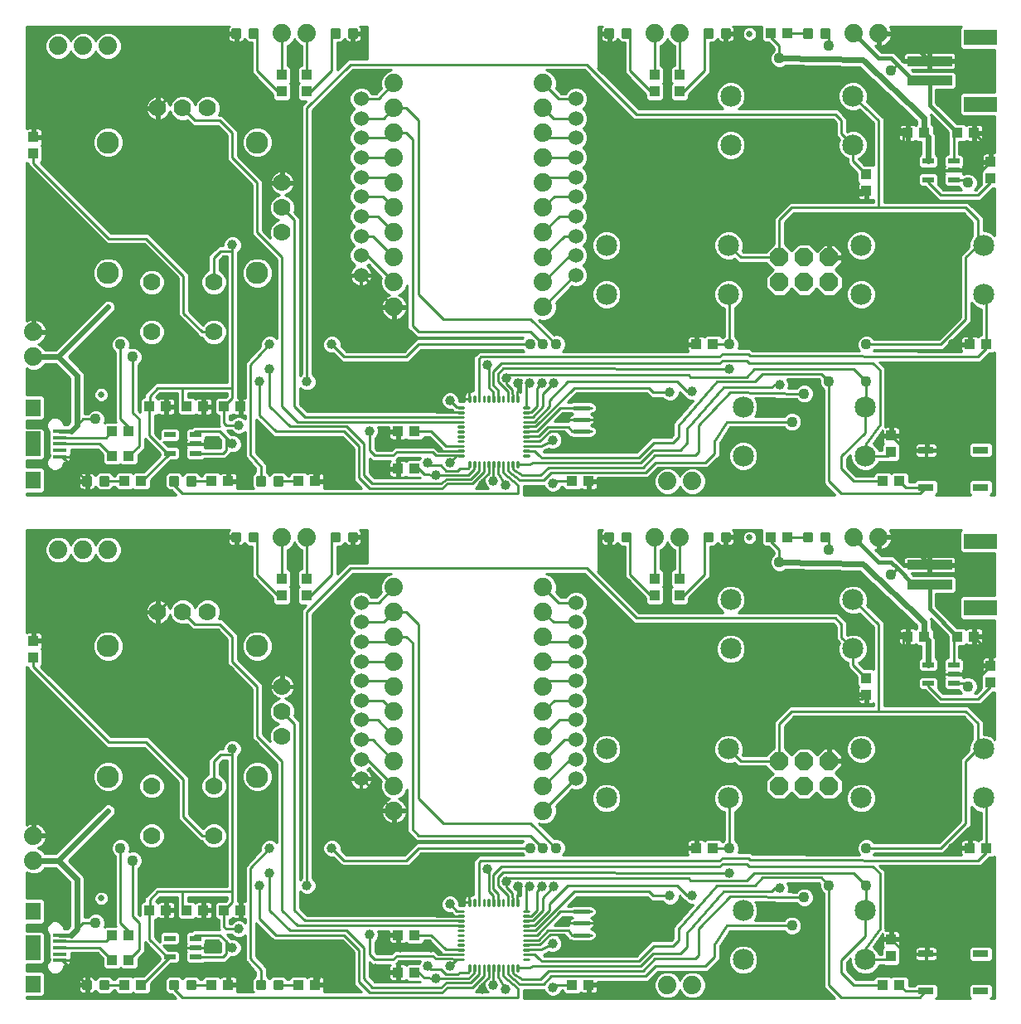
<source format=gtl>
G75*
%MOIN*%
%OFA0B0*%
%FSLAX25Y25*%
%IPPOS*%
%LPD*%
%AMOC8*
5,1,8,0,0,1.08239X$1,22.5*
%
%ADD10R,0.04331X0.03937*%
%ADD11C,0.07400*%
%ADD12OC8,0.07400*%
%ADD13R,0.18110X0.03937*%
%ADD14R,0.13386X0.06299*%
%ADD15C,0.01181*%
%ADD16R,0.03937X0.04331*%
%ADD17R,0.06000X0.03000*%
%ADD18C,0.01004*%
%ADD19C,0.06000*%
%ADD20C,0.01772*%
%ADD21C,0.01000*%
%ADD22C,0.09000*%
%ADD23C,0.07000*%
%ADD24R,0.04724X0.02165*%
%ADD25R,0.05512X0.01575*%
%ADD26R,0.05906X0.07087*%
%ADD27R,0.05906X0.09843*%
%ADD28C,0.08500*%
%ADD29C,0.02500*%
%ADD30C,0.03969*%
%ADD31C,0.04362*%
%ADD32C,0.02400*%
%ADD33C,0.01800*%
%ADD34C,0.01600*%
D10*
X0065949Y0018900D03*
X0072642Y0018900D03*
X0070949Y0008900D03*
X0077642Y0008900D03*
X0072642Y0028900D03*
X0065949Y0028900D03*
X0080949Y0038900D03*
X0087642Y0038900D03*
X0095949Y0038900D03*
X0102642Y0038900D03*
X0110949Y0038900D03*
X0117642Y0038900D03*
X0112642Y0008900D03*
X0105949Y0008900D03*
X0140949Y0008900D03*
X0147642Y0008900D03*
X0180949Y0013900D03*
X0187642Y0013900D03*
X0187642Y0028900D03*
X0180949Y0028900D03*
X0250949Y0008900D03*
X0257642Y0008900D03*
X0300949Y0063900D03*
X0307642Y0063900D03*
X0375949Y0008900D03*
X0382642Y0008900D03*
X0410949Y0063900D03*
X0417642Y0063900D03*
X0412642Y0148900D03*
X0405949Y0148900D03*
X0392642Y0148900D03*
X0385949Y0148900D03*
X0337642Y0188900D03*
X0330949Y0188900D03*
X0375949Y0211400D03*
X0382642Y0211400D03*
X0410949Y0266400D03*
X0417642Y0266400D03*
X0412642Y0351400D03*
X0405949Y0351400D03*
X0392642Y0351400D03*
X0385949Y0351400D03*
X0337642Y0391400D03*
X0330949Y0391400D03*
X0307642Y0266400D03*
X0300949Y0266400D03*
X0257642Y0211400D03*
X0250949Y0211400D03*
X0187642Y0216400D03*
X0180949Y0216400D03*
X0180949Y0231400D03*
X0187642Y0231400D03*
X0147642Y0211400D03*
X0140949Y0211400D03*
X0112642Y0211400D03*
X0105949Y0211400D03*
X0077642Y0211400D03*
X0070949Y0211400D03*
X0072642Y0221400D03*
X0065949Y0221400D03*
X0065949Y0231400D03*
X0072642Y0231400D03*
X0080949Y0241400D03*
X0087642Y0241400D03*
X0095949Y0241400D03*
X0102642Y0241400D03*
X0110949Y0241400D03*
X0117642Y0241400D03*
D11*
X0134295Y0188900D03*
X0144295Y0188900D03*
X0179295Y0168900D03*
X0179295Y0158900D03*
X0179295Y0148900D03*
X0179295Y0138900D03*
X0179295Y0128900D03*
X0179295Y0118900D03*
X0179295Y0108900D03*
X0179295Y0098900D03*
X0179295Y0088900D03*
X0179295Y0078900D03*
X0239295Y0078900D03*
X0239295Y0088900D03*
X0239295Y0098900D03*
X0239295Y0108900D03*
X0239295Y0118900D03*
X0239295Y0128900D03*
X0239295Y0138900D03*
X0239295Y0148900D03*
X0239295Y0158900D03*
X0239295Y0168900D03*
X0284295Y0188900D03*
X0294295Y0188900D03*
X0289295Y0211400D03*
X0299295Y0211400D03*
X0364295Y0188900D03*
X0374295Y0188900D03*
X0239295Y0281400D03*
X0239295Y0291400D03*
X0239295Y0301400D03*
X0239295Y0311400D03*
X0239295Y0321400D03*
X0239295Y0331400D03*
X0239295Y0341400D03*
X0239295Y0351400D03*
X0239295Y0361400D03*
X0239295Y0371400D03*
X0284295Y0391400D03*
X0294295Y0391400D03*
X0364295Y0391400D03*
X0374295Y0391400D03*
X0179295Y0371400D03*
X0179295Y0361400D03*
X0179295Y0351400D03*
X0179295Y0341400D03*
X0179295Y0331400D03*
X0179295Y0321400D03*
X0179295Y0311400D03*
X0179295Y0301400D03*
X0179295Y0291400D03*
X0179295Y0281400D03*
X0064295Y0183900D03*
X0054295Y0183900D03*
X0044295Y0183900D03*
X0034295Y0261400D03*
X0034295Y0271400D03*
X0044295Y0386400D03*
X0054295Y0386400D03*
X0064295Y0386400D03*
X0134295Y0391400D03*
X0144295Y0391400D03*
X0034295Y0068900D03*
X0034295Y0058900D03*
X0289295Y0008900D03*
X0299295Y0008900D03*
D12*
X0334295Y0088900D03*
X0334295Y0098900D03*
X0344295Y0098900D03*
X0344295Y0088900D03*
X0354295Y0088900D03*
X0354295Y0098900D03*
X0354295Y0291400D03*
X0354295Y0301400D03*
X0344295Y0301400D03*
X0334295Y0301400D03*
X0334295Y0291400D03*
X0344295Y0291400D03*
D13*
X0394728Y0372463D03*
X0394728Y0380337D03*
X0394728Y0177837D03*
X0394728Y0169963D03*
D14*
X0415201Y0160514D03*
X0415201Y0187286D03*
X0415201Y0363014D03*
X0415201Y0389786D03*
D15*
X0351370Y0390022D02*
X0351370Y0392778D01*
X0354126Y0392778D01*
X0354126Y0390022D01*
X0351370Y0390022D01*
X0351370Y0391202D02*
X0354126Y0391202D01*
X0354126Y0392382D02*
X0351370Y0392382D01*
X0344464Y0392778D02*
X0344464Y0390022D01*
X0344464Y0392778D02*
X0347220Y0392778D01*
X0347220Y0390022D01*
X0344464Y0390022D01*
X0344464Y0391202D02*
X0347220Y0391202D01*
X0347220Y0392382D02*
X0344464Y0392382D01*
X0311370Y0392778D02*
X0311370Y0390022D01*
X0311370Y0392778D02*
X0314126Y0392778D01*
X0314126Y0390022D01*
X0311370Y0390022D01*
X0311370Y0391202D02*
X0314126Y0391202D01*
X0314126Y0392382D02*
X0311370Y0392382D01*
X0304464Y0392778D02*
X0304464Y0390022D01*
X0304464Y0392778D02*
X0307220Y0392778D01*
X0307220Y0390022D01*
X0304464Y0390022D01*
X0304464Y0391202D02*
X0307220Y0391202D01*
X0307220Y0392382D02*
X0304464Y0392382D01*
X0274126Y0392778D02*
X0274126Y0390022D01*
X0271370Y0390022D01*
X0271370Y0392778D01*
X0274126Y0392778D01*
X0274126Y0391202D02*
X0271370Y0391202D01*
X0271370Y0392382D02*
X0274126Y0392382D01*
X0267220Y0392778D02*
X0267220Y0390022D01*
X0264464Y0390022D01*
X0264464Y0392778D01*
X0267220Y0392778D01*
X0267220Y0391202D02*
X0264464Y0391202D01*
X0264464Y0392382D02*
X0267220Y0392382D01*
X0161370Y0392778D02*
X0161370Y0390022D01*
X0161370Y0392778D02*
X0164126Y0392778D01*
X0164126Y0390022D01*
X0161370Y0390022D01*
X0161370Y0391202D02*
X0164126Y0391202D01*
X0164126Y0392382D02*
X0161370Y0392382D01*
X0154464Y0392778D02*
X0154464Y0390022D01*
X0154464Y0392778D02*
X0157220Y0392778D01*
X0157220Y0390022D01*
X0154464Y0390022D01*
X0154464Y0391202D02*
X0157220Y0391202D01*
X0157220Y0392382D02*
X0154464Y0392382D01*
X0124126Y0392778D02*
X0124126Y0390022D01*
X0121370Y0390022D01*
X0121370Y0392778D01*
X0124126Y0392778D01*
X0124126Y0391202D02*
X0121370Y0391202D01*
X0121370Y0392382D02*
X0124126Y0392382D01*
X0117220Y0392778D02*
X0117220Y0390022D01*
X0114464Y0390022D01*
X0114464Y0392778D01*
X0117220Y0392778D01*
X0117220Y0391202D02*
X0114464Y0391202D01*
X0114464Y0392382D02*
X0117220Y0392382D01*
X0124464Y0212778D02*
X0124464Y0210022D01*
X0124464Y0212778D02*
X0127220Y0212778D01*
X0127220Y0210022D01*
X0124464Y0210022D01*
X0124464Y0211202D02*
X0127220Y0211202D01*
X0127220Y0212382D02*
X0124464Y0212382D01*
X0131370Y0212778D02*
X0131370Y0210022D01*
X0131370Y0212778D02*
X0134126Y0212778D01*
X0134126Y0210022D01*
X0131370Y0210022D01*
X0131370Y0211202D02*
X0134126Y0211202D01*
X0134126Y0212382D02*
X0131370Y0212382D01*
X0124126Y0190278D02*
X0124126Y0187522D01*
X0121370Y0187522D01*
X0121370Y0190278D01*
X0124126Y0190278D01*
X0124126Y0188702D02*
X0121370Y0188702D01*
X0121370Y0189882D02*
X0124126Y0189882D01*
X0117220Y0190278D02*
X0117220Y0187522D01*
X0114464Y0187522D01*
X0114464Y0190278D01*
X0117220Y0190278D01*
X0117220Y0188702D02*
X0114464Y0188702D01*
X0114464Y0189882D02*
X0117220Y0189882D01*
X0096370Y0210022D02*
X0096370Y0212778D01*
X0099126Y0212778D01*
X0099126Y0210022D01*
X0096370Y0210022D01*
X0096370Y0211202D02*
X0099126Y0211202D01*
X0099126Y0212382D02*
X0096370Y0212382D01*
X0089464Y0212778D02*
X0089464Y0210022D01*
X0089464Y0212778D02*
X0092220Y0212778D01*
X0092220Y0210022D01*
X0089464Y0210022D01*
X0089464Y0211202D02*
X0092220Y0211202D01*
X0092220Y0212382D02*
X0089464Y0212382D01*
X0064126Y0212778D02*
X0064126Y0210022D01*
X0061370Y0210022D01*
X0061370Y0212778D01*
X0064126Y0212778D01*
X0064126Y0211202D02*
X0061370Y0211202D01*
X0061370Y0212382D02*
X0064126Y0212382D01*
X0057220Y0212778D02*
X0057220Y0210022D01*
X0054464Y0210022D01*
X0054464Y0212778D01*
X0057220Y0212778D01*
X0057220Y0211202D02*
X0054464Y0211202D01*
X0054464Y0212382D02*
X0057220Y0212382D01*
X0154464Y0190278D02*
X0154464Y0187522D01*
X0154464Y0190278D02*
X0157220Y0190278D01*
X0157220Y0187522D01*
X0154464Y0187522D01*
X0154464Y0188702D02*
X0157220Y0188702D01*
X0157220Y0189882D02*
X0154464Y0189882D01*
X0161370Y0190278D02*
X0161370Y0187522D01*
X0161370Y0190278D02*
X0164126Y0190278D01*
X0164126Y0187522D01*
X0161370Y0187522D01*
X0161370Y0188702D02*
X0164126Y0188702D01*
X0164126Y0189882D02*
X0161370Y0189882D01*
X0267220Y0190278D02*
X0267220Y0187522D01*
X0264464Y0187522D01*
X0264464Y0190278D01*
X0267220Y0190278D01*
X0267220Y0188702D02*
X0264464Y0188702D01*
X0264464Y0189882D02*
X0267220Y0189882D01*
X0274126Y0190278D02*
X0274126Y0187522D01*
X0271370Y0187522D01*
X0271370Y0190278D01*
X0274126Y0190278D01*
X0274126Y0188702D02*
X0271370Y0188702D01*
X0271370Y0189882D02*
X0274126Y0189882D01*
X0304464Y0190278D02*
X0304464Y0187522D01*
X0304464Y0190278D02*
X0307220Y0190278D01*
X0307220Y0187522D01*
X0304464Y0187522D01*
X0304464Y0188702D02*
X0307220Y0188702D01*
X0307220Y0189882D02*
X0304464Y0189882D01*
X0311370Y0190278D02*
X0311370Y0187522D01*
X0311370Y0190278D02*
X0314126Y0190278D01*
X0314126Y0187522D01*
X0311370Y0187522D01*
X0311370Y0188702D02*
X0314126Y0188702D01*
X0314126Y0189882D02*
X0311370Y0189882D01*
X0344464Y0190278D02*
X0344464Y0187522D01*
X0344464Y0190278D02*
X0347220Y0190278D01*
X0347220Y0187522D01*
X0344464Y0187522D01*
X0344464Y0188702D02*
X0347220Y0188702D01*
X0347220Y0189882D02*
X0344464Y0189882D01*
X0351370Y0190278D02*
X0351370Y0187522D01*
X0351370Y0190278D02*
X0354126Y0190278D01*
X0354126Y0187522D01*
X0351370Y0187522D01*
X0351370Y0188702D02*
X0354126Y0188702D01*
X0354126Y0189882D02*
X0351370Y0189882D01*
X0131370Y0010278D02*
X0131370Y0007522D01*
X0131370Y0010278D02*
X0134126Y0010278D01*
X0134126Y0007522D01*
X0131370Y0007522D01*
X0131370Y0008702D02*
X0134126Y0008702D01*
X0134126Y0009882D02*
X0131370Y0009882D01*
X0124464Y0010278D02*
X0124464Y0007522D01*
X0124464Y0010278D02*
X0127220Y0010278D01*
X0127220Y0007522D01*
X0124464Y0007522D01*
X0124464Y0008702D02*
X0127220Y0008702D01*
X0127220Y0009882D02*
X0124464Y0009882D01*
X0096370Y0010278D02*
X0096370Y0007522D01*
X0096370Y0010278D02*
X0099126Y0010278D01*
X0099126Y0007522D01*
X0096370Y0007522D01*
X0096370Y0008702D02*
X0099126Y0008702D01*
X0099126Y0009882D02*
X0096370Y0009882D01*
X0089464Y0010278D02*
X0089464Y0007522D01*
X0089464Y0010278D02*
X0092220Y0010278D01*
X0092220Y0007522D01*
X0089464Y0007522D01*
X0089464Y0008702D02*
X0092220Y0008702D01*
X0092220Y0009882D02*
X0089464Y0009882D01*
X0064126Y0010278D02*
X0064126Y0007522D01*
X0061370Y0007522D01*
X0061370Y0010278D01*
X0064126Y0010278D01*
X0064126Y0008702D02*
X0061370Y0008702D01*
X0061370Y0009882D02*
X0064126Y0009882D01*
X0057220Y0010278D02*
X0057220Y0007522D01*
X0054464Y0007522D01*
X0054464Y0010278D01*
X0057220Y0010278D01*
X0057220Y0008702D02*
X0054464Y0008702D01*
X0054464Y0009882D02*
X0057220Y0009882D01*
D16*
X0034295Y0140554D03*
X0034295Y0147246D03*
X0134295Y0165554D03*
X0134295Y0172246D03*
X0144295Y0172246D03*
X0144295Y0165554D03*
X0284295Y0165554D03*
X0284295Y0172246D03*
X0294295Y0172246D03*
X0294295Y0165554D03*
X0369295Y0132246D03*
X0369295Y0125554D03*
X0419295Y0130554D03*
X0419295Y0137246D03*
X0379295Y0223054D03*
X0379295Y0229746D03*
X0369295Y0328054D03*
X0369295Y0334746D03*
X0419295Y0333054D03*
X0419295Y0339746D03*
X0294295Y0368054D03*
X0294295Y0374746D03*
X0284295Y0374746D03*
X0284295Y0368054D03*
X0144295Y0368054D03*
X0144295Y0374746D03*
X0134295Y0374746D03*
X0134295Y0368054D03*
X0034295Y0349746D03*
X0034295Y0343054D03*
X0379295Y0027246D03*
X0379295Y0020554D03*
D17*
X0393295Y0021400D03*
X0393295Y0006400D03*
X0415295Y0006400D03*
X0415295Y0021400D03*
X0415295Y0208900D03*
X0415295Y0223900D03*
X0393295Y0223900D03*
X0393295Y0208900D03*
D18*
X0233504Y0221636D02*
X0231358Y0221636D01*
X0231358Y0221812D01*
X0233504Y0221812D01*
X0233504Y0221636D01*
X0233504Y0223604D02*
X0231358Y0223604D01*
X0231358Y0223780D01*
X0233504Y0223780D01*
X0233504Y0223604D01*
X0233504Y0225490D02*
X0231358Y0225490D01*
X0231358Y0225666D01*
X0233504Y0225666D01*
X0233504Y0225490D01*
X0233504Y0227458D02*
X0231358Y0227458D01*
X0231358Y0227634D01*
X0233504Y0227634D01*
X0233504Y0227458D01*
X0233504Y0229343D02*
X0231358Y0229343D01*
X0231358Y0229519D01*
X0233504Y0229519D01*
X0233504Y0229343D01*
X0233504Y0231312D02*
X0231358Y0231312D01*
X0231358Y0231488D01*
X0233504Y0231488D01*
X0233504Y0231312D01*
X0233504Y0233457D02*
X0231358Y0233457D01*
X0233504Y0233457D02*
X0233504Y0233281D01*
X0231358Y0233281D01*
X0231358Y0233457D01*
X0231358Y0235342D02*
X0233504Y0235342D01*
X0233504Y0235166D01*
X0231358Y0235166D01*
X0231358Y0235342D01*
X0231358Y0237310D02*
X0233504Y0237310D01*
X0233504Y0237134D01*
X0231358Y0237134D01*
X0231358Y0237310D01*
X0231358Y0239196D02*
X0233504Y0239196D01*
X0233504Y0239020D01*
X0231358Y0239020D01*
X0231358Y0239196D01*
X0231358Y0241164D02*
X0233504Y0241164D01*
X0233504Y0240988D01*
X0231358Y0240988D01*
X0231358Y0241164D01*
X0229059Y0243463D02*
X0229059Y0245609D01*
X0229059Y0243463D02*
X0228883Y0243463D01*
X0228883Y0245609D01*
X0229059Y0245609D01*
X0229059Y0244466D02*
X0228883Y0244466D01*
X0228883Y0245469D02*
X0229059Y0245469D01*
X0227091Y0245609D02*
X0227091Y0243463D01*
X0226915Y0243463D01*
X0226915Y0245609D01*
X0227091Y0245609D01*
X0227091Y0244466D02*
X0226915Y0244466D01*
X0226915Y0245469D02*
X0227091Y0245469D01*
X0225205Y0245609D02*
X0225205Y0243463D01*
X0225029Y0243463D01*
X0225029Y0245609D01*
X0225205Y0245609D01*
X0225205Y0244466D02*
X0225029Y0244466D01*
X0225029Y0245469D02*
X0225205Y0245469D01*
X0223237Y0245609D02*
X0223237Y0243463D01*
X0223061Y0243463D01*
X0223061Y0245609D01*
X0223237Y0245609D01*
X0223237Y0244466D02*
X0223061Y0244466D01*
X0223061Y0245469D02*
X0223237Y0245469D01*
X0221352Y0245609D02*
X0221352Y0243463D01*
X0221176Y0243463D01*
X0221176Y0245609D01*
X0221352Y0245609D01*
X0221352Y0244466D02*
X0221176Y0244466D01*
X0221176Y0245469D02*
X0221352Y0245469D01*
X0219383Y0245609D02*
X0219383Y0243463D01*
X0219207Y0243463D01*
X0219207Y0245609D01*
X0219383Y0245609D01*
X0219383Y0244466D02*
X0219207Y0244466D01*
X0219207Y0245469D02*
X0219383Y0245469D01*
X0217239Y0245609D02*
X0217239Y0243463D01*
X0217239Y0245609D02*
X0217415Y0245609D01*
X0217415Y0243463D01*
X0217239Y0243463D01*
X0217239Y0244466D02*
X0217415Y0244466D01*
X0217415Y0245469D02*
X0217239Y0245469D01*
X0215353Y0245609D02*
X0215353Y0243463D01*
X0215353Y0245609D02*
X0215529Y0245609D01*
X0215529Y0243463D01*
X0215353Y0243463D01*
X0215353Y0244466D02*
X0215529Y0244466D01*
X0215529Y0245469D02*
X0215353Y0245469D01*
X0213385Y0245609D02*
X0213385Y0243463D01*
X0213385Y0245609D02*
X0213561Y0245609D01*
X0213561Y0243463D01*
X0213385Y0243463D01*
X0213385Y0244466D02*
X0213561Y0244466D01*
X0213561Y0245469D02*
X0213385Y0245469D01*
X0211500Y0245609D02*
X0211500Y0243463D01*
X0211500Y0245609D02*
X0211676Y0245609D01*
X0211676Y0243463D01*
X0211500Y0243463D01*
X0211500Y0244466D02*
X0211676Y0244466D01*
X0211676Y0245469D02*
X0211500Y0245469D01*
X0209531Y0245609D02*
X0209531Y0243463D01*
X0209531Y0245609D02*
X0209707Y0245609D01*
X0209707Y0243463D01*
X0209531Y0243463D01*
X0209531Y0244466D02*
X0209707Y0244466D01*
X0209707Y0245469D02*
X0209531Y0245469D01*
X0207232Y0241164D02*
X0205086Y0241164D01*
X0207232Y0241164D02*
X0207232Y0240988D01*
X0205086Y0240988D01*
X0205086Y0241164D01*
X0205086Y0239196D02*
X0207232Y0239196D01*
X0207232Y0239020D01*
X0205086Y0239020D01*
X0205086Y0239196D01*
X0205086Y0237310D02*
X0207232Y0237310D01*
X0207232Y0237134D01*
X0205086Y0237134D01*
X0205086Y0237310D01*
X0205086Y0235342D02*
X0207232Y0235342D01*
X0207232Y0235166D01*
X0205086Y0235166D01*
X0205086Y0235342D01*
X0205086Y0233457D02*
X0207232Y0233457D01*
X0207232Y0233281D01*
X0205086Y0233281D01*
X0205086Y0233457D01*
X0205086Y0231488D02*
X0207232Y0231488D01*
X0207232Y0231312D01*
X0205086Y0231312D01*
X0205086Y0231488D01*
X0205086Y0229343D02*
X0207232Y0229343D01*
X0205086Y0229343D02*
X0205086Y0229519D01*
X0207232Y0229519D01*
X0207232Y0229343D01*
X0207232Y0227458D02*
X0205086Y0227458D01*
X0205086Y0227634D01*
X0207232Y0227634D01*
X0207232Y0227458D01*
X0207232Y0225490D02*
X0205086Y0225490D01*
X0205086Y0225666D01*
X0207232Y0225666D01*
X0207232Y0225490D01*
X0207232Y0223604D02*
X0205086Y0223604D01*
X0205086Y0223780D01*
X0207232Y0223780D01*
X0207232Y0223604D01*
X0207232Y0221636D02*
X0205086Y0221636D01*
X0205086Y0221812D01*
X0207232Y0221812D01*
X0207232Y0221636D01*
X0209531Y0219337D02*
X0209531Y0217191D01*
X0209531Y0219337D02*
X0209707Y0219337D01*
X0209707Y0217191D01*
X0209531Y0217191D01*
X0209531Y0218194D02*
X0209707Y0218194D01*
X0209707Y0219197D02*
X0209531Y0219197D01*
X0211500Y0219337D02*
X0211500Y0217191D01*
X0211500Y0219337D02*
X0211676Y0219337D01*
X0211676Y0217191D01*
X0211500Y0217191D01*
X0211500Y0218194D02*
X0211676Y0218194D01*
X0211676Y0219197D02*
X0211500Y0219197D01*
X0213385Y0219337D02*
X0213385Y0217191D01*
X0213385Y0219337D02*
X0213561Y0219337D01*
X0213561Y0217191D01*
X0213385Y0217191D01*
X0213385Y0218194D02*
X0213561Y0218194D01*
X0213561Y0219197D02*
X0213385Y0219197D01*
X0215353Y0219337D02*
X0215353Y0217191D01*
X0215353Y0219337D02*
X0215529Y0219337D01*
X0215529Y0217191D01*
X0215353Y0217191D01*
X0215353Y0218194D02*
X0215529Y0218194D01*
X0215529Y0219197D02*
X0215353Y0219197D01*
X0217239Y0219337D02*
X0217239Y0217191D01*
X0217239Y0219337D02*
X0217415Y0219337D01*
X0217415Y0217191D01*
X0217239Y0217191D01*
X0217239Y0218194D02*
X0217415Y0218194D01*
X0217415Y0219197D02*
X0217239Y0219197D01*
X0219207Y0219337D02*
X0219207Y0217191D01*
X0219207Y0219337D02*
X0219383Y0219337D01*
X0219383Y0217191D01*
X0219207Y0217191D01*
X0219207Y0218194D02*
X0219383Y0218194D01*
X0219383Y0219197D02*
X0219207Y0219197D01*
X0221352Y0219337D02*
X0221352Y0217191D01*
X0221176Y0217191D01*
X0221176Y0219337D01*
X0221352Y0219337D01*
X0221352Y0218194D02*
X0221176Y0218194D01*
X0221176Y0219197D02*
X0221352Y0219197D01*
X0223237Y0219337D02*
X0223237Y0217191D01*
X0223061Y0217191D01*
X0223061Y0219337D01*
X0223237Y0219337D01*
X0223237Y0218194D02*
X0223061Y0218194D01*
X0223061Y0219197D02*
X0223237Y0219197D01*
X0225205Y0219337D02*
X0225205Y0217191D01*
X0225029Y0217191D01*
X0225029Y0219337D01*
X0225205Y0219337D01*
X0225205Y0218194D02*
X0225029Y0218194D01*
X0225029Y0219197D02*
X0225205Y0219197D01*
X0227091Y0219337D02*
X0227091Y0217191D01*
X0226915Y0217191D01*
X0226915Y0219337D01*
X0227091Y0219337D01*
X0227091Y0218194D02*
X0226915Y0218194D01*
X0226915Y0219197D02*
X0227091Y0219197D01*
X0229059Y0219337D02*
X0229059Y0217191D01*
X0228883Y0217191D01*
X0228883Y0219337D01*
X0229059Y0219337D01*
X0229059Y0218194D02*
X0228883Y0218194D01*
X0228883Y0219197D02*
X0229059Y0219197D01*
X0229059Y0043109D02*
X0229059Y0040963D01*
X0228883Y0040963D01*
X0228883Y0043109D01*
X0229059Y0043109D01*
X0229059Y0041966D02*
X0228883Y0041966D01*
X0228883Y0042969D02*
X0229059Y0042969D01*
X0227091Y0043109D02*
X0227091Y0040963D01*
X0226915Y0040963D01*
X0226915Y0043109D01*
X0227091Y0043109D01*
X0227091Y0041966D02*
X0226915Y0041966D01*
X0226915Y0042969D02*
X0227091Y0042969D01*
X0225205Y0043109D02*
X0225205Y0040963D01*
X0225029Y0040963D01*
X0225029Y0043109D01*
X0225205Y0043109D01*
X0225205Y0041966D02*
X0225029Y0041966D01*
X0225029Y0042969D02*
X0225205Y0042969D01*
X0223237Y0043109D02*
X0223237Y0040963D01*
X0223061Y0040963D01*
X0223061Y0043109D01*
X0223237Y0043109D01*
X0223237Y0041966D02*
X0223061Y0041966D01*
X0223061Y0042969D02*
X0223237Y0042969D01*
X0221352Y0043109D02*
X0221352Y0040963D01*
X0221176Y0040963D01*
X0221176Y0043109D01*
X0221352Y0043109D01*
X0221352Y0041966D02*
X0221176Y0041966D01*
X0221176Y0042969D02*
X0221352Y0042969D01*
X0219383Y0043109D02*
X0219383Y0040963D01*
X0219207Y0040963D01*
X0219207Y0043109D01*
X0219383Y0043109D01*
X0219383Y0041966D02*
X0219207Y0041966D01*
X0219207Y0042969D02*
X0219383Y0042969D01*
X0217239Y0043109D02*
X0217239Y0040963D01*
X0217239Y0043109D02*
X0217415Y0043109D01*
X0217415Y0040963D01*
X0217239Y0040963D01*
X0217239Y0041966D02*
X0217415Y0041966D01*
X0217415Y0042969D02*
X0217239Y0042969D01*
X0215353Y0043109D02*
X0215353Y0040963D01*
X0215353Y0043109D02*
X0215529Y0043109D01*
X0215529Y0040963D01*
X0215353Y0040963D01*
X0215353Y0041966D02*
X0215529Y0041966D01*
X0215529Y0042969D02*
X0215353Y0042969D01*
X0213385Y0043109D02*
X0213385Y0040963D01*
X0213385Y0043109D02*
X0213561Y0043109D01*
X0213561Y0040963D01*
X0213385Y0040963D01*
X0213385Y0041966D02*
X0213561Y0041966D01*
X0213561Y0042969D02*
X0213385Y0042969D01*
X0211500Y0043109D02*
X0211500Y0040963D01*
X0211500Y0043109D02*
X0211676Y0043109D01*
X0211676Y0040963D01*
X0211500Y0040963D01*
X0211500Y0041966D02*
X0211676Y0041966D01*
X0211676Y0042969D02*
X0211500Y0042969D01*
X0209531Y0043109D02*
X0209531Y0040963D01*
X0209531Y0043109D02*
X0209707Y0043109D01*
X0209707Y0040963D01*
X0209531Y0040963D01*
X0209531Y0041966D02*
X0209707Y0041966D01*
X0209707Y0042969D02*
X0209531Y0042969D01*
X0207232Y0038664D02*
X0205086Y0038664D01*
X0207232Y0038664D02*
X0207232Y0038488D01*
X0205086Y0038488D01*
X0205086Y0038664D01*
X0205086Y0036696D02*
X0207232Y0036696D01*
X0207232Y0036520D01*
X0205086Y0036520D01*
X0205086Y0036696D01*
X0205086Y0034810D02*
X0207232Y0034810D01*
X0207232Y0034634D01*
X0205086Y0034634D01*
X0205086Y0034810D01*
X0205086Y0032842D02*
X0207232Y0032842D01*
X0207232Y0032666D01*
X0205086Y0032666D01*
X0205086Y0032842D01*
X0205086Y0030957D02*
X0207232Y0030957D01*
X0207232Y0030781D01*
X0205086Y0030781D01*
X0205086Y0030957D01*
X0205086Y0028988D02*
X0207232Y0028988D01*
X0207232Y0028812D01*
X0205086Y0028812D01*
X0205086Y0028988D01*
X0205086Y0026843D02*
X0207232Y0026843D01*
X0205086Y0026843D02*
X0205086Y0027019D01*
X0207232Y0027019D01*
X0207232Y0026843D01*
X0207232Y0024958D02*
X0205086Y0024958D01*
X0205086Y0025134D01*
X0207232Y0025134D01*
X0207232Y0024958D01*
X0207232Y0022990D02*
X0205086Y0022990D01*
X0205086Y0023166D01*
X0207232Y0023166D01*
X0207232Y0022990D01*
X0207232Y0021104D02*
X0205086Y0021104D01*
X0205086Y0021280D01*
X0207232Y0021280D01*
X0207232Y0021104D01*
X0207232Y0019136D02*
X0205086Y0019136D01*
X0205086Y0019312D01*
X0207232Y0019312D01*
X0207232Y0019136D01*
X0209531Y0016837D02*
X0209531Y0014691D01*
X0209531Y0016837D02*
X0209707Y0016837D01*
X0209707Y0014691D01*
X0209531Y0014691D01*
X0209531Y0015694D02*
X0209707Y0015694D01*
X0209707Y0016697D02*
X0209531Y0016697D01*
X0211500Y0016837D02*
X0211500Y0014691D01*
X0211500Y0016837D02*
X0211676Y0016837D01*
X0211676Y0014691D01*
X0211500Y0014691D01*
X0211500Y0015694D02*
X0211676Y0015694D01*
X0211676Y0016697D02*
X0211500Y0016697D01*
X0213385Y0016837D02*
X0213385Y0014691D01*
X0213385Y0016837D02*
X0213561Y0016837D01*
X0213561Y0014691D01*
X0213385Y0014691D01*
X0213385Y0015694D02*
X0213561Y0015694D01*
X0213561Y0016697D02*
X0213385Y0016697D01*
X0215353Y0016837D02*
X0215353Y0014691D01*
X0215353Y0016837D02*
X0215529Y0016837D01*
X0215529Y0014691D01*
X0215353Y0014691D01*
X0215353Y0015694D02*
X0215529Y0015694D01*
X0215529Y0016697D02*
X0215353Y0016697D01*
X0217239Y0016837D02*
X0217239Y0014691D01*
X0217239Y0016837D02*
X0217415Y0016837D01*
X0217415Y0014691D01*
X0217239Y0014691D01*
X0217239Y0015694D02*
X0217415Y0015694D01*
X0217415Y0016697D02*
X0217239Y0016697D01*
X0219207Y0016837D02*
X0219207Y0014691D01*
X0219207Y0016837D02*
X0219383Y0016837D01*
X0219383Y0014691D01*
X0219207Y0014691D01*
X0219207Y0015694D02*
X0219383Y0015694D01*
X0219383Y0016697D02*
X0219207Y0016697D01*
X0221352Y0016837D02*
X0221352Y0014691D01*
X0221176Y0014691D01*
X0221176Y0016837D01*
X0221352Y0016837D01*
X0221352Y0015694D02*
X0221176Y0015694D01*
X0221176Y0016697D02*
X0221352Y0016697D01*
X0223237Y0016837D02*
X0223237Y0014691D01*
X0223061Y0014691D01*
X0223061Y0016837D01*
X0223237Y0016837D01*
X0223237Y0015694D02*
X0223061Y0015694D01*
X0223061Y0016697D02*
X0223237Y0016697D01*
X0225205Y0016837D02*
X0225205Y0014691D01*
X0225029Y0014691D01*
X0225029Y0016837D01*
X0225205Y0016837D01*
X0225205Y0015694D02*
X0225029Y0015694D01*
X0225029Y0016697D02*
X0225205Y0016697D01*
X0227091Y0016837D02*
X0227091Y0014691D01*
X0226915Y0014691D01*
X0226915Y0016837D01*
X0227091Y0016837D01*
X0227091Y0015694D02*
X0226915Y0015694D01*
X0226915Y0016697D02*
X0227091Y0016697D01*
X0229059Y0016837D02*
X0229059Y0014691D01*
X0228883Y0014691D01*
X0228883Y0016837D01*
X0229059Y0016837D01*
X0229059Y0015694D02*
X0228883Y0015694D01*
X0228883Y0016697D02*
X0229059Y0016697D01*
X0231358Y0019136D02*
X0233504Y0019136D01*
X0231358Y0019136D02*
X0231358Y0019312D01*
X0233504Y0019312D01*
X0233504Y0019136D01*
X0233504Y0021104D02*
X0231358Y0021104D01*
X0231358Y0021280D01*
X0233504Y0021280D01*
X0233504Y0021104D01*
X0233504Y0022990D02*
X0231358Y0022990D01*
X0231358Y0023166D01*
X0233504Y0023166D01*
X0233504Y0022990D01*
X0233504Y0024958D02*
X0231358Y0024958D01*
X0231358Y0025134D01*
X0233504Y0025134D01*
X0233504Y0024958D01*
X0233504Y0026843D02*
X0231358Y0026843D01*
X0231358Y0027019D01*
X0233504Y0027019D01*
X0233504Y0026843D01*
X0233504Y0028812D02*
X0231358Y0028812D01*
X0231358Y0028988D01*
X0233504Y0028988D01*
X0233504Y0028812D01*
X0233504Y0030957D02*
X0231358Y0030957D01*
X0233504Y0030957D02*
X0233504Y0030781D01*
X0231358Y0030781D01*
X0231358Y0030957D01*
X0231358Y0032842D02*
X0233504Y0032842D01*
X0233504Y0032666D01*
X0231358Y0032666D01*
X0231358Y0032842D01*
X0231358Y0034810D02*
X0233504Y0034810D01*
X0233504Y0034634D01*
X0231358Y0034634D01*
X0231358Y0034810D01*
X0231358Y0036696D02*
X0233504Y0036696D01*
X0233504Y0036520D01*
X0231358Y0036520D01*
X0231358Y0036696D01*
X0231358Y0038664D02*
X0233504Y0038664D01*
X0233504Y0038488D01*
X0231358Y0038488D01*
X0231358Y0038664D01*
D19*
X0252602Y0091774D03*
X0252602Y0099648D03*
X0252602Y0107522D03*
X0252602Y0115396D03*
X0252602Y0123270D03*
X0252602Y0131144D03*
X0252602Y0139018D03*
X0252602Y0146892D03*
X0252602Y0154766D03*
X0252602Y0162640D03*
X0165988Y0162640D03*
X0165988Y0154766D03*
X0165988Y0146892D03*
X0165988Y0139018D03*
X0165988Y0131144D03*
X0165988Y0123270D03*
X0165988Y0115396D03*
X0165988Y0107522D03*
X0165988Y0099648D03*
X0165988Y0091774D03*
X0165988Y0294274D03*
X0165988Y0302148D03*
X0165988Y0310022D03*
X0165988Y0317896D03*
X0165988Y0325770D03*
X0165988Y0333644D03*
X0165988Y0341518D03*
X0165988Y0349392D03*
X0165988Y0357266D03*
X0165988Y0365140D03*
X0252602Y0365140D03*
X0252602Y0357266D03*
X0252602Y0349392D03*
X0252602Y0341518D03*
X0252602Y0333644D03*
X0252602Y0325770D03*
X0252602Y0317896D03*
X0252602Y0310022D03*
X0252602Y0302148D03*
X0252602Y0294274D03*
D20*
X0251831Y0240924D02*
X0257559Y0240924D01*
X0257559Y0236200D02*
X0251831Y0236200D01*
X0251831Y0231476D02*
X0257559Y0231476D01*
X0257559Y0038424D02*
X0251831Y0038424D01*
X0251831Y0033700D02*
X0257559Y0033700D01*
X0257559Y0028976D02*
X0251831Y0028976D01*
D21*
X0031395Y0004090D02*
X0031395Y0003500D01*
X0091584Y0003500D01*
X0089852Y0005231D01*
X0088516Y0005231D01*
X0087174Y0006573D01*
X0087174Y0011227D01*
X0088516Y0012568D01*
X0093169Y0012568D01*
X0094295Y0011442D01*
X0095421Y0012568D01*
X0100075Y0012568D01*
X0101416Y0011227D01*
X0101416Y0011100D01*
X0102083Y0011100D01*
X0102083Y0011573D01*
X0103079Y0012568D01*
X0108818Y0012568D01*
X0109437Y0011950D01*
X0109555Y0012069D01*
X0109897Y0012266D01*
X0110279Y0012368D01*
X0112157Y0012368D01*
X0112157Y0009384D01*
X0113126Y0009384D01*
X0116307Y0009384D01*
X0116307Y0011066D01*
X0116205Y0011447D01*
X0116007Y0011790D01*
X0115728Y0012069D01*
X0115386Y0012266D01*
X0115004Y0012368D01*
X0113126Y0012368D01*
X0113126Y0009384D01*
X0113126Y0008416D01*
X0116307Y0008416D01*
X0116307Y0006734D01*
X0116205Y0006353D01*
X0116059Y0006100D01*
X0122647Y0006100D01*
X0122174Y0006573D01*
X0122174Y0011227D01*
X0123516Y0012568D01*
X0123642Y0012568D01*
X0123642Y0014012D01*
X0119996Y0018087D01*
X0119395Y0018689D01*
X0119395Y0018760D01*
X0119348Y0018812D01*
X0119395Y0019661D01*
X0119395Y0028790D01*
X0118882Y0028277D01*
X0117528Y0027716D01*
X0116062Y0027716D01*
X0114708Y0028277D01*
X0113785Y0029200D01*
X0112106Y0029200D01*
X0112706Y0028600D01*
X0112706Y0028600D01*
X0113722Y0027584D01*
X0115028Y0027584D01*
X0116382Y0027023D01*
X0117418Y0025987D01*
X0117979Y0024633D01*
X0117979Y0023167D01*
X0117418Y0021813D01*
X0116382Y0020777D01*
X0115028Y0020216D01*
X0113722Y0020216D01*
X0111466Y0017960D01*
X0103063Y0017960D01*
X0102480Y0017377D01*
X0096347Y0017377D01*
X0095351Y0018373D01*
X0095351Y0021947D01*
X0095651Y0022247D01*
X0095551Y0022620D01*
X0095551Y0023859D01*
X0099372Y0023859D01*
X0099372Y0023941D01*
X0095551Y0023941D01*
X0095551Y0025180D01*
X0095651Y0025553D01*
X0095351Y0025853D01*
X0095351Y0029427D01*
X0096347Y0030423D01*
X0097707Y0030423D01*
X0098384Y0031100D01*
X0108984Y0031100D01*
X0108749Y0031335D01*
X0108749Y0035231D01*
X0108079Y0035231D01*
X0107083Y0036227D01*
X0107083Y0041573D01*
X0108079Y0042568D01*
X0111506Y0042568D01*
X0112095Y0043158D01*
X0112095Y0044200D01*
X0096495Y0044200D01*
X0096495Y0042568D01*
X0098818Y0042568D01*
X0099437Y0041950D01*
X0099555Y0042069D01*
X0099897Y0042266D01*
X0100279Y0042368D01*
X0102157Y0042368D01*
X0102157Y0039384D01*
X0103126Y0039384D01*
X0106307Y0039384D01*
X0106307Y0041066D01*
X0106205Y0041447D01*
X0106007Y0041790D01*
X0105728Y0042069D01*
X0105386Y0042266D01*
X0105004Y0042368D01*
X0103126Y0042368D01*
X0103126Y0039384D01*
X0103126Y0038416D01*
X0106307Y0038416D01*
X0106307Y0036734D01*
X0106205Y0036353D01*
X0106007Y0036010D01*
X0105728Y0035731D01*
X0105386Y0035534D01*
X0105004Y0035431D01*
X0103126Y0035431D01*
X0103126Y0038416D01*
X0102157Y0038416D01*
X0102157Y0035431D01*
X0100279Y0035431D01*
X0099897Y0035534D01*
X0099555Y0035731D01*
X0099437Y0035850D01*
X0098818Y0035231D01*
X0093079Y0035231D01*
X0092083Y0036227D01*
X0092083Y0041573D01*
X0092095Y0041584D01*
X0092095Y0044200D01*
X0085206Y0044200D01*
X0083575Y0042568D01*
X0083818Y0042568D01*
X0084437Y0041950D01*
X0084555Y0042069D01*
X0084897Y0042266D01*
X0085279Y0042368D01*
X0087157Y0042368D01*
X0087157Y0039384D01*
X0088126Y0039384D01*
X0091307Y0039384D01*
X0091307Y0041066D01*
X0091205Y0041447D01*
X0091007Y0041790D01*
X0090728Y0042069D01*
X0090386Y0042266D01*
X0090004Y0042368D01*
X0088126Y0042368D01*
X0088126Y0039384D01*
X0088126Y0038416D01*
X0091307Y0038416D01*
X0091307Y0036734D01*
X0091205Y0036353D01*
X0091007Y0036010D01*
X0090728Y0035731D01*
X0090386Y0035534D01*
X0090004Y0035431D01*
X0088126Y0035431D01*
X0088126Y0038416D01*
X0087157Y0038416D01*
X0087157Y0035431D01*
X0085279Y0035431D01*
X0084897Y0035534D01*
X0084555Y0035731D01*
X0084437Y0035850D01*
X0083818Y0035231D01*
X0083149Y0035231D01*
X0083149Y0028158D01*
X0085114Y0026192D01*
X0085114Y0029427D01*
X0086110Y0030423D01*
X0092243Y0030423D01*
X0093239Y0029427D01*
X0093239Y0025853D01*
X0092243Y0024857D01*
X0086449Y0024857D01*
X0088364Y0022943D01*
X0092243Y0022943D01*
X0093239Y0021947D01*
X0093239Y0018373D01*
X0092243Y0017377D01*
X0089505Y0017377D01*
X0081507Y0009379D01*
X0081507Y0006227D01*
X0080511Y0005231D01*
X0074772Y0005231D01*
X0074295Y0005708D01*
X0073818Y0005231D01*
X0068079Y0005231D01*
X0067083Y0006227D01*
X0067083Y0006700D01*
X0066416Y0006700D01*
X0066416Y0006573D01*
X0065075Y0005231D01*
X0060421Y0005231D01*
X0059084Y0006569D01*
X0058893Y0006238D01*
X0058504Y0005849D01*
X0058027Y0005574D01*
X0057496Y0005431D01*
X0056327Y0005431D01*
X0056327Y0008416D01*
X0055358Y0008416D01*
X0052374Y0008416D01*
X0052374Y0007247D01*
X0052516Y0006715D01*
X0052792Y0006238D01*
X0053181Y0005849D01*
X0053658Y0005574D01*
X0054189Y0005431D01*
X0055358Y0005431D01*
X0055358Y0008416D01*
X0055358Y0009384D01*
X0052374Y0009384D01*
X0052374Y0010553D01*
X0052516Y0011085D01*
X0052792Y0011562D01*
X0053181Y0011951D01*
X0053658Y0012226D01*
X0054189Y0012368D01*
X0055358Y0012368D01*
X0055358Y0009384D01*
X0056327Y0009384D01*
X0056327Y0012368D01*
X0057496Y0012368D01*
X0058027Y0012226D01*
X0058504Y0011951D01*
X0058893Y0011562D01*
X0059084Y0011231D01*
X0060421Y0012568D01*
X0065075Y0012568D01*
X0066416Y0011227D01*
X0066416Y0011100D01*
X0067083Y0011100D01*
X0067083Y0011573D01*
X0068079Y0012568D01*
X0073818Y0012568D01*
X0074295Y0012092D01*
X0074772Y0012568D01*
X0078474Y0012568D01*
X0085114Y0019209D01*
X0085114Y0019969D01*
X0080037Y0025046D01*
X0078995Y0026089D01*
X0078995Y0022142D01*
X0076507Y0019654D01*
X0076507Y0016227D01*
X0075511Y0015231D01*
X0069772Y0015231D01*
X0069295Y0015708D01*
X0068818Y0015231D01*
X0063079Y0015231D01*
X0062083Y0016227D01*
X0062083Y0019654D01*
X0060037Y0021700D01*
X0049381Y0021700D01*
X0049381Y0019849D01*
X0049181Y0019649D01*
X0049181Y0018782D01*
X0045365Y0018782D01*
X0045365Y0018782D01*
X0049181Y0018782D01*
X0049181Y0017797D01*
X0049079Y0017416D01*
X0048881Y0017073D01*
X0048602Y0016794D01*
X0048260Y0016597D01*
X0047878Y0016494D01*
X0046330Y0016494D01*
X0046330Y0015749D01*
X0045816Y0014509D01*
X0044867Y0013560D01*
X0043628Y0013046D01*
X0042286Y0013046D01*
X0041046Y0013560D01*
X0040097Y0014509D01*
X0039583Y0015749D01*
X0039583Y0017091D01*
X0040097Y0018330D01*
X0040669Y0018903D01*
X0040669Y0019649D01*
X0040469Y0019849D01*
X0040469Y0029097D01*
X0040097Y0029470D01*
X0039583Y0030709D01*
X0039583Y0032051D01*
X0040097Y0033291D01*
X0041046Y0034240D01*
X0042286Y0034754D01*
X0043628Y0034754D01*
X0044867Y0034240D01*
X0045816Y0033291D01*
X0046330Y0032051D01*
X0046330Y0031618D01*
X0047912Y0031618D01*
X0048895Y0032601D01*
X0048895Y0050199D01*
X0043094Y0056000D01*
X0038939Y0056000D01*
X0038873Y0055841D01*
X0037354Y0054322D01*
X0035369Y0053500D01*
X0033221Y0053500D01*
X0031395Y0054256D01*
X0031395Y0043710D01*
X0037952Y0043710D01*
X0038948Y0042714D01*
X0038948Y0034219D01*
X0037952Y0033224D01*
X0031395Y0033224D01*
X0031395Y0030521D01*
X0037952Y0030521D01*
X0038948Y0029525D01*
X0038948Y0018275D01*
X0037952Y0017279D01*
X0031395Y0017279D01*
X0031395Y0014576D01*
X0037952Y0014576D01*
X0038948Y0013581D01*
X0038948Y0005086D01*
X0037952Y0004090D01*
X0031395Y0004090D01*
X0038358Y0004496D02*
X0090588Y0004496D01*
X0088253Y0005494D02*
X0080774Y0005494D01*
X0081507Y0006493D02*
X0087255Y0006493D01*
X0087174Y0007491D02*
X0081507Y0007491D01*
X0081507Y0008490D02*
X0087174Y0008490D01*
X0087174Y0009488D02*
X0081616Y0009488D01*
X0082615Y0010487D02*
X0087174Y0010487D01*
X0087432Y0011485D02*
X0083613Y0011485D01*
X0084612Y0012484D02*
X0088431Y0012484D01*
X0086609Y0014481D02*
X0123223Y0014481D01*
X0123642Y0013482D02*
X0085610Y0013482D01*
X0087607Y0015479D02*
X0122330Y0015479D01*
X0121437Y0016478D02*
X0088606Y0016478D01*
X0089177Y0020160D02*
X0088035Y0020160D01*
X0080949Y0027246D01*
X0080949Y0038900D01*
X0080995Y0043100D01*
X0084295Y0046400D01*
X0094295Y0046400D01*
X0094295Y0038900D01*
X0095949Y0038900D01*
X0092083Y0038445D02*
X0088126Y0038445D01*
X0088126Y0039443D02*
X0087157Y0039443D01*
X0087157Y0040442D02*
X0088126Y0040442D01*
X0088126Y0041440D02*
X0087157Y0041440D01*
X0083948Y0042439D02*
X0092095Y0042439D01*
X0092095Y0043437D02*
X0084444Y0043437D01*
X0081217Y0046433D02*
X0076495Y0046433D01*
X0076495Y0045434D02*
X0080218Y0045434D01*
X0079448Y0044664D02*
X0078805Y0044036D01*
X0078805Y0044021D01*
X0078795Y0044011D01*
X0078795Y0043112D01*
X0078789Y0042568D01*
X0078079Y0042568D01*
X0077083Y0041573D01*
X0077083Y0036723D01*
X0076495Y0037311D01*
X0076495Y0055611D01*
X0077585Y0056702D01*
X0078176Y0058128D01*
X0078176Y0059672D01*
X0077585Y0061098D01*
X0076494Y0062190D01*
X0075067Y0062781D01*
X0073523Y0062781D01*
X0072931Y0062536D01*
X0073176Y0063128D01*
X0073176Y0064672D01*
X0072585Y0066098D01*
X0071494Y0067190D01*
X0070067Y0067781D01*
X0068523Y0067781D01*
X0067097Y0067190D01*
X0066005Y0066098D01*
X0065414Y0064672D01*
X0065414Y0063128D01*
X0066005Y0061702D01*
X0067095Y0060611D01*
X0067095Y0032989D01*
X0067515Y0032568D01*
X0063079Y0032568D01*
X0062849Y0032339D01*
X0063176Y0033128D01*
X0063176Y0034672D01*
X0062585Y0036098D01*
X0061494Y0037190D01*
X0060067Y0037781D01*
X0058523Y0037781D01*
X0057097Y0037190D01*
X0056006Y0036100D01*
X0054695Y0036100D01*
X0054695Y0051977D01*
X0054254Y0053043D01*
X0053438Y0053858D01*
X0053438Y0053858D01*
X0048396Y0058900D01*
X0066754Y0077257D01*
X0067195Y0078323D01*
X0067195Y0079477D01*
X0066754Y0080543D01*
X0065938Y0081358D01*
X0064872Y0081800D01*
X0063718Y0081800D01*
X0062652Y0081358D01*
X0043094Y0061800D01*
X0038939Y0061800D01*
X0038873Y0061959D01*
X0037354Y0063478D01*
X0036071Y0064009D01*
X0036291Y0064081D01*
X0037021Y0064453D01*
X0037683Y0064934D01*
X0038261Y0065512D01*
X0038743Y0066175D01*
X0039114Y0066904D01*
X0039367Y0067682D01*
X0039481Y0068400D01*
X0034795Y0068400D01*
X0034795Y0069400D01*
X0033795Y0069400D01*
X0033795Y0074086D01*
X0033077Y0073972D01*
X0032299Y0073719D01*
X0031570Y0073347D01*
X0031395Y0073221D01*
X0031395Y0136916D01*
X0031622Y0136688D01*
X0032095Y0136688D01*
X0032095Y0135889D01*
X0062395Y0105589D01*
X0063684Y0104300D01*
X0078684Y0104300D01*
X0092395Y0090589D01*
X0092395Y0075589D01*
X0099995Y0067989D01*
X0101284Y0066700D01*
X0102078Y0066700D01*
X0102387Y0065954D01*
X0103850Y0064492D01*
X0105761Y0063700D01*
X0107829Y0063700D01*
X0109741Y0064492D01*
X0111203Y0065954D01*
X0111995Y0067866D01*
X0111995Y0069934D01*
X0111203Y0071846D01*
X0109741Y0073308D01*
X0107829Y0074100D01*
X0105761Y0074100D01*
X0103850Y0073308D01*
X0102387Y0071846D01*
X0102379Y0071827D01*
X0096795Y0077411D01*
X0096795Y0092411D01*
X0095506Y0093700D01*
X0080506Y0108700D01*
X0065506Y0108700D01*
X0037243Y0136963D01*
X0037964Y0137684D01*
X0037964Y0143423D01*
X0037345Y0144041D01*
X0037464Y0144160D01*
X0037661Y0144502D01*
X0037764Y0144884D01*
X0037764Y0146762D01*
X0034779Y0146762D01*
X0034779Y0147731D01*
X0033811Y0147731D01*
X0033811Y0150912D01*
X0032129Y0150912D01*
X0031748Y0150810D01*
X0031406Y0150612D01*
X0031395Y0150602D01*
X0031395Y0191761D01*
X0112991Y0191761D01*
X0112792Y0191562D01*
X0112516Y0191085D01*
X0112374Y0190553D01*
X0112374Y0189384D01*
X0115358Y0189384D01*
X0115358Y0188416D01*
X0112374Y0188416D01*
X0112374Y0187247D01*
X0112516Y0186715D01*
X0112792Y0186238D01*
X0113181Y0185849D01*
X0113658Y0185574D01*
X0114189Y0185431D01*
X0115358Y0185431D01*
X0115358Y0188416D01*
X0116327Y0188416D01*
X0116327Y0185431D01*
X0117496Y0185431D01*
X0118027Y0185574D01*
X0118504Y0185849D01*
X0118893Y0186238D01*
X0119084Y0186569D01*
X0120421Y0185231D01*
X0122095Y0185231D01*
X0122095Y0172989D01*
X0123384Y0171700D01*
X0130627Y0164457D01*
X0130627Y0162684D01*
X0131622Y0161688D01*
X0136968Y0161688D01*
X0137964Y0162684D01*
X0137964Y0168423D01*
X0137487Y0168900D01*
X0137964Y0169377D01*
X0137964Y0175116D01*
X0136968Y0176112D01*
X0136495Y0176112D01*
X0136495Y0183966D01*
X0137354Y0184322D01*
X0138873Y0185841D01*
X0139295Y0186860D01*
X0139717Y0185841D01*
X0141236Y0184322D01*
X0142095Y0183966D01*
X0142095Y0176112D01*
X0141622Y0176112D01*
X0140627Y0175116D01*
X0140627Y0169377D01*
X0141104Y0168900D01*
X0140627Y0168423D01*
X0140627Y0162684D01*
X0141622Y0161688D01*
X0143972Y0161688D01*
X0142095Y0159811D01*
X0142095Y0051910D01*
X0141495Y0051310D01*
X0141495Y0114811D01*
X0139186Y0117120D01*
X0139495Y0117866D01*
X0139495Y0119934D01*
X0138703Y0121846D01*
X0137241Y0123308D01*
X0135493Y0124032D01*
X0136214Y0124266D01*
X0136916Y0124624D01*
X0137552Y0125086D01*
X0138109Y0125643D01*
X0138572Y0126279D01*
X0138929Y0126981D01*
X0139172Y0127729D01*
X0139295Y0128506D01*
X0139295Y0128525D01*
X0134670Y0128525D01*
X0134670Y0129275D01*
X0133920Y0129275D01*
X0133920Y0128525D01*
X0129295Y0128525D01*
X0129295Y0128506D01*
X0129418Y0127729D01*
X0129661Y0126981D01*
X0130019Y0126279D01*
X0130481Y0125643D01*
X0131038Y0125086D01*
X0131675Y0124624D01*
X0132376Y0124266D01*
X0133097Y0124032D01*
X0131350Y0123308D01*
X0129887Y0121846D01*
X0129095Y0119934D01*
X0129095Y0117866D01*
X0129887Y0115954D01*
X0131350Y0114492D01*
X0132778Y0113900D01*
X0131350Y0113308D01*
X0129887Y0111846D01*
X0129095Y0109934D01*
X0129095Y0107866D01*
X0129558Y0106749D01*
X0126495Y0109811D01*
X0126495Y0129811D01*
X0116495Y0139811D01*
X0116495Y0149811D01*
X0111495Y0154811D01*
X0110206Y0156100D01*
X0108764Y0156100D01*
X0109495Y0157866D01*
X0109495Y0159934D01*
X0108703Y0161846D01*
X0107241Y0163308D01*
X0105329Y0164100D01*
X0103261Y0164100D01*
X0101350Y0163308D01*
X0099887Y0161846D01*
X0099295Y0160417D01*
X0098703Y0161846D01*
X0097241Y0163308D01*
X0095329Y0164100D01*
X0093261Y0164100D01*
X0091350Y0163308D01*
X0089887Y0161846D01*
X0089163Y0160098D01*
X0088929Y0160819D01*
X0088572Y0161521D01*
X0088109Y0162157D01*
X0087552Y0162714D01*
X0086916Y0163176D01*
X0086214Y0163534D01*
X0085466Y0163777D01*
X0084689Y0163900D01*
X0084670Y0163900D01*
X0084670Y0159275D01*
X0083920Y0159275D01*
X0083920Y0158525D01*
X0079295Y0158525D01*
X0079295Y0158506D01*
X0079418Y0157729D01*
X0079661Y0156981D01*
X0080019Y0156279D01*
X0080481Y0155643D01*
X0081038Y0155086D01*
X0081675Y0154624D01*
X0082376Y0154266D01*
X0083124Y0154023D01*
X0083902Y0153900D01*
X0083920Y0153900D01*
X0083920Y0158525D01*
X0084670Y0158525D01*
X0084670Y0153900D01*
X0084689Y0153900D01*
X0085466Y0154023D01*
X0086214Y0154266D01*
X0086916Y0154624D01*
X0087552Y0155086D01*
X0088109Y0155643D01*
X0088572Y0156279D01*
X0088929Y0156981D01*
X0089163Y0157702D01*
X0089887Y0155954D01*
X0091350Y0154492D01*
X0093261Y0153700D01*
X0095329Y0153700D01*
X0096075Y0154009D01*
X0098384Y0151700D01*
X0108384Y0151700D01*
X0112095Y0147989D01*
X0112095Y0137989D01*
X0113384Y0136700D01*
X0122095Y0127989D01*
X0122095Y0107989D01*
X0123384Y0106700D01*
X0132095Y0097989D01*
X0132095Y0066310D01*
X0131382Y0067023D01*
X0130028Y0067584D01*
X0128562Y0067584D01*
X0127208Y0067023D01*
X0126172Y0065987D01*
X0125611Y0064633D01*
X0125611Y0063190D01*
X0120015Y0057231D01*
X0119395Y0056611D01*
X0119395Y0056571D01*
X0119368Y0056542D01*
X0119395Y0055665D01*
X0119395Y0042368D01*
X0118126Y0042368D01*
X0118126Y0039384D01*
X0117157Y0039384D01*
X0117157Y0042368D01*
X0116495Y0042368D01*
X0116495Y0100890D01*
X0117418Y0101813D01*
X0117979Y0103167D01*
X0117979Y0104633D01*
X0117418Y0105987D01*
X0116382Y0107023D01*
X0115028Y0107584D01*
X0113562Y0107584D01*
X0112208Y0107023D01*
X0111172Y0105987D01*
X0110611Y0104633D01*
X0110611Y0103700D01*
X0108684Y0103700D01*
X0107395Y0102411D01*
X0105884Y0100900D01*
X0105884Y0100900D01*
X0104595Y0099611D01*
X0104595Y0093617D01*
X0103850Y0093308D01*
X0102387Y0091846D01*
X0101595Y0089934D01*
X0101595Y0087866D01*
X0102387Y0085954D01*
X0103850Y0084492D01*
X0105761Y0083700D01*
X0107829Y0083700D01*
X0109741Y0084492D01*
X0111203Y0085954D01*
X0111995Y0087866D01*
X0111995Y0089934D01*
X0111203Y0091846D01*
X0109741Y0093308D01*
X0108995Y0093617D01*
X0108995Y0097789D01*
X0110506Y0099300D01*
X0112095Y0099300D01*
X0112095Y0048600D01*
X0083384Y0048600D01*
X0082095Y0047311D01*
X0079448Y0044664D01*
X0079215Y0044436D02*
X0076495Y0044436D01*
X0076495Y0043437D02*
X0078795Y0043437D01*
X0077950Y0042439D02*
X0076495Y0042439D01*
X0076495Y0041440D02*
X0077083Y0041440D01*
X0077083Y0040442D02*
X0076495Y0040442D01*
X0076495Y0039443D02*
X0077083Y0039443D01*
X0077083Y0038445D02*
X0076495Y0038445D01*
X0076495Y0037446D02*
X0077083Y0037446D01*
X0074295Y0036400D02*
X0076795Y0033900D01*
X0076795Y0023054D01*
X0072642Y0018900D01*
X0076507Y0018475D02*
X0084380Y0018475D01*
X0085114Y0019473D02*
X0076507Y0019473D01*
X0077325Y0020472D02*
X0084612Y0020472D01*
X0083614Y0021470D02*
X0078323Y0021470D01*
X0078995Y0022469D02*
X0082615Y0022469D01*
X0081617Y0023467D02*
X0078995Y0023467D01*
X0078995Y0024466D02*
X0080618Y0024466D01*
X0079620Y0025464D02*
X0078995Y0025464D01*
X0083149Y0028460D02*
X0085114Y0028460D01*
X0085114Y0027461D02*
X0083845Y0027461D01*
X0084844Y0026463D02*
X0085114Y0026463D01*
X0086841Y0024466D02*
X0095551Y0024466D01*
X0095551Y0023467D02*
X0087839Y0023467D01*
X0089177Y0020160D02*
X0077917Y0008900D01*
X0077642Y0008900D01*
X0074510Y0005494D02*
X0074081Y0005494D01*
X0070949Y0008900D02*
X0062748Y0008900D01*
X0065337Y0005494D02*
X0067817Y0005494D01*
X0067083Y0006493D02*
X0066336Y0006493D01*
X0066158Y0011485D02*
X0067083Y0011485D01*
X0067994Y0012484D02*
X0065159Y0012484D01*
X0062831Y0015479D02*
X0046218Y0015479D01*
X0046330Y0016478D02*
X0062083Y0016478D01*
X0062083Y0017476D02*
X0049095Y0017476D01*
X0049181Y0018475D02*
X0062083Y0018475D01*
X0062083Y0019473D02*
X0049181Y0019473D01*
X0049381Y0020472D02*
X0061266Y0020472D01*
X0060267Y0021470D02*
X0049381Y0021470D01*
X0045960Y0018782D02*
X0044925Y0018782D01*
X0045960Y0018782D02*
X0055842Y0008900D01*
X0055358Y0008490D02*
X0038948Y0008490D01*
X0038948Y0009488D02*
X0052374Y0009488D01*
X0052374Y0010487D02*
X0038948Y0010487D01*
X0038948Y0011485D02*
X0052747Y0011485D01*
X0055358Y0011485D02*
X0056327Y0011485D01*
X0056327Y0010487D02*
X0055358Y0010487D01*
X0055358Y0009488D02*
X0056327Y0009488D01*
X0056327Y0007491D02*
X0055358Y0007491D01*
X0055358Y0006493D02*
X0056327Y0006493D01*
X0056327Y0005494D02*
X0055358Y0005494D01*
X0053956Y0005494D02*
X0038948Y0005494D01*
X0038948Y0006493D02*
X0052645Y0006493D01*
X0052374Y0007491D02*
X0038948Y0007491D01*
X0038948Y0012484D02*
X0060336Y0012484D01*
X0059338Y0011485D02*
X0058937Y0011485D01*
X0059040Y0006493D02*
X0059160Y0006493D01*
X0060159Y0005494D02*
X0057729Y0005494D01*
X0045788Y0014481D02*
X0080386Y0014481D01*
X0081385Y0015479D02*
X0075759Y0015479D01*
X0076507Y0016478D02*
X0082383Y0016478D01*
X0083382Y0017476D02*
X0076507Y0017476D01*
X0079388Y0013482D02*
X0044679Y0013482D01*
X0041234Y0013482D02*
X0038948Y0013482D01*
X0038048Y0014481D02*
X0040125Y0014481D01*
X0039695Y0015479D02*
X0031395Y0015479D01*
X0031395Y0016478D02*
X0039583Y0016478D01*
X0039743Y0017476D02*
X0038149Y0017476D01*
X0038948Y0018475D02*
X0040241Y0018475D01*
X0040669Y0019473D02*
X0038948Y0019473D01*
X0038948Y0020472D02*
X0040469Y0020472D01*
X0040469Y0021470D02*
X0038948Y0021470D01*
X0038948Y0022469D02*
X0040469Y0022469D01*
X0040469Y0023467D02*
X0038948Y0023467D01*
X0038948Y0024466D02*
X0040469Y0024466D01*
X0040469Y0025464D02*
X0038948Y0025464D01*
X0038948Y0026463D02*
X0040469Y0026463D01*
X0040469Y0027461D02*
X0038948Y0027461D01*
X0038948Y0028460D02*
X0040469Y0028460D01*
X0040108Y0029458D02*
X0038948Y0029458D01*
X0039688Y0030457D02*
X0038016Y0030457D01*
X0039583Y0031455D02*
X0031395Y0031455D01*
X0031395Y0032454D02*
X0039750Y0032454D01*
X0040258Y0033452D02*
X0038181Y0033452D01*
X0038948Y0034451D02*
X0041555Y0034451D01*
X0038948Y0035449D02*
X0048895Y0035449D01*
X0048895Y0034451D02*
X0044358Y0034451D01*
X0045655Y0033452D02*
X0048895Y0033452D01*
X0048748Y0032454D02*
X0046163Y0032454D01*
X0048895Y0036448D02*
X0038948Y0036448D01*
X0038948Y0037446D02*
X0048895Y0037446D01*
X0048895Y0038445D02*
X0038948Y0038445D01*
X0038948Y0039443D02*
X0048895Y0039443D01*
X0048895Y0040442D02*
X0038948Y0040442D01*
X0038948Y0041440D02*
X0048895Y0041440D01*
X0048895Y0042439D02*
X0038948Y0042439D01*
X0038225Y0043437D02*
X0048895Y0043437D01*
X0048895Y0044436D02*
X0031395Y0044436D01*
X0031395Y0045434D02*
X0048895Y0045434D01*
X0048895Y0046433D02*
X0031395Y0046433D01*
X0031395Y0047432D02*
X0048895Y0047432D01*
X0048895Y0048430D02*
X0031395Y0048430D01*
X0031395Y0049429D02*
X0048895Y0049429D01*
X0048667Y0050427D02*
X0031395Y0050427D01*
X0031395Y0051426D02*
X0047668Y0051426D01*
X0046670Y0052424D02*
X0031395Y0052424D01*
X0031395Y0053423D02*
X0045671Y0053423D01*
X0044673Y0054421D02*
X0037453Y0054421D01*
X0038452Y0055420D02*
X0043674Y0055420D01*
X0048881Y0058415D02*
X0067095Y0058415D01*
X0067095Y0057417D02*
X0049880Y0057417D01*
X0050878Y0056418D02*
X0067095Y0056418D01*
X0067095Y0055420D02*
X0051877Y0055420D01*
X0052875Y0054421D02*
X0067095Y0054421D01*
X0067095Y0053423D02*
X0053874Y0053423D01*
X0054510Y0052424D02*
X0067095Y0052424D01*
X0067095Y0051426D02*
X0054695Y0051426D01*
X0054695Y0050427D02*
X0067095Y0050427D01*
X0067095Y0049429D02*
X0054695Y0049429D01*
X0054695Y0048430D02*
X0067095Y0048430D01*
X0067095Y0047432D02*
X0054695Y0047432D01*
X0054695Y0046433D02*
X0060385Y0046433D01*
X0060908Y0046650D02*
X0059824Y0046201D01*
X0058994Y0045371D01*
X0058545Y0044287D01*
X0058545Y0043113D01*
X0058994Y0042029D01*
X0059824Y0041199D01*
X0060908Y0040750D01*
X0062082Y0040750D01*
X0063166Y0041199D01*
X0063996Y0042029D01*
X0064445Y0043113D01*
X0064445Y0044287D01*
X0063996Y0045371D01*
X0063166Y0046201D01*
X0062082Y0046650D01*
X0060908Y0046650D01*
X0062606Y0046433D02*
X0067095Y0046433D01*
X0067095Y0045434D02*
X0063933Y0045434D01*
X0064383Y0044436D02*
X0067095Y0044436D01*
X0067095Y0043437D02*
X0064445Y0043437D01*
X0064166Y0042439D02*
X0067095Y0042439D01*
X0067095Y0041440D02*
X0063408Y0041440D01*
X0067095Y0040442D02*
X0054695Y0040442D01*
X0054695Y0041440D02*
X0059583Y0041440D01*
X0058824Y0042439D02*
X0054695Y0042439D01*
X0054695Y0043437D02*
X0058545Y0043437D01*
X0058607Y0044436D02*
X0054695Y0044436D01*
X0054695Y0045434D02*
X0059058Y0045434D01*
X0054695Y0039443D02*
X0067095Y0039443D01*
X0067095Y0038445D02*
X0054695Y0038445D01*
X0054695Y0037446D02*
X0057715Y0037446D01*
X0056354Y0036448D02*
X0054695Y0036448D01*
X0054295Y0033900D02*
X0051795Y0031400D01*
X0054295Y0033900D02*
X0059295Y0033900D01*
X0062897Y0032454D02*
X0062965Y0032454D01*
X0063176Y0033452D02*
X0067095Y0033452D01*
X0067095Y0034451D02*
X0063176Y0034451D01*
X0062854Y0035449D02*
X0067095Y0035449D01*
X0067095Y0036448D02*
X0062236Y0036448D01*
X0060875Y0037446D02*
X0067095Y0037446D01*
X0069295Y0033900D02*
X0069295Y0063900D01*
X0065712Y0062409D02*
X0051906Y0062409D01*
X0052904Y0063408D02*
X0065414Y0063408D01*
X0065414Y0064406D02*
X0053903Y0064406D01*
X0054901Y0065405D02*
X0065718Y0065405D01*
X0066310Y0066403D02*
X0055900Y0066403D01*
X0056898Y0067402D02*
X0067607Y0067402D01*
X0070983Y0067402D02*
X0076787Y0067402D01*
X0076595Y0067866D02*
X0077387Y0065954D01*
X0078850Y0064492D01*
X0080761Y0063700D01*
X0082829Y0063700D01*
X0084741Y0064492D01*
X0086203Y0065954D01*
X0086995Y0067866D01*
X0086995Y0069934D01*
X0086203Y0071846D01*
X0084741Y0073308D01*
X0082829Y0074100D01*
X0080761Y0074100D01*
X0078850Y0073308D01*
X0077387Y0071846D01*
X0076595Y0069934D01*
X0076595Y0067866D01*
X0076595Y0068400D02*
X0057897Y0068400D01*
X0058895Y0069399D02*
X0076595Y0069399D01*
X0076787Y0070397D02*
X0059894Y0070397D01*
X0060892Y0071396D02*
X0077200Y0071396D01*
X0077936Y0072394D02*
X0061891Y0072394D01*
X0062889Y0073393D02*
X0079054Y0073393D01*
X0084537Y0073393D02*
X0094591Y0073393D01*
X0093593Y0074391D02*
X0063888Y0074391D01*
X0064886Y0075390D02*
X0092594Y0075390D01*
X0092395Y0076388D02*
X0065885Y0076388D01*
X0066807Y0077387D02*
X0092395Y0077387D01*
X0092395Y0078385D02*
X0067195Y0078385D01*
X0067195Y0079384D02*
X0092395Y0079384D01*
X0092395Y0080382D02*
X0066820Y0080382D01*
X0065884Y0081381D02*
X0092395Y0081381D01*
X0092395Y0082379D02*
X0031395Y0082379D01*
X0031395Y0081381D02*
X0062707Y0081381D01*
X0061676Y0080382D02*
X0031395Y0080382D01*
X0031395Y0079384D02*
X0060678Y0079384D01*
X0059679Y0078385D02*
X0031395Y0078385D01*
X0031395Y0077387D02*
X0058681Y0077387D01*
X0057682Y0076388D02*
X0031395Y0076388D01*
X0031395Y0075390D02*
X0056684Y0075390D01*
X0055685Y0074391D02*
X0031395Y0074391D01*
X0031395Y0073393D02*
X0031659Y0073393D01*
X0033795Y0073393D02*
X0034795Y0073393D01*
X0034795Y0074086D02*
X0034795Y0069400D01*
X0039481Y0069400D01*
X0039367Y0070118D01*
X0039114Y0070896D01*
X0038743Y0071625D01*
X0038261Y0072288D01*
X0037683Y0072866D01*
X0037021Y0073347D01*
X0036291Y0073719D01*
X0035513Y0073972D01*
X0034795Y0074086D01*
X0034795Y0072394D02*
X0033795Y0072394D01*
X0033795Y0071396D02*
X0034795Y0071396D01*
X0034795Y0070397D02*
X0033795Y0070397D01*
X0034795Y0069399D02*
X0050693Y0069399D01*
X0051691Y0070397D02*
X0039276Y0070397D01*
X0038860Y0071396D02*
X0052690Y0071396D01*
X0053688Y0072394D02*
X0038155Y0072394D01*
X0036931Y0073393D02*
X0054687Y0073393D01*
X0049694Y0068400D02*
X0034795Y0068400D01*
X0038154Y0065405D02*
X0046699Y0065405D01*
X0047697Y0066403D02*
X0038859Y0066403D01*
X0039276Y0067402D02*
X0048696Y0067402D01*
X0045700Y0064406D02*
X0036930Y0064406D01*
X0037424Y0063408D02*
X0044702Y0063408D01*
X0043703Y0062409D02*
X0038423Y0062409D01*
X0048910Y0059414D02*
X0067095Y0059414D01*
X0067095Y0060412D02*
X0049909Y0060412D01*
X0050907Y0061411D02*
X0066296Y0061411D01*
X0072281Y0066403D02*
X0077201Y0066403D01*
X0077936Y0065405D02*
X0072873Y0065405D01*
X0073176Y0064406D02*
X0079056Y0064406D01*
X0077273Y0061411D02*
X0112095Y0061411D01*
X0112095Y0062409D02*
X0075965Y0062409D01*
X0077870Y0060412D02*
X0112095Y0060412D01*
X0112095Y0059414D02*
X0078176Y0059414D01*
X0078176Y0058415D02*
X0112095Y0058415D01*
X0112095Y0057417D02*
X0077882Y0057417D01*
X0077302Y0056418D02*
X0112095Y0056418D01*
X0112095Y0055420D02*
X0076495Y0055420D01*
X0076495Y0054421D02*
X0112095Y0054421D01*
X0112095Y0053423D02*
X0076495Y0053423D01*
X0076495Y0052424D02*
X0112095Y0052424D01*
X0112095Y0051426D02*
X0076495Y0051426D01*
X0076495Y0050427D02*
X0112095Y0050427D01*
X0112095Y0049429D02*
X0076495Y0049429D01*
X0076495Y0048430D02*
X0083214Y0048430D01*
X0082215Y0047432D02*
X0076495Y0047432D01*
X0074295Y0036400D02*
X0074295Y0058900D01*
X0073176Y0063408D02*
X0112095Y0063408D01*
X0112095Y0064406D02*
X0109534Y0064406D01*
X0110654Y0065405D02*
X0112095Y0065405D01*
X0112095Y0066403D02*
X0111389Y0066403D01*
X0111803Y0067402D02*
X0112095Y0067402D01*
X0112095Y0068400D02*
X0111995Y0068400D01*
X0111995Y0069399D02*
X0112095Y0069399D01*
X0112095Y0070397D02*
X0111803Y0070397D01*
X0112095Y0071396D02*
X0111390Y0071396D01*
X0112095Y0072394D02*
X0110655Y0072394D01*
X0109537Y0073393D02*
X0112095Y0073393D01*
X0112095Y0074391D02*
X0099815Y0074391D01*
X0100814Y0073393D02*
X0104054Y0073393D01*
X0102936Y0072394D02*
X0101812Y0072394D01*
X0102195Y0068900D02*
X0094595Y0076500D01*
X0094595Y0091500D01*
X0079595Y0106500D01*
X0064595Y0106500D01*
X0034295Y0136800D01*
X0034295Y0140554D01*
X0037964Y0140293D02*
X0060384Y0140293D01*
X0060783Y0139894D02*
X0063062Y0138950D01*
X0065528Y0138950D01*
X0067807Y0139894D01*
X0069551Y0141638D01*
X0070495Y0143917D01*
X0070495Y0146383D01*
X0069551Y0148662D01*
X0067807Y0150406D01*
X0065528Y0151350D01*
X0063062Y0151350D01*
X0060783Y0150406D01*
X0059039Y0148662D01*
X0058095Y0146383D01*
X0058095Y0143917D01*
X0059039Y0141638D01*
X0060783Y0139894D01*
X0062230Y0139295D02*
X0037964Y0139295D01*
X0037964Y0138296D02*
X0112095Y0138296D01*
X0112095Y0139295D02*
X0066360Y0139295D01*
X0068206Y0140293D02*
X0112095Y0140293D01*
X0112095Y0141292D02*
X0069205Y0141292D01*
X0069821Y0142290D02*
X0112095Y0142290D01*
X0112095Y0143289D02*
X0070235Y0143289D01*
X0070495Y0144287D02*
X0112095Y0144287D01*
X0112095Y0145286D02*
X0070495Y0145286D01*
X0070495Y0146284D02*
X0112095Y0146284D01*
X0112095Y0147283D02*
X0070123Y0147283D01*
X0069709Y0148281D02*
X0111803Y0148281D01*
X0110804Y0149280D02*
X0068934Y0149280D01*
X0067935Y0150278D02*
X0109806Y0150278D01*
X0108807Y0151277D02*
X0065705Y0151277D01*
X0062885Y0151277D02*
X0031395Y0151277D01*
X0031395Y0152275D02*
X0097809Y0152275D01*
X0096810Y0153274D02*
X0031395Y0153274D01*
X0031395Y0154272D02*
X0082364Y0154272D01*
X0083920Y0154272D02*
X0084670Y0154272D01*
X0084670Y0155271D02*
X0083920Y0155271D01*
X0083920Y0156269D02*
X0084670Y0156269D01*
X0084670Y0157268D02*
X0083920Y0157268D01*
X0083920Y0158266D02*
X0084670Y0158266D01*
X0084295Y0158900D02*
X0094295Y0168900D01*
X0119295Y0168900D01*
X0134295Y0158900D01*
X0134295Y0128900D01*
X0133920Y0129275D02*
X0129295Y0129275D01*
X0129295Y0129294D01*
X0129418Y0130071D01*
X0129661Y0130819D01*
X0130019Y0131521D01*
X0130481Y0132157D01*
X0131038Y0132714D01*
X0131675Y0133176D01*
X0132376Y0133534D01*
X0133124Y0133777D01*
X0133902Y0133900D01*
X0133920Y0133900D01*
X0133920Y0129275D01*
X0133920Y0129309D02*
X0134670Y0129309D01*
X0134670Y0129275D02*
X0134670Y0133900D01*
X0134689Y0133900D01*
X0135466Y0133777D01*
X0136214Y0133534D01*
X0136916Y0133176D01*
X0137552Y0132714D01*
X0138109Y0132157D01*
X0138572Y0131521D01*
X0138929Y0130819D01*
X0139172Y0130071D01*
X0139295Y0129294D01*
X0139295Y0129275D01*
X0134670Y0129275D01*
X0134670Y0130308D02*
X0133920Y0130308D01*
X0133920Y0131306D02*
X0134670Y0131306D01*
X0134670Y0132305D02*
X0133920Y0132305D01*
X0133920Y0133303D02*
X0134670Y0133303D01*
X0136666Y0133303D02*
X0142095Y0133303D01*
X0142095Y0132305D02*
X0137961Y0132305D01*
X0138681Y0131306D02*
X0142095Y0131306D01*
X0142095Y0130308D02*
X0139095Y0130308D01*
X0139293Y0129309D02*
X0142095Y0129309D01*
X0142095Y0128311D02*
X0139264Y0128311D01*
X0139037Y0127312D02*
X0142095Y0127312D01*
X0142095Y0126314D02*
X0138589Y0126314D01*
X0137782Y0125315D02*
X0142095Y0125315D01*
X0142095Y0124317D02*
X0136314Y0124317D01*
X0137216Y0123318D02*
X0142095Y0123318D01*
X0142095Y0122320D02*
X0138229Y0122320D01*
X0138921Y0121321D02*
X0142095Y0121321D01*
X0142095Y0120323D02*
X0139334Y0120323D01*
X0139495Y0119324D02*
X0142095Y0119324D01*
X0142095Y0118326D02*
X0139495Y0118326D01*
X0139272Y0117327D02*
X0142095Y0117327D01*
X0142095Y0116329D02*
X0139978Y0116329D01*
X0140976Y0115330D02*
X0142095Y0115330D01*
X0142095Y0114332D02*
X0141495Y0114332D01*
X0141495Y0113333D02*
X0142095Y0113333D01*
X0142095Y0112335D02*
X0141495Y0112335D01*
X0141495Y0111336D02*
X0142095Y0111336D01*
X0142095Y0110338D02*
X0141495Y0110338D01*
X0141495Y0109339D02*
X0142095Y0109339D01*
X0142095Y0108341D02*
X0141495Y0108341D01*
X0141495Y0107342D02*
X0142095Y0107342D01*
X0142095Y0106344D02*
X0141495Y0106344D01*
X0141495Y0105345D02*
X0142095Y0105345D01*
X0142095Y0104347D02*
X0141495Y0104347D01*
X0141495Y0103348D02*
X0142095Y0103348D01*
X0142095Y0102350D02*
X0141495Y0102350D01*
X0141495Y0101351D02*
X0142095Y0101351D01*
X0142095Y0100353D02*
X0141495Y0100353D01*
X0141495Y0099354D02*
X0142095Y0099354D01*
X0142095Y0098356D02*
X0141495Y0098356D01*
X0141495Y0097357D02*
X0142095Y0097357D01*
X0142095Y0096359D02*
X0141495Y0096359D01*
X0141495Y0095360D02*
X0142095Y0095360D01*
X0142095Y0094362D02*
X0141495Y0094362D01*
X0141495Y0093363D02*
X0142095Y0093363D01*
X0142095Y0092365D02*
X0141495Y0092365D01*
X0141495Y0091366D02*
X0142095Y0091366D01*
X0142095Y0090368D02*
X0141495Y0090368D01*
X0141495Y0089369D02*
X0142095Y0089369D01*
X0142095Y0088370D02*
X0141495Y0088370D01*
X0141495Y0087372D02*
X0142095Y0087372D01*
X0142095Y0086373D02*
X0141495Y0086373D01*
X0141495Y0085375D02*
X0142095Y0085375D01*
X0142095Y0084376D02*
X0141495Y0084376D01*
X0141495Y0083378D02*
X0142095Y0083378D01*
X0142095Y0082379D02*
X0141495Y0082379D01*
X0141495Y0081381D02*
X0142095Y0081381D01*
X0142095Y0080382D02*
X0141495Y0080382D01*
X0141495Y0079384D02*
X0142095Y0079384D01*
X0142095Y0078385D02*
X0141495Y0078385D01*
X0141495Y0077387D02*
X0142095Y0077387D01*
X0142095Y0076388D02*
X0141495Y0076388D01*
X0141495Y0075390D02*
X0142095Y0075390D01*
X0142095Y0074391D02*
X0141495Y0074391D01*
X0141495Y0073393D02*
X0142095Y0073393D01*
X0142095Y0072394D02*
X0141495Y0072394D01*
X0141495Y0071396D02*
X0142095Y0071396D01*
X0142095Y0070397D02*
X0141495Y0070397D01*
X0141495Y0069399D02*
X0142095Y0069399D01*
X0142095Y0068400D02*
X0141495Y0068400D01*
X0141495Y0067402D02*
X0142095Y0067402D01*
X0142095Y0066403D02*
X0141495Y0066403D01*
X0141495Y0065405D02*
X0142095Y0065405D01*
X0142095Y0064406D02*
X0141495Y0064406D01*
X0141495Y0063408D02*
X0142095Y0063408D01*
X0142095Y0062409D02*
X0141495Y0062409D01*
X0141495Y0061411D02*
X0142095Y0061411D01*
X0142095Y0060412D02*
X0141495Y0060412D01*
X0141495Y0059414D02*
X0142095Y0059414D01*
X0142095Y0058415D02*
X0141495Y0058415D01*
X0141495Y0057417D02*
X0142095Y0057417D01*
X0142095Y0056418D02*
X0141495Y0056418D01*
X0141495Y0055420D02*
X0142095Y0055420D01*
X0142095Y0054421D02*
X0141495Y0054421D01*
X0141495Y0053423D02*
X0142095Y0053423D01*
X0142095Y0052424D02*
X0141495Y0052424D01*
X0141495Y0051426D02*
X0141610Y0051426D01*
X0144295Y0048900D02*
X0144295Y0158900D01*
X0161795Y0176400D01*
X0256795Y0176400D01*
X0276795Y0156400D01*
X0356795Y0156400D01*
X0359295Y0153900D01*
X0359295Y0148664D01*
X0363901Y0144057D01*
X0363901Y0137640D01*
X0369295Y0132246D01*
X0365627Y0132305D02*
X0257209Y0132305D01*
X0257302Y0132079D02*
X0256587Y0133806D01*
X0255312Y0135081D01*
X0256587Y0136356D01*
X0257302Y0138083D01*
X0257302Y0139953D01*
X0256587Y0141680D01*
X0255312Y0142955D01*
X0256587Y0144230D01*
X0257302Y0145957D01*
X0257302Y0147827D01*
X0256587Y0149554D01*
X0255312Y0150829D01*
X0256587Y0152104D01*
X0257302Y0153831D01*
X0257302Y0155701D01*
X0256587Y0157428D01*
X0255312Y0158703D01*
X0256587Y0159978D01*
X0257302Y0161705D01*
X0257302Y0163575D01*
X0256587Y0165302D01*
X0255265Y0166625D01*
X0253537Y0167340D01*
X0251667Y0167340D01*
X0249940Y0166625D01*
X0248618Y0165302D01*
X0248426Y0164840D01*
X0246466Y0164840D01*
X0244339Y0166967D01*
X0244695Y0167826D01*
X0244695Y0169974D01*
X0243873Y0171959D01*
X0242354Y0173478D01*
X0240611Y0174200D01*
X0255884Y0174200D01*
X0274595Y0155489D01*
X0275884Y0154200D01*
X0355884Y0154200D01*
X0357095Y0152989D01*
X0357095Y0147752D01*
X0358436Y0146411D01*
X0357951Y0145241D01*
X0357951Y0142874D01*
X0358857Y0140687D01*
X0360531Y0139013D01*
X0361701Y0138529D01*
X0361701Y0136729D01*
X0365627Y0132804D01*
X0365627Y0129377D01*
X0366245Y0128759D01*
X0366126Y0128640D01*
X0365929Y0128298D01*
X0365827Y0127916D01*
X0365827Y0126038D01*
X0368811Y0126038D01*
X0368811Y0125069D01*
X0369779Y0125069D01*
X0369779Y0121888D01*
X0371461Y0121888D01*
X0371843Y0121990D01*
X0372095Y0122136D01*
X0372095Y0121100D01*
X0338384Y0121100D01*
X0337095Y0119811D01*
X0332095Y0114811D01*
X0332095Y0104300D01*
X0332058Y0104300D01*
X0328895Y0101137D01*
X0328895Y0101100D01*
X0319655Y0101100D01*
X0319367Y0101389D01*
X0319851Y0102559D01*
X0319851Y0104926D01*
X0318946Y0107113D01*
X0317272Y0108787D01*
X0315085Y0109693D01*
X0312718Y0109693D01*
X0310531Y0108787D01*
X0308857Y0107113D01*
X0307951Y0104926D01*
X0307951Y0102559D01*
X0308857Y0100372D01*
X0310531Y0098698D01*
X0312718Y0097793D01*
X0315085Y0097793D01*
X0316255Y0098277D01*
X0317833Y0096700D01*
X0328895Y0096700D01*
X0328895Y0096663D01*
X0331658Y0093900D01*
X0328895Y0091137D01*
X0328895Y0086663D01*
X0332058Y0083500D01*
X0336532Y0083500D01*
X0339295Y0086263D01*
X0342058Y0083500D01*
X0346532Y0083500D01*
X0349295Y0086263D01*
X0352058Y0083500D01*
X0356532Y0083500D01*
X0359695Y0086663D01*
X0359695Y0091137D01*
X0356790Y0094041D01*
X0359495Y0096746D01*
X0359495Y0098400D01*
X0354795Y0098400D01*
X0354795Y0099400D01*
X0353795Y0099400D01*
X0353795Y0104100D01*
X0352141Y0104100D01*
X0349437Y0101395D01*
X0346532Y0104300D01*
X0342058Y0104300D01*
X0339295Y0101537D01*
X0336532Y0104300D01*
X0336495Y0104300D01*
X0336495Y0112989D01*
X0340206Y0116700D01*
X0408384Y0116700D01*
X0411938Y0113146D01*
X0411938Y0107693D01*
X0411357Y0107113D01*
X0410451Y0104926D01*
X0410451Y0103168D01*
X0407095Y0099811D01*
X0407095Y0074811D01*
X0398384Y0066100D01*
X0372584Y0066100D01*
X0371494Y0067190D01*
X0370067Y0067781D01*
X0368523Y0067781D01*
X0367097Y0067190D01*
X0366005Y0066098D01*
X0365414Y0064672D01*
X0365414Y0063128D01*
X0366005Y0061702D01*
X0366450Y0061256D01*
X0323409Y0061397D01*
X0322606Y0062200D01*
X0317792Y0062200D01*
X0318176Y0063128D01*
X0318176Y0064672D01*
X0317585Y0066098D01*
X0316495Y0067189D01*
X0316495Y0078692D01*
X0317272Y0079013D01*
X0318946Y0080687D01*
X0319851Y0082874D01*
X0319851Y0085241D01*
X0318946Y0087428D01*
X0317272Y0089102D01*
X0315085Y0090007D01*
X0312718Y0090007D01*
X0310531Y0089102D01*
X0308857Y0087428D01*
X0307951Y0085241D01*
X0307951Y0082874D01*
X0308857Y0080687D01*
X0310531Y0079013D01*
X0312095Y0078365D01*
X0312095Y0067189D01*
X0311493Y0066587D01*
X0310511Y0067568D01*
X0304772Y0067568D01*
X0304154Y0066950D01*
X0304035Y0067069D01*
X0303693Y0067266D01*
X0303312Y0067368D01*
X0301433Y0067368D01*
X0301433Y0064384D01*
X0300464Y0064384D01*
X0300464Y0063416D01*
X0297283Y0063416D01*
X0297283Y0061734D01*
X0297386Y0061353D01*
X0297531Y0061100D01*
X0247084Y0061100D01*
X0247785Y0061802D01*
X0248376Y0063228D01*
X0248376Y0064772D01*
X0247785Y0066198D01*
X0246694Y0067290D01*
X0245267Y0067881D01*
X0243723Y0067881D01*
X0243676Y0067861D01*
X0237602Y0073757D01*
X0238221Y0073500D01*
X0240369Y0073500D01*
X0242354Y0074322D01*
X0243873Y0075841D01*
X0244695Y0077826D01*
X0244695Y0079974D01*
X0244339Y0080833D01*
X0250899Y0087392D01*
X0251667Y0087074D01*
X0253537Y0087074D01*
X0255265Y0087790D01*
X0256587Y0089112D01*
X0257302Y0090839D01*
X0257302Y0092709D01*
X0256587Y0094436D01*
X0255312Y0095711D01*
X0256587Y0096986D01*
X0257302Y0098713D01*
X0257302Y0100583D01*
X0256587Y0102310D01*
X0255312Y0103585D01*
X0256587Y0104860D01*
X0257302Y0106587D01*
X0257302Y0108457D01*
X0256587Y0110184D01*
X0255312Y0111459D01*
X0256587Y0112734D01*
X0257302Y0114461D01*
X0257302Y0116331D01*
X0256587Y0118058D01*
X0255312Y0119333D01*
X0256587Y0120608D01*
X0257302Y0122335D01*
X0257302Y0124205D01*
X0256587Y0125932D01*
X0255312Y0127207D01*
X0256587Y0128482D01*
X0257302Y0130209D01*
X0257302Y0132079D01*
X0257302Y0131306D02*
X0365627Y0131306D01*
X0365627Y0130308D02*
X0257302Y0130308D01*
X0256930Y0129309D02*
X0365694Y0129309D01*
X0365936Y0128311D02*
X0256416Y0128311D01*
X0255417Y0127312D02*
X0365827Y0127312D01*
X0365827Y0126314D02*
X0256205Y0126314D01*
X0256842Y0125315D02*
X0368811Y0125315D01*
X0368811Y0125069D02*
X0365827Y0125069D01*
X0365827Y0123191D01*
X0365929Y0122809D01*
X0366126Y0122467D01*
X0366406Y0122188D01*
X0366748Y0121990D01*
X0367129Y0121888D01*
X0368811Y0121888D01*
X0368811Y0125069D01*
X0369295Y0125554D02*
X0367595Y0123900D01*
X0354295Y0123900D01*
X0309295Y0123900D01*
X0304295Y0118900D01*
X0304295Y0068900D01*
X0300995Y0067000D01*
X0300949Y0063900D01*
X0289295Y0063900D01*
X0297283Y0064384D02*
X0300464Y0064384D01*
X0300464Y0067368D01*
X0298586Y0067368D01*
X0298204Y0067266D01*
X0297862Y0067069D01*
X0297583Y0066790D01*
X0297386Y0066447D01*
X0297283Y0066066D01*
X0297283Y0064384D01*
X0297283Y0064406D02*
X0248376Y0064406D01*
X0248376Y0063408D02*
X0297283Y0063408D01*
X0297283Y0062409D02*
X0248037Y0062409D01*
X0247395Y0061411D02*
X0297370Y0061411D01*
X0297283Y0065405D02*
X0248114Y0065405D01*
X0247581Y0066403D02*
X0297374Y0066403D01*
X0300464Y0066403D02*
X0301433Y0066403D01*
X0301433Y0065405D02*
X0300464Y0065405D01*
X0300464Y0064406D02*
X0301433Y0064406D01*
X0304605Y0067402D02*
X0246424Y0067402D01*
X0243120Y0068400D02*
X0312095Y0068400D01*
X0312095Y0067402D02*
X0310678Y0067402D01*
X0312095Y0069399D02*
X0242092Y0069399D01*
X0241063Y0070397D02*
X0312095Y0070397D01*
X0312095Y0071396D02*
X0240034Y0071396D01*
X0239005Y0072394D02*
X0312095Y0072394D01*
X0312095Y0073393D02*
X0237976Y0073393D01*
X0234295Y0073900D02*
X0199295Y0073900D01*
X0189295Y0083900D01*
X0189295Y0153900D01*
X0184295Y0158900D01*
X0179295Y0158900D01*
X0175161Y0154766D01*
X0165988Y0154766D01*
X0162831Y0151277D02*
X0146495Y0151277D01*
X0146495Y0152275D02*
X0161933Y0152275D01*
X0162004Y0152104D02*
X0163278Y0150829D01*
X0162004Y0149554D01*
X0161288Y0147827D01*
X0161288Y0145957D01*
X0162004Y0144230D01*
X0163278Y0142955D01*
X0162004Y0141680D01*
X0161288Y0139953D01*
X0161288Y0138083D01*
X0162004Y0136356D01*
X0163278Y0135081D01*
X0162004Y0133806D01*
X0161288Y0132079D01*
X0161288Y0130209D01*
X0162004Y0128482D01*
X0163278Y0127207D01*
X0162004Y0125932D01*
X0161288Y0124205D01*
X0161288Y0122335D01*
X0162004Y0120608D01*
X0163278Y0119333D01*
X0162004Y0118058D01*
X0161288Y0116331D01*
X0161288Y0114461D01*
X0162004Y0112734D01*
X0163278Y0111459D01*
X0162004Y0110184D01*
X0161288Y0108457D01*
X0161288Y0106587D01*
X0162004Y0104860D01*
X0163278Y0103585D01*
X0162004Y0102310D01*
X0161288Y0100583D01*
X0161288Y0098713D01*
X0162004Y0096986D01*
X0163326Y0095664D01*
X0163555Y0095569D01*
X0163056Y0095206D01*
X0162556Y0094706D01*
X0162139Y0094133D01*
X0161818Y0093501D01*
X0161599Y0092828D01*
X0161488Y0092128D01*
X0161488Y0092061D01*
X0165701Y0092061D01*
X0165701Y0091487D01*
X0166275Y0091487D01*
X0166275Y0087274D01*
X0166342Y0087274D01*
X0167042Y0087385D01*
X0167715Y0087604D01*
X0168347Y0087925D01*
X0168920Y0088342D01*
X0169420Y0088842D01*
X0169837Y0089416D01*
X0170158Y0090047D01*
X0170377Y0090720D01*
X0170488Y0091420D01*
X0170488Y0091487D01*
X0166276Y0091487D01*
X0166276Y0092061D01*
X0170488Y0092061D01*
X0170488Y0092128D01*
X0170377Y0092828D01*
X0170158Y0093501D01*
X0169837Y0094133D01*
X0169420Y0094706D01*
X0168920Y0095206D01*
X0168421Y0095569D01*
X0168650Y0095664D01*
X0169035Y0096049D01*
X0174251Y0090833D01*
X0173895Y0089974D01*
X0173895Y0087826D01*
X0174717Y0085841D01*
X0176236Y0084322D01*
X0177519Y0083791D01*
X0177299Y0083719D01*
X0176570Y0083347D01*
X0175908Y0082866D01*
X0175329Y0082288D01*
X0174848Y0081625D01*
X0174476Y0080896D01*
X0174223Y0080118D01*
X0174110Y0079400D01*
X0178795Y0079400D01*
X0178795Y0078400D01*
X0174110Y0078400D01*
X0174223Y0077682D01*
X0174476Y0076904D01*
X0174848Y0076175D01*
X0175329Y0075512D01*
X0175908Y0074934D01*
X0176570Y0074453D01*
X0177299Y0074081D01*
X0178077Y0073828D01*
X0178795Y0073714D01*
X0178795Y0078400D01*
X0179795Y0078400D01*
X0179795Y0073714D01*
X0180513Y0073828D01*
X0181291Y0074081D01*
X0182021Y0074453D01*
X0182683Y0074934D01*
X0183261Y0075512D01*
X0183743Y0076175D01*
X0184114Y0076904D01*
X0184367Y0077682D01*
X0184481Y0078400D01*
X0179795Y0078400D01*
X0179795Y0079400D01*
X0184481Y0079400D01*
X0184367Y0080118D01*
X0184114Y0080896D01*
X0183743Y0081625D01*
X0183261Y0082288D01*
X0182683Y0082866D01*
X0182021Y0083347D01*
X0181291Y0083719D01*
X0181071Y0083791D01*
X0182354Y0084322D01*
X0183873Y0085841D01*
X0184595Y0087584D01*
X0184595Y0070489D01*
X0185884Y0069200D01*
X0188384Y0066700D01*
X0231206Y0066700D01*
X0230706Y0066200D01*
X0190194Y0066200D01*
X0190185Y0066209D01*
X0189284Y0066200D01*
X0188384Y0066200D01*
X0188375Y0066191D01*
X0188362Y0066191D01*
X0187732Y0065548D01*
X0187095Y0064911D01*
X0187095Y0064899D01*
X0183371Y0061100D01*
X0160206Y0061100D01*
X0157979Y0063327D01*
X0157979Y0064633D01*
X0157418Y0065987D01*
X0156382Y0067023D01*
X0155028Y0067584D01*
X0153562Y0067584D01*
X0152208Y0067023D01*
X0151172Y0065987D01*
X0150611Y0064633D01*
X0150611Y0063167D01*
X0151172Y0061813D01*
X0152208Y0060777D01*
X0153562Y0060216D01*
X0154868Y0060216D01*
X0158384Y0056700D01*
X0183397Y0056700D01*
X0183406Y0056691D01*
X0184306Y0056700D01*
X0185206Y0056700D01*
X0185215Y0056709D01*
X0185228Y0056709D01*
X0185858Y0057352D01*
X0186495Y0057989D01*
X0186495Y0058001D01*
X0190219Y0061800D01*
X0230706Y0061800D01*
X0231406Y0061100D01*
X0213384Y0061100D01*
X0212095Y0059811D01*
X0211273Y0058989D01*
X0211273Y0045311D01*
X0210587Y0045311D01*
X0210299Y0045023D01*
X0209971Y0045111D01*
X0209619Y0045111D01*
X0209267Y0045111D01*
X0208758Y0044974D01*
X0208301Y0044711D01*
X0207928Y0044338D01*
X0207665Y0043881D01*
X0207528Y0043372D01*
X0207528Y0042036D01*
X0209297Y0042036D01*
X0209297Y0042036D01*
X0207528Y0042036D01*
X0207528Y0040867D01*
X0205479Y0040867D01*
X0205479Y0042133D01*
X0204918Y0043487D01*
X0203882Y0044523D01*
X0202528Y0045084D01*
X0201062Y0045084D01*
X0199708Y0044523D01*
X0198672Y0043487D01*
X0198111Y0042133D01*
X0198111Y0040667D01*
X0198672Y0039313D01*
X0199708Y0038277D01*
X0201062Y0037716D01*
X0202368Y0037716D01*
X0203093Y0036991D01*
X0203085Y0036960D01*
X0203085Y0036922D01*
X0144384Y0036922D01*
X0141495Y0039811D01*
X0141495Y0046490D01*
X0142208Y0045777D01*
X0143562Y0045216D01*
X0145028Y0045216D01*
X0146382Y0045777D01*
X0147418Y0046813D01*
X0147979Y0048167D01*
X0147979Y0049633D01*
X0147418Y0050987D01*
X0146495Y0051910D01*
X0146495Y0157989D01*
X0162706Y0174200D01*
X0177980Y0174200D01*
X0176236Y0173478D01*
X0174717Y0171959D01*
X0173895Y0169974D01*
X0173895Y0167826D01*
X0174251Y0166967D01*
X0172124Y0164840D01*
X0170164Y0164840D01*
X0169973Y0165302D01*
X0168650Y0166625D01*
X0166923Y0167340D01*
X0165053Y0167340D01*
X0163326Y0166625D01*
X0162004Y0165302D01*
X0161288Y0163575D01*
X0161288Y0161705D01*
X0162004Y0159978D01*
X0163278Y0158703D01*
X0162004Y0157428D01*
X0161288Y0155701D01*
X0161288Y0153831D01*
X0162004Y0152104D01*
X0161519Y0153274D02*
X0146495Y0153274D01*
X0146495Y0154272D02*
X0161288Y0154272D01*
X0161288Y0155271D02*
X0146495Y0155271D01*
X0146495Y0156269D02*
X0161523Y0156269D01*
X0161937Y0157268D02*
X0146495Y0157268D01*
X0146773Y0158266D02*
X0162841Y0158266D01*
X0162717Y0159265D02*
X0147771Y0159265D01*
X0148770Y0160263D02*
X0161885Y0160263D01*
X0161472Y0161262D02*
X0149768Y0161262D01*
X0150767Y0162260D02*
X0161288Y0162260D01*
X0161288Y0163259D02*
X0151765Y0163259D01*
X0152764Y0164257D02*
X0161571Y0164257D01*
X0161984Y0165256D02*
X0153762Y0165256D01*
X0154761Y0166254D02*
X0162955Y0166254D01*
X0164842Y0167253D02*
X0155759Y0167253D01*
X0156758Y0168251D02*
X0173895Y0168251D01*
X0173895Y0169250D02*
X0157756Y0169250D01*
X0158755Y0170248D02*
X0174009Y0170248D01*
X0174422Y0171247D02*
X0159753Y0171247D01*
X0160752Y0172245D02*
X0175004Y0172245D01*
X0176002Y0173244D02*
X0161750Y0173244D01*
X0158523Y0176239D02*
X0156495Y0176239D01*
X0156495Y0175241D02*
X0157525Y0175241D01*
X0156526Y0174242D02*
X0156495Y0174242D01*
X0156495Y0174211D02*
X0156495Y0185231D01*
X0158169Y0185231D01*
X0159506Y0186569D01*
X0159697Y0186238D01*
X0160086Y0185849D01*
X0160563Y0185574D01*
X0161095Y0185431D01*
X0162264Y0185431D01*
X0162264Y0188416D01*
X0163232Y0188416D01*
X0163232Y0189384D01*
X0166216Y0189384D01*
X0166216Y0190553D01*
X0166074Y0191085D01*
X0165799Y0191562D01*
X0165600Y0191761D01*
X0168595Y0191761D01*
X0168595Y0178600D01*
X0160884Y0178600D01*
X0159595Y0177311D01*
X0156495Y0174211D01*
X0154295Y0173900D02*
X0154295Y0187353D01*
X0155842Y0188900D01*
X0156495Y0185226D02*
X0168595Y0185226D01*
X0168595Y0184228D02*
X0156495Y0184228D01*
X0156495Y0183229D02*
X0168595Y0183229D01*
X0168595Y0182231D02*
X0156495Y0182231D01*
X0156495Y0181232D02*
X0168595Y0181232D01*
X0168595Y0180234D02*
X0156495Y0180234D01*
X0156495Y0179235D02*
X0168595Y0179235D01*
X0168595Y0186225D02*
X0165785Y0186225D01*
X0165799Y0186238D02*
X0166074Y0186715D01*
X0166216Y0187247D01*
X0166216Y0188416D01*
X0163232Y0188416D01*
X0163232Y0185431D01*
X0164401Y0185431D01*
X0164933Y0185574D01*
X0165409Y0185849D01*
X0165799Y0186238D01*
X0166210Y0187223D02*
X0168595Y0187223D01*
X0168595Y0188222D02*
X0166216Y0188222D01*
X0166216Y0190219D02*
X0168595Y0190219D01*
X0168595Y0191217D02*
X0165998Y0191217D01*
X0168595Y0189220D02*
X0163232Y0189220D01*
X0163232Y0188222D02*
X0162264Y0188222D01*
X0162264Y0187223D02*
X0163232Y0187223D01*
X0163232Y0186225D02*
X0162264Y0186225D01*
X0159711Y0186225D02*
X0159162Y0186225D01*
X0160520Y0178237D02*
X0156495Y0178237D01*
X0156495Y0177238D02*
X0159522Y0177238D01*
X0154295Y0173900D02*
X0145949Y0165554D01*
X0144295Y0165554D01*
X0140627Y0165256D02*
X0137964Y0165256D01*
X0137964Y0166254D02*
X0140627Y0166254D01*
X0140627Y0167253D02*
X0137964Y0167253D01*
X0137964Y0168251D02*
X0140627Y0168251D01*
X0140754Y0169250D02*
X0137837Y0169250D01*
X0137964Y0170248D02*
X0140627Y0170248D01*
X0140627Y0171247D02*
X0137964Y0171247D01*
X0137964Y0172245D02*
X0140627Y0172245D01*
X0140627Y0173244D02*
X0137964Y0173244D01*
X0137964Y0174242D02*
X0140627Y0174242D01*
X0140752Y0175241D02*
X0137839Y0175241D01*
X0136495Y0176239D02*
X0142095Y0176239D01*
X0142095Y0177238D02*
X0136495Y0177238D01*
X0136495Y0178237D02*
X0142095Y0178237D01*
X0142095Y0179235D02*
X0136495Y0179235D01*
X0136495Y0180234D02*
X0142095Y0180234D01*
X0142095Y0181232D02*
X0136495Y0181232D01*
X0136495Y0182231D02*
X0142095Y0182231D01*
X0142095Y0183229D02*
X0136495Y0183229D01*
X0137126Y0184228D02*
X0141464Y0184228D01*
X0140332Y0185226D02*
X0138258Y0185226D01*
X0139032Y0186225D02*
X0139558Y0186225D01*
X0144295Y0188900D02*
X0144295Y0172246D01*
X0140627Y0164257D02*
X0137964Y0164257D01*
X0137964Y0163259D02*
X0140627Y0163259D01*
X0141050Y0162260D02*
X0137540Y0162260D01*
X0134295Y0165554D02*
X0132642Y0165554D01*
X0124295Y0173900D01*
X0124295Y0187353D01*
X0122748Y0188900D01*
X0122095Y0185226D02*
X0069591Y0185226D01*
X0069695Y0184974D02*
X0068873Y0186959D01*
X0067354Y0188478D01*
X0065369Y0189300D01*
X0063221Y0189300D01*
X0061236Y0188478D01*
X0059717Y0186959D01*
X0059295Y0185940D01*
X0058873Y0186959D01*
X0057354Y0188478D01*
X0055369Y0189300D01*
X0053221Y0189300D01*
X0051236Y0188478D01*
X0049717Y0186959D01*
X0049295Y0185940D01*
X0048873Y0186959D01*
X0047354Y0188478D01*
X0045369Y0189300D01*
X0043221Y0189300D01*
X0041236Y0188478D01*
X0039717Y0186959D01*
X0038895Y0184974D01*
X0038895Y0182826D01*
X0039717Y0180841D01*
X0041236Y0179322D01*
X0043221Y0178500D01*
X0045369Y0178500D01*
X0047354Y0179322D01*
X0048873Y0180841D01*
X0049295Y0181860D01*
X0049717Y0180841D01*
X0051236Y0179322D01*
X0053221Y0178500D01*
X0055369Y0178500D01*
X0057354Y0179322D01*
X0058873Y0180841D01*
X0059295Y0181860D01*
X0059717Y0180841D01*
X0061236Y0179322D01*
X0063221Y0178500D01*
X0065369Y0178500D01*
X0067354Y0179322D01*
X0068873Y0180841D01*
X0069695Y0182826D01*
X0069695Y0184974D01*
X0069695Y0184228D02*
X0122095Y0184228D01*
X0122095Y0183229D02*
X0069695Y0183229D01*
X0069449Y0182231D02*
X0122095Y0182231D01*
X0122095Y0181232D02*
X0069035Y0181232D01*
X0068265Y0180234D02*
X0122095Y0180234D01*
X0122095Y0179235D02*
X0067144Y0179235D01*
X0061447Y0179235D02*
X0057144Y0179235D01*
X0058265Y0180234D02*
X0060325Y0180234D01*
X0059555Y0181232D02*
X0059035Y0181232D01*
X0059177Y0186225D02*
X0059413Y0186225D01*
X0059981Y0187223D02*
X0058609Y0187223D01*
X0057610Y0188222D02*
X0060980Y0188222D01*
X0063028Y0189220D02*
X0055562Y0189220D01*
X0053028Y0189220D02*
X0045562Y0189220D01*
X0047610Y0188222D02*
X0050980Y0188222D01*
X0049981Y0187223D02*
X0048609Y0187223D01*
X0049177Y0186225D02*
X0049413Y0186225D01*
X0049555Y0181232D02*
X0049035Y0181232D01*
X0048265Y0180234D02*
X0050325Y0180234D01*
X0051447Y0179235D02*
X0047144Y0179235D01*
X0041447Y0179235D02*
X0031395Y0179235D01*
X0031395Y0178237D02*
X0122095Y0178237D01*
X0122095Y0177238D02*
X0031395Y0177238D01*
X0031395Y0176239D02*
X0122095Y0176239D01*
X0122095Y0175241D02*
X0031395Y0175241D01*
X0031395Y0174242D02*
X0122095Y0174242D01*
X0122095Y0173244D02*
X0031395Y0173244D01*
X0031395Y0172245D02*
X0122838Y0172245D01*
X0123837Y0171247D02*
X0031395Y0171247D01*
X0031395Y0170248D02*
X0124835Y0170248D01*
X0125834Y0169250D02*
X0031395Y0169250D01*
X0031395Y0168251D02*
X0126832Y0168251D01*
X0127831Y0167253D02*
X0031395Y0167253D01*
X0031395Y0166254D02*
X0128829Y0166254D01*
X0129828Y0165256D02*
X0031395Y0165256D01*
X0031395Y0164257D02*
X0130627Y0164257D01*
X0130627Y0163259D02*
X0107290Y0163259D01*
X0108289Y0162260D02*
X0131050Y0162260D01*
X0134295Y0172246D02*
X0134295Y0188900D01*
X0119428Y0186225D02*
X0118879Y0186225D01*
X0116327Y0186225D02*
X0115358Y0186225D01*
X0115358Y0187223D02*
X0116327Y0187223D01*
X0116327Y0188222D02*
X0115358Y0188222D01*
X0115842Y0188900D02*
X0089295Y0188900D01*
X0084295Y0183900D01*
X0084295Y0158900D01*
X0039295Y0158900D01*
X0034295Y0153900D01*
X0034295Y0147246D01*
X0034779Y0147283D02*
X0058468Y0147283D01*
X0058095Y0146284D02*
X0037764Y0146284D01*
X0037764Y0145286D02*
X0058095Y0145286D01*
X0058095Y0144287D02*
X0037537Y0144287D01*
X0037964Y0143289D02*
X0058355Y0143289D01*
X0058769Y0142290D02*
X0037964Y0142290D01*
X0037964Y0141292D02*
X0059385Y0141292D01*
X0058881Y0148281D02*
X0037764Y0148281D01*
X0037764Y0147731D02*
X0037764Y0149609D01*
X0037661Y0149991D01*
X0037464Y0150333D01*
X0037185Y0150612D01*
X0036843Y0150810D01*
X0036461Y0150912D01*
X0034779Y0150912D01*
X0034779Y0147731D01*
X0037764Y0147731D01*
X0037764Y0149280D02*
X0059657Y0149280D01*
X0060655Y0150278D02*
X0037495Y0150278D01*
X0034779Y0150278D02*
X0033811Y0150278D01*
X0033811Y0149280D02*
X0034779Y0149280D01*
X0034779Y0148281D02*
X0033811Y0148281D01*
X0031395Y0155271D02*
X0080853Y0155271D01*
X0080026Y0156269D02*
X0031395Y0156269D01*
X0031395Y0157268D02*
X0079568Y0157268D01*
X0079333Y0158266D02*
X0031395Y0158266D01*
X0031395Y0159265D02*
X0083920Y0159265D01*
X0083920Y0159275D02*
X0079295Y0159275D01*
X0079295Y0159294D01*
X0079418Y0160071D01*
X0079661Y0160819D01*
X0080019Y0161521D01*
X0080481Y0162157D01*
X0081038Y0162714D01*
X0081675Y0163176D01*
X0082376Y0163534D01*
X0083124Y0163777D01*
X0083902Y0163900D01*
X0083920Y0163900D01*
X0083920Y0159275D01*
X0083920Y0160263D02*
X0084670Y0160263D01*
X0084670Y0161262D02*
X0083920Y0161262D01*
X0083920Y0162260D02*
X0084670Y0162260D01*
X0084670Y0163259D02*
X0083920Y0163259D01*
X0081836Y0163259D02*
X0031395Y0163259D01*
X0031395Y0162260D02*
X0080584Y0162260D01*
X0079887Y0161262D02*
X0031395Y0161262D01*
X0031395Y0160263D02*
X0079481Y0160263D01*
X0086754Y0163259D02*
X0091300Y0163259D01*
X0090302Y0162260D02*
X0088006Y0162260D01*
X0088703Y0161262D02*
X0089645Y0161262D01*
X0089231Y0160263D02*
X0089109Y0160263D01*
X0089022Y0157268D02*
X0089343Y0157268D01*
X0089756Y0156269D02*
X0088564Y0156269D01*
X0087737Y0155271D02*
X0090570Y0155271D01*
X0091879Y0154272D02*
X0086226Y0154272D01*
X0094295Y0158900D02*
X0099295Y0153900D01*
X0109295Y0153900D01*
X0114295Y0148900D01*
X0114295Y0138900D01*
X0124295Y0128900D01*
X0124295Y0108900D01*
X0134295Y0098900D01*
X0134295Y0038900D01*
X0140441Y0032754D01*
X0206159Y0032754D01*
X0206159Y0034722D02*
X0143473Y0034722D01*
X0139295Y0038900D01*
X0139295Y0113900D01*
X0134295Y0118900D01*
X0130511Y0115330D02*
X0126495Y0115330D01*
X0126495Y0114332D02*
X0131736Y0114332D01*
X0131410Y0113333D02*
X0126495Y0113333D01*
X0126495Y0112335D02*
X0130376Y0112335D01*
X0129676Y0111336D02*
X0126495Y0111336D01*
X0126495Y0110338D02*
X0129262Y0110338D01*
X0129095Y0109339D02*
X0126967Y0109339D01*
X0127966Y0108341D02*
X0129095Y0108341D01*
X0128964Y0107342D02*
X0129312Y0107342D01*
X0125737Y0104347D02*
X0117979Y0104347D01*
X0117979Y0103348D02*
X0126736Y0103348D01*
X0127734Y0102350D02*
X0117641Y0102350D01*
X0116957Y0101351D02*
X0128733Y0101351D01*
X0129731Y0100353D02*
X0116495Y0100353D01*
X0116495Y0099354D02*
X0130730Y0099354D01*
X0131728Y0098356D02*
X0126722Y0098356D01*
X0127807Y0097906D02*
X0125528Y0098850D01*
X0123062Y0098850D01*
X0120783Y0097906D01*
X0119039Y0096162D01*
X0118095Y0093883D01*
X0118095Y0091417D01*
X0119039Y0089138D01*
X0120783Y0087394D01*
X0123062Y0086450D01*
X0125528Y0086450D01*
X0127807Y0087394D01*
X0129551Y0089138D01*
X0130495Y0091417D01*
X0130495Y0093883D01*
X0129551Y0096162D01*
X0127807Y0097906D01*
X0128356Y0097357D02*
X0132095Y0097357D01*
X0132095Y0096359D02*
X0129355Y0096359D01*
X0129883Y0095360D02*
X0132095Y0095360D01*
X0132095Y0094362D02*
X0130297Y0094362D01*
X0130495Y0093363D02*
X0132095Y0093363D01*
X0132095Y0092365D02*
X0130495Y0092365D01*
X0130474Y0091366D02*
X0132095Y0091366D01*
X0132095Y0090368D02*
X0130061Y0090368D01*
X0129647Y0089369D02*
X0132095Y0089369D01*
X0132095Y0088370D02*
X0128784Y0088370D01*
X0127754Y0087372D02*
X0132095Y0087372D01*
X0132095Y0086373D02*
X0116495Y0086373D01*
X0116495Y0085375D02*
X0132095Y0085375D01*
X0132095Y0084376D02*
X0116495Y0084376D01*
X0116495Y0083378D02*
X0132095Y0083378D01*
X0132095Y0082379D02*
X0116495Y0082379D01*
X0116495Y0081381D02*
X0132095Y0081381D01*
X0132095Y0080382D02*
X0116495Y0080382D01*
X0116495Y0079384D02*
X0132095Y0079384D01*
X0132095Y0078385D02*
X0116495Y0078385D01*
X0116495Y0077387D02*
X0132095Y0077387D01*
X0132095Y0076388D02*
X0116495Y0076388D01*
X0116495Y0075390D02*
X0132095Y0075390D01*
X0132095Y0074391D02*
X0116495Y0074391D01*
X0116495Y0073393D02*
X0132095Y0073393D01*
X0132095Y0072394D02*
X0116495Y0072394D01*
X0116495Y0071396D02*
X0132095Y0071396D01*
X0132095Y0070397D02*
X0116495Y0070397D01*
X0116495Y0069399D02*
X0132095Y0069399D01*
X0132095Y0068400D02*
X0116495Y0068400D01*
X0116495Y0067402D02*
X0128122Y0067402D01*
X0126588Y0066403D02*
X0116495Y0066403D01*
X0116495Y0065405D02*
X0125931Y0065405D01*
X0125611Y0064406D02*
X0116495Y0064406D01*
X0116495Y0063408D02*
X0125611Y0063408D01*
X0124877Y0062409D02*
X0116495Y0062409D01*
X0116495Y0061411D02*
X0123940Y0061411D01*
X0123002Y0060412D02*
X0116495Y0060412D01*
X0116495Y0059414D02*
X0122064Y0059414D01*
X0121127Y0058415D02*
X0116495Y0058415D01*
X0116495Y0057417D02*
X0120189Y0057417D01*
X0119371Y0056418D02*
X0116495Y0056418D01*
X0116495Y0055420D02*
X0119395Y0055420D01*
X0119395Y0054421D02*
X0116495Y0054421D01*
X0116495Y0053423D02*
X0119395Y0053423D01*
X0119395Y0052424D02*
X0116495Y0052424D01*
X0116495Y0051426D02*
X0119395Y0051426D01*
X0119395Y0050427D02*
X0116495Y0050427D01*
X0116495Y0049429D02*
X0119395Y0049429D01*
X0119395Y0048430D02*
X0116495Y0048430D01*
X0116495Y0047432D02*
X0119395Y0047432D01*
X0119395Y0046433D02*
X0116495Y0046433D01*
X0116495Y0045434D02*
X0119395Y0045434D01*
X0119395Y0044436D02*
X0116495Y0044436D01*
X0116495Y0043437D02*
X0119395Y0043437D01*
X0119395Y0042439D02*
X0116495Y0042439D01*
X0117157Y0041440D02*
X0118126Y0041440D01*
X0118126Y0040442D02*
X0117157Y0040442D01*
X0117157Y0039443D02*
X0118126Y0039443D01*
X0118126Y0038416D02*
X0118126Y0035431D01*
X0119395Y0035431D01*
X0119395Y0034010D01*
X0118882Y0034523D01*
X0117528Y0035084D01*
X0116062Y0035084D01*
X0114708Y0034523D01*
X0113785Y0033600D01*
X0113149Y0033600D01*
X0113149Y0035231D01*
X0113818Y0035231D01*
X0114437Y0035850D01*
X0114555Y0035731D01*
X0114897Y0035534D01*
X0115279Y0035431D01*
X0117157Y0035431D01*
X0117157Y0038416D01*
X0118126Y0038416D01*
X0118126Y0037446D02*
X0117157Y0037446D01*
X0117157Y0036448D02*
X0118126Y0036448D01*
X0118126Y0035449D02*
X0117157Y0035449D01*
X0115212Y0035449D02*
X0114036Y0035449D01*
X0114636Y0034451D02*
X0113149Y0034451D01*
X0110949Y0032246D02*
X0111795Y0031400D01*
X0116795Y0031400D01*
X0114525Y0028460D02*
X0112847Y0028460D01*
X0111795Y0026400D02*
X0114295Y0023900D01*
X0111795Y0021400D02*
X0110555Y0020160D01*
X0099414Y0020160D01*
X0099455Y0023859D02*
X0099455Y0023941D01*
X0103276Y0023941D01*
X0103276Y0025180D01*
X0103176Y0025553D01*
X0103476Y0025853D01*
X0103476Y0026700D01*
X0108384Y0026700D01*
X0109595Y0025489D01*
X0109595Y0025489D01*
X0109595Y0022360D01*
X0103206Y0022360D01*
X0103276Y0022620D01*
X0103276Y0023859D01*
X0099455Y0023859D01*
X0099414Y0023900D02*
X0104295Y0023900D01*
X0103276Y0023467D02*
X0109595Y0023467D01*
X0109595Y0022469D02*
X0103235Y0022469D01*
X0103276Y0024466D02*
X0109595Y0024466D01*
X0109595Y0025464D02*
X0103200Y0025464D01*
X0103476Y0026463D02*
X0108621Y0026463D01*
X0109295Y0028900D02*
X0099295Y0028900D01*
X0099414Y0028781D01*
X0099414Y0027640D01*
X0097741Y0030457D02*
X0083149Y0030457D01*
X0083149Y0031455D02*
X0108749Y0031455D01*
X0108749Y0032454D02*
X0083149Y0032454D01*
X0083149Y0033452D02*
X0108749Y0033452D01*
X0108749Y0034451D02*
X0083149Y0034451D01*
X0084036Y0035449D02*
X0085212Y0035449D01*
X0087157Y0035449D02*
X0088126Y0035449D01*
X0088126Y0036448D02*
X0087157Y0036448D01*
X0087157Y0037446D02*
X0088126Y0037446D01*
X0090071Y0035449D02*
X0092861Y0035449D01*
X0092083Y0036448D02*
X0091230Y0036448D01*
X0091307Y0037446D02*
X0092083Y0037446D01*
X0092083Y0039443D02*
X0091307Y0039443D01*
X0091307Y0040442D02*
X0092083Y0040442D01*
X0092083Y0041440D02*
X0091207Y0041440D01*
X0096495Y0043437D02*
X0112095Y0043437D01*
X0114295Y0042246D02*
X0110949Y0038900D01*
X0110949Y0032246D01*
X0109295Y0028900D02*
X0111795Y0026400D01*
X0111795Y0021400D01*
X0112980Y0019473D02*
X0119385Y0019473D01*
X0119395Y0020472D02*
X0115646Y0020472D01*
X0117076Y0021470D02*
X0119395Y0021470D01*
X0119395Y0022469D02*
X0117690Y0022469D01*
X0117979Y0023467D02*
X0119395Y0023467D01*
X0119395Y0024466D02*
X0117979Y0024466D01*
X0117635Y0025464D02*
X0119395Y0025464D01*
X0119395Y0026463D02*
X0116943Y0026463D01*
X0115325Y0027461D02*
X0119395Y0027461D01*
X0119395Y0028460D02*
X0119065Y0028460D01*
X0118955Y0034451D02*
X0119395Y0034451D01*
X0123795Y0033789D02*
X0124284Y0033300D01*
X0130884Y0026700D01*
X0158384Y0026700D01*
X0162995Y0022089D01*
X0162995Y0009289D01*
X0164284Y0008000D01*
X0166184Y0006100D01*
X0151059Y0006100D01*
X0151205Y0006353D01*
X0151307Y0006734D01*
X0151307Y0008416D01*
X0148126Y0008416D01*
X0148126Y0009384D01*
X0151307Y0009384D01*
X0151307Y0011066D01*
X0151205Y0011447D01*
X0151007Y0011790D01*
X0150728Y0012069D01*
X0150386Y0012266D01*
X0150004Y0012368D01*
X0148126Y0012368D01*
X0148126Y0009384D01*
X0147157Y0009384D01*
X0147157Y0012368D01*
X0145279Y0012368D01*
X0144897Y0012266D01*
X0144555Y0012069D01*
X0144437Y0011950D01*
X0143818Y0012568D01*
X0138079Y0012568D01*
X0137083Y0011573D01*
X0137083Y0011100D01*
X0136416Y0011100D01*
X0136416Y0011227D01*
X0135075Y0012568D01*
X0130421Y0012568D01*
X0129295Y0011442D01*
X0128169Y0012568D01*
X0128042Y0012568D01*
X0128042Y0014792D01*
X0128090Y0015641D01*
X0128042Y0015693D01*
X0128042Y0015764D01*
X0127441Y0016365D01*
X0123795Y0020440D01*
X0123795Y0033789D01*
X0123795Y0033452D02*
X0124131Y0033452D01*
X0123795Y0032454D02*
X0125130Y0032454D01*
X0126129Y0031455D02*
X0123795Y0031455D01*
X0123795Y0030457D02*
X0127127Y0030457D01*
X0128126Y0029458D02*
X0123795Y0029458D01*
X0123795Y0028460D02*
X0129124Y0028460D01*
X0130123Y0027461D02*
X0123795Y0027461D01*
X0123795Y0026463D02*
X0158621Y0026463D01*
X0159620Y0025464D02*
X0123795Y0025464D01*
X0123795Y0024466D02*
X0160618Y0024466D01*
X0161617Y0023467D02*
X0123795Y0023467D01*
X0123795Y0022469D02*
X0162615Y0022469D01*
X0162995Y0021470D02*
X0123795Y0021470D01*
X0123795Y0020472D02*
X0162995Y0020472D01*
X0162995Y0019473D02*
X0124661Y0019473D01*
X0125554Y0018475D02*
X0162995Y0018475D01*
X0162995Y0017476D02*
X0126447Y0017476D01*
X0127341Y0016478D02*
X0162995Y0016478D01*
X0162995Y0015479D02*
X0128081Y0015479D01*
X0128042Y0014481D02*
X0162995Y0014481D01*
X0162995Y0013482D02*
X0128042Y0013482D01*
X0128254Y0012484D02*
X0130336Y0012484D01*
X0129338Y0011485D02*
X0129252Y0011485D01*
X0125842Y0008900D02*
X0125842Y0014853D01*
X0121595Y0019600D01*
X0121595Y0055700D01*
X0129295Y0063900D01*
X0132002Y0066403D02*
X0132095Y0066403D01*
X0132095Y0067402D02*
X0130469Y0067402D01*
X0129295Y0053900D02*
X0129295Y0038900D01*
X0137395Y0030900D01*
X0160295Y0030900D01*
X0167195Y0024000D01*
X0167195Y0011500D01*
X0170595Y0008000D01*
X0198095Y0008000D01*
X0200395Y0009800D01*
X0210295Y0009800D01*
X0213473Y0013078D01*
X0213473Y0015764D01*
X0211588Y0015764D02*
X0211588Y0013692D01*
X0209295Y0011500D01*
X0196195Y0011500D01*
X0191495Y0011700D01*
X0189295Y0013900D01*
X0187642Y0013900D01*
X0189391Y0017568D02*
X0184772Y0017568D01*
X0184154Y0016950D01*
X0184035Y0017069D01*
X0183693Y0017266D01*
X0183312Y0017368D01*
X0181433Y0017368D01*
X0181433Y0014384D01*
X0180464Y0014384D01*
X0180464Y0013416D01*
X0177283Y0013416D01*
X0177283Y0011734D01*
X0177386Y0011353D01*
X0177583Y0011010D01*
X0177862Y0010731D01*
X0178204Y0010534D01*
X0178586Y0010431D01*
X0180464Y0010431D01*
X0180464Y0013416D01*
X0181433Y0013416D01*
X0181433Y0010431D01*
X0183312Y0010431D01*
X0183693Y0010534D01*
X0184035Y0010731D01*
X0184154Y0010850D01*
X0184772Y0010231D01*
X0189852Y0010231D01*
X0189884Y0010200D01*
X0171525Y0010200D01*
X0169395Y0012393D01*
X0169395Y0018185D01*
X0169923Y0017661D01*
X0170530Y0017023D01*
X0170566Y0017022D01*
X0170591Y0016997D01*
X0171472Y0017000D01*
X0172352Y0016978D01*
X0172378Y0017003D01*
X0177814Y0017020D01*
X0177583Y0016790D01*
X0177386Y0016447D01*
X0177283Y0016066D01*
X0177283Y0014384D01*
X0180464Y0014384D01*
X0180464Y0017368D01*
X0180229Y0017368D01*
X0180529Y0017670D01*
X0181259Y0018400D01*
X0189736Y0018400D01*
X0189391Y0017568D01*
X0192895Y0016400D02*
X0193995Y0015200D01*
X0198195Y0015200D01*
X0200295Y0013100D01*
X0204895Y0013100D01*
X0205695Y0013900D01*
X0209295Y0013900D01*
X0209619Y0014224D01*
X0209619Y0015764D01*
X0206159Y0019224D02*
X0204619Y0019224D01*
X0201795Y0016400D01*
X0200295Y0019400D02*
X0195995Y0019400D01*
X0194795Y0020600D01*
X0180347Y0020600D01*
X0178971Y0019224D01*
X0171495Y0019200D01*
X0169495Y0021300D01*
X0169495Y0029100D01*
X0172068Y0026463D02*
X0177356Y0026463D01*
X0177386Y0026353D02*
X0177583Y0026010D01*
X0177862Y0025731D01*
X0178204Y0025534D01*
X0178586Y0025431D01*
X0180464Y0025431D01*
X0180464Y0028416D01*
X0177283Y0028416D01*
X0177283Y0026734D01*
X0177386Y0026353D01*
X0177283Y0027461D02*
X0172804Y0027461D01*
X0172618Y0027013D02*
X0173179Y0028367D01*
X0173179Y0029833D01*
X0172881Y0030554D01*
X0177283Y0030554D01*
X0177283Y0029384D01*
X0180464Y0029384D01*
X0180464Y0028416D01*
X0181433Y0028416D01*
X0181433Y0025431D01*
X0183312Y0025431D01*
X0183693Y0025534D01*
X0184035Y0025731D01*
X0184154Y0025850D01*
X0184772Y0025231D01*
X0190511Y0025231D01*
X0191507Y0026227D01*
X0191507Y0026700D01*
X0193384Y0026700D01*
X0198484Y0021600D01*
X0196906Y0021600D01*
X0195706Y0022800D01*
X0179436Y0022800D01*
X0178057Y0021421D01*
X0172435Y0021403D01*
X0171695Y0022180D01*
X0171695Y0026090D01*
X0172618Y0027013D01*
X0173179Y0028460D02*
X0180464Y0028460D01*
X0180949Y0028900D02*
X0180949Y0024746D01*
X0181795Y0023900D01*
X0194295Y0023900D01*
X0197003Y0021192D01*
X0206159Y0021192D01*
X0206159Y0023078D02*
X0200117Y0023078D01*
X0194295Y0028900D01*
X0187642Y0028900D01*
X0191507Y0026463D02*
X0193621Y0026463D01*
X0194620Y0025464D02*
X0190744Y0025464D01*
X0195618Y0024466D02*
X0171695Y0024466D01*
X0171695Y0025464D02*
X0178464Y0025464D01*
X0180464Y0025464D02*
X0181433Y0025464D01*
X0181433Y0026463D02*
X0180464Y0026463D01*
X0180464Y0027461D02*
X0181433Y0027461D01*
X0183434Y0025464D02*
X0184539Y0025464D01*
X0179105Y0022469D02*
X0171695Y0022469D01*
X0171695Y0023467D02*
X0196617Y0023467D01*
X0196038Y0022469D02*
X0197615Y0022469D01*
X0200295Y0019400D02*
X0206159Y0019224D01*
X0215441Y0015764D02*
X0215441Y0012546D01*
X0210895Y0008000D01*
X0200895Y0008000D01*
X0198395Y0006000D01*
X0169395Y0006000D01*
X0165195Y0010200D01*
X0165195Y0023000D01*
X0159295Y0028900D01*
X0131795Y0028900D01*
X0125195Y0035500D01*
X0125195Y0049000D01*
X0114295Y0046400D02*
X0114295Y0042246D01*
X0114295Y0046400D02*
X0094295Y0046400D01*
X0098948Y0042439D02*
X0107950Y0042439D01*
X0107083Y0041440D02*
X0106207Y0041440D01*
X0106307Y0040442D02*
X0107083Y0040442D01*
X0107083Y0039443D02*
X0106307Y0039443D01*
X0107083Y0038445D02*
X0103126Y0038445D01*
X0103126Y0039443D02*
X0102157Y0039443D01*
X0102157Y0040442D02*
X0103126Y0040442D01*
X0103126Y0041440D02*
X0102157Y0041440D01*
X0102157Y0037446D02*
X0103126Y0037446D01*
X0103126Y0036448D02*
X0102157Y0036448D01*
X0102157Y0035449D02*
X0103126Y0035449D01*
X0105071Y0035449D02*
X0107861Y0035449D01*
X0107083Y0036448D02*
X0106230Y0036448D01*
X0106307Y0037446D02*
X0107083Y0037446D01*
X0100212Y0035449D02*
X0099036Y0035449D01*
X0095383Y0029458D02*
X0093208Y0029458D01*
X0093239Y0028460D02*
X0095351Y0028460D01*
X0095351Y0027461D02*
X0093239Y0027461D01*
X0093239Y0026463D02*
X0095351Y0026463D01*
X0095628Y0025464D02*
X0092850Y0025464D01*
X0092717Y0022469D02*
X0095592Y0022469D01*
X0095351Y0021470D02*
X0093239Y0021470D01*
X0093239Y0020472D02*
X0095351Y0020472D01*
X0095351Y0019473D02*
X0093239Y0019473D01*
X0093239Y0018475D02*
X0095351Y0018475D01*
X0096248Y0017476D02*
X0092342Y0017476D01*
X0093254Y0012484D02*
X0095336Y0012484D01*
X0094338Y0011485D02*
X0094252Y0011485D01*
X0090842Y0008900D02*
X0090842Y0007353D01*
X0094295Y0003900D01*
X0229295Y0003900D01*
X0229295Y0007400D01*
X0223149Y0012446D01*
X0223149Y0015764D01*
X0221264Y0015764D02*
X0221264Y0012131D01*
X0224195Y0007300D01*
X0219295Y0009000D02*
X0218995Y0008500D01*
X0219295Y0015764D01*
X0217327Y0015764D02*
X0217327Y0011931D01*
X0214295Y0008900D01*
X0214295Y0007400D01*
X0214795Y0007200D01*
X0215932Y0007491D02*
X0213497Y0007491D01*
X0213095Y0007089D02*
X0212106Y0006100D01*
X0216985Y0006100D01*
X0216172Y0006913D01*
X0215611Y0008267D01*
X0215611Y0009604D01*
X0213095Y0007089D01*
X0212499Y0006493D02*
X0216592Y0006493D01*
X0215611Y0008490D02*
X0214496Y0008490D01*
X0215494Y0009488D02*
X0215611Y0009488D01*
X0225117Y0013178D02*
X0229895Y0009200D01*
X0239495Y0009200D01*
X0242595Y0012500D01*
X0280595Y0012500D01*
X0284595Y0016500D01*
X0304595Y0016500D01*
X0308195Y0020100D01*
X0308195Y0025100D01*
X0313195Y0032800D01*
X0339395Y0032800D01*
X0336556Y0035449D02*
X0324765Y0035449D01*
X0324733Y0035372D02*
X0325639Y0037559D01*
X0325639Y0039926D01*
X0324733Y0042113D01*
X0324617Y0042229D01*
X0340983Y0041955D01*
X0341005Y0041902D01*
X0342097Y0040810D01*
X0343523Y0040219D01*
X0345067Y0040219D01*
X0346494Y0040810D01*
X0347585Y0041902D01*
X0348176Y0043328D01*
X0348176Y0044872D01*
X0347585Y0046298D01*
X0346494Y0047390D01*
X0345067Y0047981D01*
X0343523Y0047981D01*
X0342097Y0047390D01*
X0341061Y0046354D01*
X0337947Y0046406D01*
X0338179Y0046967D01*
X0338179Y0048433D01*
X0337618Y0049787D01*
X0337505Y0049900D01*
X0350084Y0049900D01*
X0350414Y0049570D01*
X0350414Y0048128D01*
X0351005Y0046702D01*
X0352095Y0045611D01*
X0352095Y0007989D01*
X0356584Y0003500D01*
X0231495Y0003500D01*
X0231495Y0006613D01*
X0231574Y0006708D01*
X0231545Y0007000D01*
X0238624Y0007000D01*
X0238653Y0006973D01*
X0239529Y0007000D01*
X0239622Y0007000D01*
X0240072Y0005913D01*
X0241108Y0004877D01*
X0242462Y0004316D01*
X0243928Y0004316D01*
X0245282Y0004877D01*
X0246318Y0005913D01*
X0246644Y0006700D01*
X0247083Y0006700D01*
X0247083Y0006227D01*
X0248079Y0005231D01*
X0253818Y0005231D01*
X0254437Y0005850D01*
X0254555Y0005731D01*
X0254897Y0005534D01*
X0255279Y0005431D01*
X0257157Y0005431D01*
X0257157Y0008416D01*
X0258126Y0008416D01*
X0258126Y0009384D01*
X0261307Y0009384D01*
X0261307Y0010300D01*
X0281506Y0010300D01*
X0285506Y0014300D01*
X0305506Y0014300D01*
X0310395Y0019189D01*
X0310395Y0024448D01*
X0314390Y0030600D01*
X0336106Y0030600D01*
X0337197Y0029510D01*
X0338623Y0028919D01*
X0340167Y0028919D01*
X0341594Y0029510D01*
X0342685Y0030602D01*
X0343276Y0032028D01*
X0343276Y0033572D01*
X0342685Y0034998D01*
X0341594Y0036090D01*
X0340167Y0036681D01*
X0338623Y0036681D01*
X0337197Y0036090D01*
X0336106Y0035000D01*
X0324361Y0035000D01*
X0324733Y0035372D01*
X0325179Y0036448D02*
X0338060Y0036448D01*
X0340730Y0036448D02*
X0352095Y0036448D01*
X0352095Y0037446D02*
X0325592Y0037446D01*
X0325639Y0038445D02*
X0352095Y0038445D01*
X0352095Y0039443D02*
X0325639Y0039443D01*
X0325425Y0040442D02*
X0342985Y0040442D01*
X0341466Y0041440D02*
X0325012Y0041440D01*
X0331295Y0046600D02*
X0332395Y0047700D01*
X0334495Y0047700D01*
X0331295Y0046600D02*
X0311795Y0046600D01*
X0297295Y0029900D01*
X0297295Y0024200D01*
X0294595Y0021500D01*
X0283595Y0021500D01*
X0278595Y0016500D01*
X0235195Y0016500D01*
X0233759Y0015764D01*
X0228971Y0015764D01*
X0227003Y0015764D02*
X0227003Y0013692D01*
X0230695Y0011200D01*
X0238195Y0011200D01*
X0241595Y0014500D01*
X0279595Y0014500D01*
X0284295Y0019400D01*
X0300595Y0019500D01*
X0301795Y0020700D01*
X0301795Y0031400D01*
X0314395Y0044600D01*
X0344295Y0044100D01*
X0347124Y0041440D02*
X0352095Y0041440D01*
X0352095Y0040442D02*
X0345606Y0040442D01*
X0347808Y0042439D02*
X0352095Y0042439D01*
X0352095Y0043437D02*
X0348176Y0043437D01*
X0348176Y0044436D02*
X0352095Y0044436D01*
X0352095Y0045434D02*
X0347943Y0045434D01*
X0347451Y0046433D02*
X0351273Y0046433D01*
X0350703Y0047432D02*
X0346394Y0047432D01*
X0350414Y0048430D02*
X0338179Y0048430D01*
X0338179Y0047432D02*
X0342196Y0047432D01*
X0341139Y0046433D02*
X0337958Y0046433D01*
X0337767Y0049429D02*
X0350414Y0049429D01*
X0352895Y0050200D02*
X0354295Y0048900D01*
X0354295Y0008900D01*
X0359295Y0003900D01*
X0390795Y0003900D01*
X0393295Y0006400D01*
X0385142Y0006400D01*
X0382642Y0008900D01*
X0386507Y0008600D02*
X0386507Y0011573D01*
X0385511Y0012568D01*
X0379772Y0012568D01*
X0379295Y0012092D01*
X0378818Y0012568D01*
X0373079Y0012568D01*
X0372083Y0011573D01*
X0372083Y0011100D01*
X0365206Y0011100D01*
X0361495Y0014811D01*
X0361495Y0017989D01*
X0362951Y0019445D01*
X0362951Y0017874D01*
X0363857Y0015687D01*
X0365531Y0014013D01*
X0367718Y0013107D01*
X0370085Y0013107D01*
X0372272Y0014013D01*
X0373946Y0015687D01*
X0374430Y0016857D01*
X0376453Y0016857D01*
X0376622Y0016688D01*
X0381968Y0016688D01*
X0382964Y0017684D01*
X0382964Y0023423D01*
X0382345Y0024041D01*
X0382464Y0024160D01*
X0382661Y0024502D01*
X0382764Y0024884D01*
X0382764Y0026762D01*
X0379779Y0026762D01*
X0379779Y0027731D01*
X0378811Y0027731D01*
X0378811Y0030912D01*
X0377129Y0030912D01*
X0376895Y0030849D01*
X0376895Y0030905D01*
X0377020Y0031083D01*
X0376895Y0031792D01*
X0376895Y0052958D01*
X0376941Y0053010D01*
X0376895Y0053860D01*
X0376895Y0054711D01*
X0376846Y0054760D01*
X0376842Y0054830D01*
X0376208Y0055398D01*
X0375606Y0056000D01*
X0375537Y0056000D01*
X0374612Y0056830D01*
X0413381Y0056703D01*
X0413384Y0056700D01*
X0414292Y0056700D01*
X0415199Y0056697D01*
X0415202Y0056700D01*
X0415206Y0056700D01*
X0415849Y0057342D01*
X0416492Y0057982D01*
X0416492Y0057986D01*
X0418738Y0060231D01*
X0420511Y0060231D01*
X0420896Y0060616D01*
X0420896Y0003500D01*
X0419299Y0003500D01*
X0419995Y0004196D01*
X0419995Y0008604D01*
X0418999Y0009600D01*
X0411591Y0009600D01*
X0410595Y0008604D01*
X0410595Y0004196D01*
X0411291Y0003500D01*
X0397299Y0003500D01*
X0397995Y0004196D01*
X0397995Y0008604D01*
X0396999Y0009600D01*
X0389591Y0009600D01*
X0388595Y0008604D01*
X0388595Y0008600D01*
X0386507Y0008600D01*
X0386507Y0009488D02*
X0389479Y0009488D01*
X0386507Y0010487D02*
X0420896Y0010487D01*
X0420896Y0011485D02*
X0386507Y0011485D01*
X0385596Y0012484D02*
X0420896Y0012484D01*
X0420896Y0013482D02*
X0370989Y0013482D01*
X0372739Y0014481D02*
X0420896Y0014481D01*
X0420896Y0015479D02*
X0373738Y0015479D01*
X0374273Y0016478D02*
X0420896Y0016478D01*
X0420896Y0017476D02*
X0382756Y0017476D01*
X0382964Y0018475D02*
X0389819Y0018475D01*
X0389716Y0018502D02*
X0390098Y0018400D01*
X0393045Y0018400D01*
X0393045Y0021150D01*
X0388795Y0021150D01*
X0388795Y0019703D01*
X0388897Y0019321D01*
X0389095Y0018979D01*
X0389374Y0018700D01*
X0389716Y0018502D01*
X0388857Y0019473D02*
X0382964Y0019473D01*
X0382964Y0020472D02*
X0388795Y0020472D01*
X0388795Y0021650D02*
X0388795Y0023097D01*
X0388897Y0023479D01*
X0389095Y0023821D01*
X0389374Y0024100D01*
X0389716Y0024298D01*
X0390098Y0024400D01*
X0393045Y0024400D01*
X0393045Y0021650D01*
X0393045Y0021150D01*
X0393545Y0021150D01*
X0393545Y0018400D01*
X0396493Y0018400D01*
X0396874Y0018502D01*
X0397216Y0018700D01*
X0397495Y0018979D01*
X0397693Y0019321D01*
X0397795Y0019703D01*
X0397795Y0021150D01*
X0393545Y0021150D01*
X0393545Y0021650D01*
X0393045Y0021650D01*
X0388795Y0021650D01*
X0388795Y0022469D02*
X0382964Y0022469D01*
X0382964Y0021470D02*
X0393045Y0021470D01*
X0393295Y0021400D02*
X0385142Y0021400D01*
X0379295Y0027246D01*
X0378811Y0027461D02*
X0374480Y0027461D01*
X0373779Y0026463D02*
X0375827Y0026463D01*
X0375827Y0026762D02*
X0375827Y0024884D01*
X0375929Y0024502D01*
X0376126Y0024160D01*
X0376245Y0024041D01*
X0375627Y0023423D01*
X0375627Y0021257D01*
X0374430Y0021257D01*
X0373946Y0022428D01*
X0372272Y0024102D01*
X0372157Y0024149D01*
X0375827Y0029382D01*
X0375827Y0027731D01*
X0378811Y0027731D01*
X0378811Y0026762D01*
X0375827Y0026762D01*
X0375827Y0025464D02*
X0373079Y0025464D01*
X0372379Y0024466D02*
X0375950Y0024466D01*
X0375671Y0023467D02*
X0372906Y0023467D01*
X0373905Y0022469D02*
X0375627Y0022469D01*
X0375627Y0021470D02*
X0374342Y0021470D01*
X0377799Y0019057D02*
X0368901Y0019057D01*
X0369295Y0019451D01*
X0369295Y0023900D01*
X0374695Y0031600D01*
X0374695Y0053800D01*
X0371795Y0056400D01*
X0321995Y0056400D01*
X0321195Y0057500D01*
X0311595Y0057500D01*
X0310195Y0056400D01*
X0222495Y0056400D01*
X0219264Y0053169D01*
X0219295Y0047400D01*
X0221264Y0045631D01*
X0221264Y0042036D01*
X0219295Y0042036D02*
X0219295Y0044700D01*
X0217395Y0046600D01*
X0217395Y0054600D01*
X0217495Y0054700D01*
X0216895Y0055600D01*
X0214295Y0058900D02*
X0310295Y0058900D01*
X0311395Y0060000D01*
X0321695Y0060000D01*
X0322495Y0059200D01*
X0414295Y0058900D01*
X0417642Y0062246D01*
X0417642Y0063900D01*
X0417642Y0082798D01*
X0416401Y0084057D01*
X0411662Y0080382D02*
X0411495Y0080382D01*
X0411495Y0080549D02*
X0413031Y0079013D01*
X0415218Y0078107D01*
X0415442Y0078107D01*
X0415442Y0067568D01*
X0414772Y0067568D01*
X0414154Y0066950D01*
X0414035Y0067069D01*
X0413693Y0067266D01*
X0413312Y0067368D01*
X0411433Y0067368D01*
X0411433Y0064384D01*
X0410464Y0064384D01*
X0410464Y0063416D01*
X0407283Y0063416D01*
X0407283Y0061734D01*
X0407386Y0061353D01*
X0407519Y0061122D01*
X0372122Y0061238D01*
X0372584Y0061700D01*
X0400206Y0061700D01*
X0410206Y0071700D01*
X0411495Y0072989D01*
X0411495Y0080549D01*
X0411495Y0079384D02*
X0412660Y0079384D01*
X0411495Y0078385D02*
X0414547Y0078385D01*
X0415442Y0077387D02*
X0411495Y0077387D01*
X0411495Y0076388D02*
X0415442Y0076388D01*
X0415442Y0075390D02*
X0411495Y0075390D01*
X0411495Y0074391D02*
X0415442Y0074391D01*
X0415442Y0073393D02*
X0411495Y0073393D01*
X0410901Y0072394D02*
X0415442Y0072394D01*
X0415442Y0071396D02*
X0409902Y0071396D01*
X0408904Y0070397D02*
X0415442Y0070397D01*
X0415442Y0069399D02*
X0407905Y0069399D01*
X0406907Y0068400D02*
X0415442Y0068400D01*
X0414605Y0067402D02*
X0405908Y0067402D01*
X0404910Y0066403D02*
X0407374Y0066403D01*
X0407386Y0066447D02*
X0407283Y0066066D01*
X0407283Y0064384D01*
X0410464Y0064384D01*
X0410464Y0067368D01*
X0408586Y0067368D01*
X0408204Y0067266D01*
X0407862Y0067069D01*
X0407583Y0066790D01*
X0407386Y0066447D01*
X0407283Y0065405D02*
X0403911Y0065405D01*
X0402913Y0064406D02*
X0407283Y0064406D01*
X0407283Y0063408D02*
X0401914Y0063408D01*
X0400916Y0062409D02*
X0407283Y0062409D01*
X0407370Y0061411D02*
X0372295Y0061411D01*
X0369295Y0063900D02*
X0399295Y0063900D01*
X0409295Y0073900D01*
X0409295Y0098900D01*
X0414138Y0103743D01*
X0414138Y0114057D01*
X0409295Y0118900D01*
X0374295Y0118900D01*
X0374295Y0153900D01*
X0363901Y0163743D01*
X0361649Y0169250D02*
X0316941Y0169250D01*
X0315872Y0169693D02*
X0313505Y0169693D01*
X0311318Y0168787D01*
X0309645Y0167113D01*
X0308739Y0164926D01*
X0308739Y0162559D01*
X0309645Y0160372D01*
X0311318Y0158698D01*
X0311556Y0158600D01*
X0277706Y0158600D01*
X0261201Y0175106D01*
X0261595Y0175500D01*
X0261595Y0191761D01*
X0262991Y0191761D01*
X0262792Y0191562D01*
X0262516Y0191085D01*
X0262374Y0190553D01*
X0262374Y0189384D01*
X0265358Y0189384D01*
X0265358Y0188416D01*
X0262374Y0188416D01*
X0262374Y0187247D01*
X0262516Y0186715D01*
X0262792Y0186238D01*
X0263181Y0185849D01*
X0263658Y0185574D01*
X0264189Y0185431D01*
X0265358Y0185431D01*
X0265358Y0188416D01*
X0266327Y0188416D01*
X0266327Y0185431D01*
X0267496Y0185431D01*
X0268027Y0185574D01*
X0268504Y0185849D01*
X0268893Y0186238D01*
X0269084Y0186569D01*
X0270421Y0185231D01*
X0272095Y0185231D01*
X0272095Y0172989D01*
X0273384Y0171700D01*
X0280627Y0164457D01*
X0280627Y0162684D01*
X0281622Y0161688D01*
X0286968Y0161688D01*
X0287964Y0162684D01*
X0287964Y0168423D01*
X0287487Y0168900D01*
X0287964Y0169377D01*
X0287964Y0175116D01*
X0286968Y0176112D01*
X0286495Y0176112D01*
X0286495Y0183966D01*
X0287354Y0184322D01*
X0288873Y0185841D01*
X0289295Y0186860D01*
X0289717Y0185841D01*
X0291236Y0184322D01*
X0292095Y0183966D01*
X0292095Y0176112D01*
X0291622Y0176112D01*
X0290627Y0175116D01*
X0290627Y0169377D01*
X0291104Y0168900D01*
X0290627Y0168423D01*
X0290627Y0162684D01*
X0291622Y0161688D01*
X0296968Y0161688D01*
X0297964Y0162684D01*
X0297964Y0164457D01*
X0305206Y0171700D01*
X0306495Y0172989D01*
X0306495Y0185231D01*
X0308169Y0185231D01*
X0309506Y0186569D01*
X0309697Y0186238D01*
X0310086Y0185849D01*
X0310563Y0185574D01*
X0311095Y0185431D01*
X0312264Y0185431D01*
X0312264Y0188416D01*
X0313232Y0188416D01*
X0313232Y0189384D01*
X0316216Y0189384D01*
X0316216Y0190553D01*
X0316074Y0191085D01*
X0315799Y0191562D01*
X0315600Y0191761D01*
X0327271Y0191761D01*
X0327083Y0191573D01*
X0327083Y0186227D01*
X0328079Y0185231D01*
X0329852Y0185231D01*
X0332095Y0182989D01*
X0332095Y0182189D01*
X0331005Y0181098D01*
X0330414Y0179672D01*
X0330414Y0178128D01*
X0331005Y0176702D01*
X0332097Y0175610D01*
X0333523Y0175019D01*
X0335067Y0175019D01*
X0336494Y0175610D01*
X0336830Y0175946D01*
X0366521Y0175324D01*
X0389583Y0153660D01*
X0389624Y0152420D01*
X0389154Y0151950D01*
X0389035Y0152069D01*
X0388693Y0152266D01*
X0388312Y0152368D01*
X0386433Y0152368D01*
X0386433Y0149384D01*
X0385464Y0149384D01*
X0385464Y0148416D01*
X0382283Y0148416D01*
X0382283Y0146734D01*
X0382386Y0146353D01*
X0382583Y0146010D01*
X0382862Y0145731D01*
X0383204Y0145534D01*
X0383586Y0145431D01*
X0385464Y0145431D01*
X0385464Y0148416D01*
X0386433Y0148416D01*
X0386433Y0145431D01*
X0388312Y0145431D01*
X0388693Y0145534D01*
X0389035Y0145731D01*
X0389154Y0145850D01*
X0389772Y0145231D01*
X0391277Y0145231D01*
X0391277Y0140423D01*
X0391110Y0140423D01*
X0390114Y0139427D01*
X0390114Y0135853D01*
X0391110Y0134857D01*
X0393317Y0134857D01*
X0393600Y0134740D01*
X0394753Y0134740D01*
X0395037Y0134857D01*
X0397243Y0134857D01*
X0398239Y0135853D01*
X0398239Y0139427D01*
X0397243Y0140423D01*
X0397077Y0140423D01*
X0397077Y0147942D01*
X0396635Y0149008D01*
X0396507Y0149136D01*
X0396507Y0151573D01*
X0395511Y0152568D01*
X0395422Y0152568D01*
X0395340Y0155045D01*
X0395322Y0155621D01*
X0395321Y0155623D01*
X0395321Y0155626D01*
X0395084Y0156147D01*
X0395018Y0156296D01*
X0402083Y0149230D01*
X0402083Y0146227D01*
X0402214Y0146097D01*
X0402214Y0140423D01*
X0401347Y0140423D01*
X0400351Y0139427D01*
X0400351Y0135853D01*
X0400651Y0135553D01*
X0400551Y0135180D01*
X0400551Y0133941D01*
X0404372Y0133941D01*
X0404372Y0133859D01*
X0400551Y0133859D01*
X0400551Y0132620D01*
X0400651Y0132247D01*
X0400351Y0131947D01*
X0400351Y0128373D01*
X0401347Y0127377D01*
X0406625Y0127377D01*
X0406905Y0126702D01*
X0407506Y0126100D01*
X0400206Y0126100D01*
X0398086Y0128220D01*
X0398239Y0128373D01*
X0398239Y0131947D01*
X0397243Y0132943D01*
X0391110Y0132943D01*
X0390114Y0131947D01*
X0390114Y0128373D01*
X0391110Y0127377D01*
X0392707Y0127377D01*
X0398384Y0121700D01*
X0415206Y0121700D01*
X0416495Y0122989D01*
X0420195Y0126688D01*
X0420896Y0126688D01*
X0420896Y0107663D01*
X0419772Y0108787D01*
X0417585Y0109693D01*
X0416338Y0109693D01*
X0416338Y0114969D01*
X0410206Y0121100D01*
X0376495Y0121100D01*
X0376495Y0153024D01*
X0376519Y0153049D01*
X0376495Y0153930D01*
X0376495Y0154811D01*
X0376470Y0154836D01*
X0376470Y0154871D01*
X0375830Y0155477D01*
X0375206Y0156100D01*
X0375172Y0156100D01*
X0369429Y0161538D01*
X0369851Y0162559D01*
X0369851Y0164926D01*
X0368946Y0167113D01*
X0367272Y0168787D01*
X0365085Y0169693D01*
X0362718Y0169693D01*
X0360531Y0168787D01*
X0358857Y0167113D01*
X0357951Y0164926D01*
X0357951Y0162559D01*
X0358857Y0160372D01*
X0360531Y0158698D01*
X0362718Y0157793D01*
X0365085Y0157793D01*
X0366407Y0158340D01*
X0372095Y0152953D01*
X0372095Y0135984D01*
X0371968Y0136112D01*
X0368541Y0136112D01*
X0366118Y0138535D01*
X0367272Y0139013D01*
X0368946Y0140687D01*
X0369851Y0142874D01*
X0369851Y0145241D01*
X0368946Y0147428D01*
X0367272Y0149102D01*
X0365085Y0150007D01*
X0362718Y0150007D01*
X0361548Y0149523D01*
X0361495Y0149575D01*
X0361495Y0154811D01*
X0360206Y0156100D01*
X0357706Y0158600D01*
X0317822Y0158600D01*
X0318059Y0158698D01*
X0319733Y0160372D01*
X0320639Y0162559D01*
X0320639Y0164926D01*
X0319733Y0167113D01*
X0318059Y0168787D01*
X0315872Y0169693D01*
X0318595Y0168251D02*
X0359996Y0168251D01*
X0358997Y0167253D02*
X0319593Y0167253D01*
X0320089Y0166254D02*
X0358502Y0166254D01*
X0358088Y0165256D02*
X0320502Y0165256D01*
X0320639Y0164257D02*
X0357951Y0164257D01*
X0357951Y0163259D02*
X0320639Y0163259D01*
X0320515Y0162260D02*
X0358075Y0162260D01*
X0358489Y0161262D02*
X0320102Y0161262D01*
X0319624Y0160263D02*
X0358966Y0160263D01*
X0359965Y0159265D02*
X0318626Y0159265D01*
X0310752Y0159265D02*
X0277042Y0159265D01*
X0276043Y0160263D02*
X0309753Y0160263D01*
X0309276Y0161262D02*
X0275045Y0161262D01*
X0274046Y0162260D02*
X0281050Y0162260D01*
X0280627Y0163259D02*
X0273048Y0163259D01*
X0272049Y0164257D02*
X0280627Y0164257D01*
X0279828Y0165256D02*
X0271051Y0165256D01*
X0270052Y0166254D02*
X0278829Y0166254D01*
X0277831Y0167253D02*
X0269054Y0167253D01*
X0268055Y0168251D02*
X0276832Y0168251D01*
X0275834Y0169250D02*
X0267056Y0169250D01*
X0266058Y0170248D02*
X0274835Y0170248D01*
X0273837Y0171247D02*
X0265059Y0171247D01*
X0264061Y0172245D02*
X0272838Y0172245D01*
X0272095Y0173244D02*
X0263062Y0173244D01*
X0262064Y0174242D02*
X0272095Y0174242D01*
X0272095Y0175241D02*
X0261336Y0175241D01*
X0261595Y0176239D02*
X0272095Y0176239D01*
X0272095Y0177238D02*
X0261595Y0177238D01*
X0261595Y0178237D02*
X0272095Y0178237D01*
X0272095Y0179235D02*
X0261595Y0179235D01*
X0261595Y0180234D02*
X0272095Y0180234D01*
X0272095Y0181232D02*
X0261595Y0181232D01*
X0261595Y0182231D02*
X0272095Y0182231D01*
X0272095Y0183229D02*
X0261595Y0183229D01*
X0261595Y0184228D02*
X0272095Y0184228D01*
X0272095Y0185226D02*
X0261595Y0185226D01*
X0261595Y0186225D02*
X0262805Y0186225D01*
X0262380Y0187223D02*
X0261595Y0187223D01*
X0261595Y0188222D02*
X0262374Y0188222D01*
X0261595Y0189220D02*
X0265358Y0189220D01*
X0265358Y0188222D02*
X0266327Y0188222D01*
X0266327Y0187223D02*
X0265358Y0187223D01*
X0265358Y0186225D02*
X0266327Y0186225D01*
X0268879Y0186225D02*
X0269428Y0186225D01*
X0272748Y0188900D02*
X0274295Y0187353D01*
X0274295Y0173900D01*
X0282642Y0165554D01*
X0284295Y0165554D01*
X0287964Y0165256D02*
X0290627Y0165256D01*
X0290627Y0166254D02*
X0287964Y0166254D01*
X0287964Y0167253D02*
X0290627Y0167253D01*
X0290627Y0168251D02*
X0287964Y0168251D01*
X0287837Y0169250D02*
X0290754Y0169250D01*
X0290627Y0170248D02*
X0287964Y0170248D01*
X0287964Y0171247D02*
X0290627Y0171247D01*
X0290627Y0172245D02*
X0287964Y0172245D01*
X0287964Y0173244D02*
X0290627Y0173244D01*
X0290627Y0174242D02*
X0287964Y0174242D01*
X0287839Y0175241D02*
X0290752Y0175241D01*
X0292095Y0176239D02*
X0286495Y0176239D01*
X0286495Y0177238D02*
X0292095Y0177238D01*
X0292095Y0178237D02*
X0286495Y0178237D01*
X0286495Y0179235D02*
X0292095Y0179235D01*
X0292095Y0180234D02*
X0286495Y0180234D01*
X0286495Y0181232D02*
X0292095Y0181232D01*
X0292095Y0182231D02*
X0286495Y0182231D01*
X0286495Y0183229D02*
X0292095Y0183229D01*
X0291464Y0184228D02*
X0287126Y0184228D01*
X0288258Y0185226D02*
X0290332Y0185226D01*
X0289558Y0186225D02*
X0289032Y0186225D01*
X0284295Y0188900D02*
X0284295Y0172246D01*
X0287964Y0164257D02*
X0290627Y0164257D01*
X0290627Y0163259D02*
X0287964Y0163259D01*
X0287540Y0162260D02*
X0291050Y0162260D01*
X0294295Y0165554D02*
X0295949Y0165554D01*
X0304295Y0173900D01*
X0304295Y0187353D01*
X0305842Y0188900D01*
X0306495Y0185226D02*
X0329858Y0185226D01*
X0330856Y0184228D02*
X0306495Y0184228D01*
X0306495Y0183229D02*
X0331855Y0183229D01*
X0332095Y0182231D02*
X0306495Y0182231D01*
X0306495Y0181232D02*
X0331138Y0181232D01*
X0330647Y0180234D02*
X0306495Y0180234D01*
X0306495Y0179235D02*
X0330414Y0179235D01*
X0330414Y0178237D02*
X0306495Y0178237D01*
X0306495Y0177238D02*
X0330783Y0177238D01*
X0331467Y0176239D02*
X0306495Y0176239D01*
X0306495Y0175241D02*
X0332987Y0175241D01*
X0335603Y0175241D02*
X0366609Y0175241D01*
X0367672Y0174242D02*
X0306495Y0174242D01*
X0306495Y0173244D02*
X0368735Y0173244D01*
X0369798Y0172245D02*
X0305752Y0172245D01*
X0304753Y0171247D02*
X0370861Y0171247D01*
X0371924Y0170248D02*
X0303755Y0170248D01*
X0302756Y0169250D02*
X0312437Y0169250D01*
X0310783Y0168251D02*
X0301758Y0168251D01*
X0300759Y0167253D02*
X0309785Y0167253D01*
X0309289Y0166254D02*
X0299761Y0166254D01*
X0298762Y0165256D02*
X0308875Y0165256D01*
X0308739Y0164257D02*
X0297964Y0164257D01*
X0297964Y0163259D02*
X0308739Y0163259D01*
X0308863Y0162260D02*
X0297540Y0162260D01*
X0294295Y0172246D02*
X0294295Y0188900D01*
X0309162Y0186225D02*
X0309711Y0186225D01*
X0312264Y0186225D02*
X0313232Y0186225D01*
X0313232Y0185431D02*
X0314401Y0185431D01*
X0314933Y0185574D01*
X0315409Y0185849D01*
X0315799Y0186238D01*
X0316074Y0186715D01*
X0316216Y0187247D01*
X0316216Y0188416D01*
X0313232Y0188416D01*
X0313232Y0185431D01*
X0313232Y0187223D02*
X0312264Y0187223D01*
X0312264Y0188222D02*
X0313232Y0188222D01*
X0313232Y0189220D02*
X0319345Y0189220D01*
X0319345Y0189287D02*
X0319345Y0188113D01*
X0319794Y0187029D01*
X0320624Y0186199D01*
X0321708Y0185750D01*
X0322882Y0185750D01*
X0323966Y0186199D01*
X0324796Y0187029D01*
X0325245Y0188113D01*
X0325245Y0189287D01*
X0324796Y0190371D01*
X0323966Y0191201D01*
X0322882Y0191650D01*
X0321708Y0191650D01*
X0320624Y0191201D01*
X0319794Y0190371D01*
X0319345Y0189287D01*
X0319731Y0190219D02*
X0316216Y0190219D01*
X0315998Y0191217D02*
X0320663Y0191217D01*
X0323927Y0191217D02*
X0327083Y0191217D01*
X0327083Y0190219D02*
X0324859Y0190219D01*
X0325245Y0189220D02*
X0327083Y0189220D01*
X0327083Y0188222D02*
X0325245Y0188222D01*
X0324876Y0187223D02*
X0327083Y0187223D01*
X0327086Y0186225D02*
X0323992Y0186225D01*
X0320599Y0186225D02*
X0315785Y0186225D01*
X0316210Y0187223D02*
X0319714Y0187223D01*
X0319345Y0188222D02*
X0316216Y0188222D01*
X0330949Y0188900D02*
X0330949Y0187246D01*
X0334295Y0183900D01*
X0334295Y0178900D01*
X0337642Y0188900D02*
X0345842Y0188900D01*
X0352748Y0188900D02*
X0354295Y0187353D01*
X0354295Y0183900D01*
X0372818Y0183912D02*
X0373077Y0183828D01*
X0373795Y0183714D01*
X0373795Y0188400D01*
X0374795Y0188400D01*
X0374795Y0183714D01*
X0375513Y0183828D01*
X0376291Y0184081D01*
X0377021Y0184453D01*
X0377683Y0184934D01*
X0378261Y0185512D01*
X0378743Y0186175D01*
X0379114Y0186904D01*
X0379367Y0187682D01*
X0379481Y0188400D01*
X0374795Y0188400D01*
X0374795Y0189400D01*
X0379481Y0189400D01*
X0379367Y0190118D01*
X0379114Y0190896D01*
X0378743Y0191625D01*
X0378644Y0191761D01*
X0407429Y0191761D01*
X0406808Y0191140D01*
X0406808Y0183432D01*
X0407804Y0182436D01*
X0420896Y0182436D01*
X0420896Y0165364D01*
X0407804Y0165364D01*
X0406808Y0164368D01*
X0406808Y0156660D01*
X0407804Y0155665D01*
X0420896Y0155665D01*
X0420896Y0140912D01*
X0419779Y0140912D01*
X0419779Y0137731D01*
X0418811Y0137731D01*
X0418811Y0140912D01*
X0417129Y0140912D01*
X0416748Y0140810D01*
X0416406Y0140612D01*
X0416126Y0140333D01*
X0415929Y0139991D01*
X0415827Y0139609D01*
X0415827Y0137731D01*
X0418811Y0137731D01*
X0418811Y0136762D01*
X0415827Y0136762D01*
X0415827Y0134884D01*
X0415929Y0134502D01*
X0416126Y0134160D01*
X0416245Y0134041D01*
X0415627Y0133423D01*
X0415627Y0128343D01*
X0413384Y0126100D01*
X0412884Y0126100D01*
X0413485Y0126702D01*
X0414076Y0128128D01*
X0414076Y0129672D01*
X0413485Y0131098D01*
X0412394Y0132190D01*
X0410967Y0132781D01*
X0409423Y0132781D01*
X0408537Y0132414D01*
X0408357Y0132519D01*
X0408241Y0132489D01*
X0408276Y0132620D01*
X0408276Y0133859D01*
X0404455Y0133859D01*
X0404455Y0133941D01*
X0408276Y0133941D01*
X0408276Y0135180D01*
X0408176Y0135553D01*
X0408476Y0135853D01*
X0408476Y0139427D01*
X0407480Y0140423D01*
X0406614Y0140423D01*
X0406614Y0145231D01*
X0408818Y0145231D01*
X0409437Y0145850D01*
X0409555Y0145731D01*
X0409897Y0145534D01*
X0410279Y0145431D01*
X0412157Y0145431D01*
X0412157Y0148416D01*
X0413126Y0148416D01*
X0413126Y0149384D01*
X0416307Y0149384D01*
X0416307Y0151066D01*
X0416205Y0151447D01*
X0416007Y0151790D01*
X0415728Y0152069D01*
X0415386Y0152266D01*
X0415004Y0152368D01*
X0413126Y0152368D01*
X0413126Y0149384D01*
X0412157Y0149384D01*
X0412157Y0152368D01*
X0410279Y0152368D01*
X0409897Y0152266D01*
X0409555Y0152069D01*
X0409437Y0151950D01*
X0408818Y0152568D01*
X0405816Y0152568D01*
X0397228Y0161156D01*
X0397228Y0166294D01*
X0404487Y0166294D01*
X0405483Y0167290D01*
X0405483Y0172636D01*
X0404487Y0173631D01*
X0388099Y0173631D01*
X0387362Y0174369D01*
X0394244Y0174369D01*
X0394244Y0177353D01*
X0384378Y0177353D01*
X0383915Y0177816D01*
X0381415Y0180316D01*
X0380711Y0181019D01*
X0379792Y0181400D01*
X0375331Y0181400D01*
X0372818Y0183912D01*
X0373502Y0183229D02*
X0407011Y0183229D01*
X0406808Y0184228D02*
X0376579Y0184228D01*
X0377975Y0185226D02*
X0406808Y0185226D01*
X0406808Y0186225D02*
X0378768Y0186225D01*
X0379218Y0187223D02*
X0406808Y0187223D01*
X0406808Y0188222D02*
X0379452Y0188222D01*
X0379334Y0190219D02*
X0406808Y0190219D01*
X0406808Y0189220D02*
X0374795Y0189220D01*
X0374795Y0188222D02*
X0373795Y0188222D01*
X0373795Y0187223D02*
X0374795Y0187223D01*
X0374795Y0186225D02*
X0373795Y0186225D01*
X0373795Y0185226D02*
X0374795Y0185226D01*
X0374795Y0184228D02*
X0373795Y0184228D01*
X0374500Y0182231D02*
X0420896Y0182231D01*
X0420896Y0181232D02*
X0404255Y0181232D01*
X0404362Y0181203D02*
X0403981Y0181305D01*
X0395212Y0181305D01*
X0395212Y0178321D01*
X0394244Y0178321D01*
X0394244Y0177353D01*
X0395212Y0177353D01*
X0395212Y0174369D01*
X0403981Y0174369D01*
X0404362Y0174471D01*
X0404704Y0174668D01*
X0404984Y0174947D01*
X0405181Y0175290D01*
X0405283Y0175671D01*
X0405283Y0177353D01*
X0395213Y0177353D01*
X0395213Y0178321D01*
X0405283Y0178321D01*
X0405283Y0180003D01*
X0405181Y0180384D01*
X0404984Y0180727D01*
X0404704Y0181006D01*
X0404362Y0181203D01*
X0405222Y0180234D02*
X0420896Y0180234D01*
X0420896Y0179235D02*
X0405283Y0179235D01*
X0405283Y0177238D02*
X0420896Y0177238D01*
X0420896Y0178237D02*
X0395213Y0178237D01*
X0394244Y0178237D02*
X0383494Y0178237D01*
X0384173Y0178321D02*
X0394244Y0178321D01*
X0394244Y0181305D01*
X0385476Y0181305D01*
X0385094Y0181203D01*
X0384752Y0181006D01*
X0384473Y0180727D01*
X0384275Y0180384D01*
X0384173Y0180003D01*
X0384173Y0178321D01*
X0384173Y0179235D02*
X0382496Y0179235D01*
X0381497Y0180234D02*
X0384235Y0180234D01*
X0385201Y0181232D02*
X0380198Y0181232D01*
X0381795Y0176400D02*
X0379295Y0173900D01*
X0374050Y0168251D02*
X0367807Y0168251D01*
X0368806Y0167253D02*
X0375113Y0167253D01*
X0376176Y0166254D02*
X0369301Y0166254D01*
X0369715Y0165256D02*
X0377239Y0165256D01*
X0378302Y0164257D02*
X0369851Y0164257D01*
X0369851Y0163259D02*
X0379365Y0163259D01*
X0380428Y0162260D02*
X0369728Y0162260D01*
X0369721Y0161262D02*
X0381491Y0161262D01*
X0382554Y0160263D02*
X0370775Y0160263D01*
X0371829Y0159265D02*
X0383617Y0159265D01*
X0384679Y0158266D02*
X0372884Y0158266D01*
X0373938Y0157268D02*
X0385742Y0157268D01*
X0386805Y0156269D02*
X0374993Y0156269D01*
X0376047Y0155271D02*
X0387868Y0155271D01*
X0388931Y0154272D02*
X0376495Y0154272D01*
X0376513Y0153274D02*
X0389596Y0153274D01*
X0389479Y0152275D02*
X0388660Y0152275D01*
X0386433Y0152275D02*
X0385464Y0152275D01*
X0385464Y0152368D02*
X0383586Y0152368D01*
X0383204Y0152266D01*
X0382862Y0152069D01*
X0382583Y0151790D01*
X0382386Y0151447D01*
X0382283Y0151066D01*
X0382283Y0149384D01*
X0385464Y0149384D01*
X0385464Y0152368D01*
X0385464Y0151277D02*
X0386433Y0151277D01*
X0386433Y0150278D02*
X0385464Y0150278D01*
X0385464Y0149280D02*
X0376495Y0149280D01*
X0376495Y0150278D02*
X0382283Y0150278D01*
X0382340Y0151277D02*
X0376495Y0151277D01*
X0376495Y0152275D02*
X0383238Y0152275D01*
X0384295Y0148900D02*
X0384295Y0128900D01*
X0379295Y0123900D01*
X0376495Y0124317D02*
X0395767Y0124317D01*
X0394768Y0125315D02*
X0376495Y0125315D01*
X0376495Y0126314D02*
X0393770Y0126314D01*
X0392771Y0127312D02*
X0376495Y0127312D01*
X0376495Y0128311D02*
X0390176Y0128311D01*
X0390114Y0129309D02*
X0376495Y0129309D01*
X0376495Y0130308D02*
X0390114Y0130308D01*
X0390114Y0131306D02*
X0376495Y0131306D01*
X0376495Y0132305D02*
X0390473Y0132305D01*
X0390667Y0135301D02*
X0376495Y0135301D01*
X0376495Y0136299D02*
X0390114Y0136299D01*
X0390114Y0137298D02*
X0376495Y0137298D01*
X0376495Y0138296D02*
X0390114Y0138296D01*
X0390114Y0139295D02*
X0376495Y0139295D01*
X0376495Y0140293D02*
X0390981Y0140293D01*
X0391277Y0141292D02*
X0376495Y0141292D01*
X0376495Y0142290D02*
X0391277Y0142290D01*
X0391277Y0143289D02*
X0376495Y0143289D01*
X0376495Y0144287D02*
X0391277Y0144287D01*
X0389718Y0145286D02*
X0376495Y0145286D01*
X0376495Y0146284D02*
X0382425Y0146284D01*
X0382283Y0147283D02*
X0376495Y0147283D01*
X0376495Y0148281D02*
X0382283Y0148281D01*
X0385464Y0148281D02*
X0386433Y0148281D01*
X0386433Y0147283D02*
X0385464Y0147283D01*
X0385464Y0146284D02*
X0386433Y0146284D01*
X0392642Y0148900D02*
X0394177Y0147365D01*
X0397077Y0147283D02*
X0402083Y0147283D01*
X0402083Y0148281D02*
X0396936Y0148281D01*
X0396507Y0149280D02*
X0402033Y0149280D01*
X0401035Y0150278D02*
X0396507Y0150278D01*
X0396507Y0151277D02*
X0400036Y0151277D01*
X0399038Y0152275D02*
X0395804Y0152275D01*
X0395399Y0153274D02*
X0398039Y0153274D01*
X0397041Y0154272D02*
X0395366Y0154272D01*
X0395333Y0155271D02*
X0396042Y0155271D01*
X0395044Y0156269D02*
X0395029Y0156269D01*
X0398121Y0160263D02*
X0406808Y0160263D01*
X0406808Y0159265D02*
X0399119Y0159265D01*
X0400118Y0158266D02*
X0406808Y0158266D01*
X0406808Y0157268D02*
X0401116Y0157268D01*
X0402115Y0156269D02*
X0407199Y0156269D01*
X0405110Y0153274D02*
X0420896Y0153274D01*
X0420896Y0154272D02*
X0404112Y0154272D01*
X0403113Y0155271D02*
X0420896Y0155271D01*
X0420896Y0152275D02*
X0415353Y0152275D01*
X0416250Y0151277D02*
X0420896Y0151277D01*
X0420896Y0150278D02*
X0416307Y0150278D01*
X0416307Y0148416D02*
X0413126Y0148416D01*
X0413126Y0145431D01*
X0415004Y0145431D01*
X0415386Y0145534D01*
X0415728Y0145731D01*
X0416007Y0146010D01*
X0416205Y0146353D01*
X0416307Y0146734D01*
X0416307Y0148416D01*
X0416307Y0148281D02*
X0420896Y0148281D01*
X0420896Y0147283D02*
X0416307Y0147283D01*
X0416165Y0146284D02*
X0420896Y0146284D01*
X0420896Y0145286D02*
X0408872Y0145286D01*
X0406614Y0144287D02*
X0420896Y0144287D01*
X0420896Y0143289D02*
X0406614Y0143289D01*
X0406614Y0142290D02*
X0420896Y0142290D01*
X0420896Y0141292D02*
X0406614Y0141292D01*
X0407610Y0140293D02*
X0416103Y0140293D01*
X0415827Y0139295D02*
X0408476Y0139295D01*
X0408476Y0138296D02*
X0415827Y0138296D01*
X0415827Y0136299D02*
X0408476Y0136299D01*
X0408476Y0137298D02*
X0418811Y0137298D01*
X0419295Y0137246D02*
X0419295Y0142300D01*
X0412642Y0148900D01*
X0413126Y0149280D02*
X0420896Y0149280D01*
X0413126Y0150278D02*
X0412157Y0150278D01*
X0412157Y0151277D02*
X0413126Y0151277D01*
X0413126Y0152275D02*
X0412157Y0152275D01*
X0409931Y0152275D02*
X0409111Y0152275D01*
X0405949Y0148900D02*
X0404414Y0147365D01*
X0404414Y0137640D01*
X0400351Y0137298D02*
X0398239Y0137298D01*
X0398239Y0138296D02*
X0400351Y0138296D01*
X0400351Y0139295D02*
X0398239Y0139295D01*
X0397373Y0140293D02*
X0401218Y0140293D01*
X0402214Y0141292D02*
X0397077Y0141292D01*
X0397077Y0142290D02*
X0402214Y0142290D01*
X0402214Y0143289D02*
X0397077Y0143289D01*
X0397077Y0144287D02*
X0402214Y0144287D01*
X0402214Y0145286D02*
X0397077Y0145286D01*
X0397077Y0146284D02*
X0402083Y0146284D01*
X0412157Y0146284D02*
X0413126Y0146284D01*
X0413126Y0147283D02*
X0412157Y0147283D01*
X0412157Y0148281D02*
X0413126Y0148281D01*
X0418811Y0140293D02*
X0419779Y0140293D01*
X0419779Y0139295D02*
X0418811Y0139295D01*
X0418811Y0138296D02*
X0419779Y0138296D01*
X0419295Y0137246D02*
X0415949Y0133900D01*
X0409295Y0133900D01*
X0408276Y0134302D02*
X0416044Y0134302D01*
X0415827Y0135301D02*
X0408244Y0135301D01*
X0408276Y0133303D02*
X0415627Y0133303D01*
X0415627Y0132305D02*
X0412117Y0132305D01*
X0413277Y0131306D02*
X0415627Y0131306D01*
X0415627Y0130308D02*
X0413813Y0130308D01*
X0414076Y0129309D02*
X0415627Y0129309D01*
X0415595Y0128311D02*
X0414076Y0128311D01*
X0413738Y0127312D02*
X0414596Y0127312D01*
X0413598Y0126314D02*
X0413098Y0126314D01*
X0414295Y0123900D02*
X0399295Y0123900D01*
X0394177Y0129019D01*
X0394177Y0130160D01*
X0398239Y0130308D02*
X0400351Y0130308D01*
X0400351Y0131306D02*
X0398239Y0131306D01*
X0397881Y0132305D02*
X0400636Y0132305D01*
X0400551Y0133303D02*
X0376495Y0133303D01*
X0376495Y0134302D02*
X0400551Y0134302D01*
X0400584Y0135301D02*
X0397686Y0135301D01*
X0398239Y0136299D02*
X0400351Y0136299D01*
X0400351Y0129309D02*
X0398239Y0129309D01*
X0398177Y0128311D02*
X0400413Y0128311D01*
X0398994Y0127312D02*
X0406652Y0127312D01*
X0407293Y0126314D02*
X0399992Y0126314D01*
X0396765Y0123318D02*
X0376495Y0123318D01*
X0376495Y0122320D02*
X0397764Y0122320D01*
X0404414Y0130160D02*
X0408035Y0130160D01*
X0410195Y0128900D01*
X0414295Y0123900D02*
X0419295Y0128900D01*
X0419295Y0130554D01*
X0419820Y0126314D02*
X0420896Y0126314D01*
X0420896Y0125315D02*
X0418822Y0125315D01*
X0417823Y0124317D02*
X0420896Y0124317D01*
X0420896Y0123318D02*
X0416825Y0123318D01*
X0415826Y0122320D02*
X0420896Y0122320D01*
X0420896Y0121321D02*
X0376495Y0121321D01*
X0374295Y0118900D02*
X0339295Y0118900D01*
X0334295Y0113900D01*
X0334295Y0098900D01*
X0318744Y0098900D01*
X0313901Y0103743D01*
X0308452Y0101351D02*
X0270139Y0101351D01*
X0269733Y0100372D02*
X0270639Y0102559D01*
X0270639Y0104926D01*
X0269733Y0107113D01*
X0268059Y0108787D01*
X0265872Y0109693D01*
X0263505Y0109693D01*
X0261318Y0108787D01*
X0259645Y0107113D01*
X0258739Y0104926D01*
X0258739Y0102559D01*
X0259645Y0100372D01*
X0261318Y0098698D01*
X0263505Y0097793D01*
X0265872Y0097793D01*
X0268059Y0098698D01*
X0269733Y0100372D01*
X0269714Y0100353D02*
X0308877Y0100353D01*
X0309875Y0099354D02*
X0268715Y0099354D01*
X0267232Y0098356D02*
X0311359Y0098356D01*
X0308038Y0102350D02*
X0270552Y0102350D01*
X0270639Y0103348D02*
X0307951Y0103348D01*
X0307951Y0104347D02*
X0270639Y0104347D01*
X0270465Y0105345D02*
X0308125Y0105345D01*
X0308539Y0106344D02*
X0270052Y0106344D01*
X0269504Y0107342D02*
X0309087Y0107342D01*
X0310085Y0108341D02*
X0268505Y0108341D01*
X0266725Y0109339D02*
X0311865Y0109339D01*
X0315938Y0109339D02*
X0332095Y0109339D01*
X0332095Y0108341D02*
X0317718Y0108341D01*
X0318716Y0107342D02*
X0332095Y0107342D01*
X0332095Y0106344D02*
X0319264Y0106344D01*
X0319678Y0105345D02*
X0332095Y0105345D01*
X0332095Y0104347D02*
X0319851Y0104347D01*
X0319851Y0103348D02*
X0331107Y0103348D01*
X0330108Y0102350D02*
X0319765Y0102350D01*
X0319404Y0101351D02*
X0329110Y0101351D01*
X0329200Y0096359D02*
X0255960Y0096359D01*
X0255663Y0095360D02*
X0330198Y0095360D01*
X0331197Y0094362D02*
X0256618Y0094362D01*
X0257031Y0093363D02*
X0331121Y0093363D01*
X0330123Y0092365D02*
X0257302Y0092365D01*
X0257302Y0091366D02*
X0329124Y0091366D01*
X0328895Y0090368D02*
X0257107Y0090368D01*
X0256693Y0089369D02*
X0261964Y0089369D01*
X0261318Y0089102D02*
X0259645Y0087428D01*
X0258739Y0085241D01*
X0258739Y0082874D01*
X0259645Y0080687D01*
X0261318Y0079013D01*
X0263505Y0078107D01*
X0265872Y0078107D01*
X0268059Y0079013D01*
X0269733Y0080687D01*
X0270639Y0082874D01*
X0270639Y0085241D01*
X0269733Y0087428D01*
X0268059Y0089102D01*
X0265872Y0090007D01*
X0263505Y0090007D01*
X0261318Y0089102D01*
X0260587Y0088370D02*
X0255845Y0088370D01*
X0254256Y0087372D02*
X0259622Y0087372D01*
X0259208Y0086373D02*
X0249880Y0086373D01*
X0248881Y0085375D02*
X0258794Y0085375D01*
X0258739Y0084376D02*
X0247883Y0084376D01*
X0246884Y0083378D02*
X0258739Y0083378D01*
X0258944Y0082379D02*
X0245886Y0082379D01*
X0244887Y0081381D02*
X0259357Y0081381D01*
X0259949Y0080382D02*
X0244526Y0080382D01*
X0244695Y0079384D02*
X0260948Y0079384D01*
X0262834Y0078385D02*
X0244695Y0078385D01*
X0244513Y0077387D02*
X0312095Y0077387D01*
X0312095Y0076388D02*
X0244100Y0076388D01*
X0243422Y0075390D02*
X0312095Y0075390D01*
X0312095Y0074391D02*
X0242423Y0074391D01*
X0239295Y0078900D02*
X0252169Y0091774D01*
X0252602Y0091774D01*
X0256741Y0097357D02*
X0317176Y0097357D01*
X0316626Y0089369D02*
X0328895Y0089369D01*
X0328895Y0088370D02*
X0318003Y0088370D01*
X0318969Y0087372D02*
X0328895Y0087372D01*
X0329185Y0086373D02*
X0319382Y0086373D01*
X0319796Y0085375D02*
X0330183Y0085375D01*
X0331182Y0084376D02*
X0319851Y0084376D01*
X0319851Y0083378D02*
X0361239Y0083378D01*
X0361239Y0082874D02*
X0362145Y0080687D01*
X0363818Y0079013D01*
X0366005Y0078107D01*
X0368372Y0078107D01*
X0370559Y0079013D01*
X0372233Y0080687D01*
X0373139Y0082874D01*
X0373139Y0085241D01*
X0372233Y0087428D01*
X0370559Y0089102D01*
X0368372Y0090007D01*
X0366005Y0090007D01*
X0363818Y0089102D01*
X0362145Y0087428D01*
X0361239Y0085241D01*
X0361239Y0082874D01*
X0361444Y0082379D02*
X0319647Y0082379D01*
X0319233Y0081381D02*
X0361857Y0081381D01*
X0362449Y0080382D02*
X0318641Y0080382D01*
X0317642Y0079384D02*
X0363448Y0079384D01*
X0365334Y0078385D02*
X0316495Y0078385D01*
X0316495Y0077387D02*
X0407095Y0077387D01*
X0407095Y0078385D02*
X0369043Y0078385D01*
X0370930Y0079384D02*
X0407095Y0079384D01*
X0407095Y0080382D02*
X0371928Y0080382D01*
X0372520Y0081381D02*
X0407095Y0081381D01*
X0407095Y0082379D02*
X0372934Y0082379D01*
X0373139Y0083378D02*
X0407095Y0083378D01*
X0407095Y0084376D02*
X0373139Y0084376D01*
X0373083Y0085375D02*
X0407095Y0085375D01*
X0407095Y0086373D02*
X0372670Y0086373D01*
X0372256Y0087372D02*
X0407095Y0087372D01*
X0407095Y0088370D02*
X0371290Y0088370D01*
X0369914Y0089369D02*
X0407095Y0089369D01*
X0407095Y0090368D02*
X0359695Y0090368D01*
X0359695Y0089369D02*
X0364464Y0089369D01*
X0363087Y0088370D02*
X0359695Y0088370D01*
X0359695Y0087372D02*
X0362122Y0087372D01*
X0361708Y0086373D02*
X0359405Y0086373D01*
X0358407Y0085375D02*
X0361294Y0085375D01*
X0361239Y0084376D02*
X0357408Y0084376D01*
X0351182Y0084376D02*
X0347408Y0084376D01*
X0348407Y0085375D02*
X0350183Y0085375D01*
X0341182Y0084376D02*
X0337408Y0084376D01*
X0338407Y0085375D02*
X0340183Y0085375D01*
X0340108Y0102350D02*
X0338482Y0102350D01*
X0337484Y0103348D02*
X0341107Y0103348D01*
X0336495Y0104347D02*
X0361239Y0104347D01*
X0361239Y0104926D02*
X0361239Y0102559D01*
X0362145Y0100372D01*
X0363818Y0098698D01*
X0366005Y0097793D01*
X0368372Y0097793D01*
X0370559Y0098698D01*
X0372233Y0100372D01*
X0373139Y0102559D01*
X0373139Y0104926D01*
X0372233Y0107113D01*
X0370559Y0108787D01*
X0368372Y0109693D01*
X0366005Y0109693D01*
X0363818Y0108787D01*
X0362145Y0107113D01*
X0361239Y0104926D01*
X0361412Y0105345D02*
X0336495Y0105345D01*
X0336495Y0106344D02*
X0361826Y0106344D01*
X0362374Y0107342D02*
X0336495Y0107342D01*
X0336495Y0108341D02*
X0363372Y0108341D01*
X0365152Y0109339D02*
X0336495Y0109339D01*
X0336495Y0110338D02*
X0411938Y0110338D01*
X0411938Y0111336D02*
X0336495Y0111336D01*
X0336495Y0112335D02*
X0411938Y0112335D01*
X0411751Y0113333D02*
X0336840Y0113333D01*
X0337838Y0114332D02*
X0410752Y0114332D01*
X0409754Y0115330D02*
X0338837Y0115330D01*
X0339835Y0116329D02*
X0408755Y0116329D01*
X0411982Y0119324D02*
X0420896Y0119324D01*
X0420896Y0118326D02*
X0412981Y0118326D01*
X0413979Y0117327D02*
X0420896Y0117327D01*
X0420896Y0116329D02*
X0414978Y0116329D01*
X0415976Y0115330D02*
X0420896Y0115330D01*
X0420896Y0114332D02*
X0416338Y0114332D01*
X0416338Y0113333D02*
X0420896Y0113333D01*
X0420896Y0112335D02*
X0416338Y0112335D01*
X0416338Y0111336D02*
X0420896Y0111336D01*
X0420896Y0110338D02*
X0416338Y0110338D01*
X0418438Y0109339D02*
X0420896Y0109339D01*
X0420896Y0108341D02*
X0420218Y0108341D01*
X0416401Y0103743D02*
X0414138Y0103743D01*
X0410451Y0103348D02*
X0373139Y0103348D01*
X0373139Y0104347D02*
X0410451Y0104347D01*
X0410625Y0105345D02*
X0372965Y0105345D01*
X0372552Y0106344D02*
X0411039Y0106344D01*
X0411587Y0107342D02*
X0372004Y0107342D01*
X0371005Y0108341D02*
X0411938Y0108341D01*
X0411938Y0109339D02*
X0369225Y0109339D01*
X0373052Y0102350D02*
X0409634Y0102350D01*
X0408635Y0101351D02*
X0372639Y0101351D01*
X0372214Y0100353D02*
X0407636Y0100353D01*
X0407095Y0099354D02*
X0371215Y0099354D01*
X0369732Y0098356D02*
X0407095Y0098356D01*
X0407095Y0097357D02*
X0359495Y0097357D01*
X0359495Y0098356D02*
X0364646Y0098356D01*
X0363163Y0099354D02*
X0354795Y0099354D01*
X0354795Y0099400D02*
X0359495Y0099400D01*
X0359495Y0101054D01*
X0356449Y0104100D01*
X0354795Y0104100D01*
X0354795Y0099400D01*
X0354795Y0100353D02*
X0353795Y0100353D01*
X0353795Y0101351D02*
X0354795Y0101351D01*
X0354795Y0102350D02*
X0353795Y0102350D01*
X0353795Y0103348D02*
X0354795Y0103348D01*
X0357201Y0103348D02*
X0361239Y0103348D01*
X0361326Y0102350D02*
X0358199Y0102350D01*
X0359198Y0101351D02*
X0361739Y0101351D01*
X0362164Y0100353D02*
X0359495Y0100353D01*
X0359108Y0096359D02*
X0407095Y0096359D01*
X0407095Y0095360D02*
X0358109Y0095360D01*
X0357111Y0094362D02*
X0407095Y0094362D01*
X0407095Y0093363D02*
X0357469Y0093363D01*
X0358467Y0092365D02*
X0407095Y0092365D01*
X0407095Y0091366D02*
X0359466Y0091366D01*
X0350391Y0102350D02*
X0348482Y0102350D01*
X0347484Y0103348D02*
X0351389Y0103348D01*
X0335610Y0118326D02*
X0256319Y0118326D01*
X0256890Y0117327D02*
X0334611Y0117327D01*
X0333613Y0116329D02*
X0257302Y0116329D01*
X0257302Y0115330D02*
X0332614Y0115330D01*
X0332095Y0114332D02*
X0257249Y0114332D01*
X0256835Y0113333D02*
X0332095Y0113333D01*
X0332095Y0112335D02*
X0256188Y0112335D01*
X0255435Y0111336D02*
X0332095Y0111336D01*
X0332095Y0110338D02*
X0256433Y0110338D01*
X0256937Y0109339D02*
X0262652Y0109339D01*
X0260872Y0108341D02*
X0257302Y0108341D01*
X0257302Y0107342D02*
X0259874Y0107342D01*
X0259326Y0106344D02*
X0257201Y0106344D01*
X0256788Y0105345D02*
X0258912Y0105345D01*
X0258739Y0104347D02*
X0256074Y0104347D01*
X0255549Y0103348D02*
X0258739Y0103348D01*
X0258826Y0102350D02*
X0256547Y0102350D01*
X0256984Y0101351D02*
X0259239Y0101351D01*
X0259664Y0100353D02*
X0257302Y0100353D01*
X0257302Y0099354D02*
X0260663Y0099354D01*
X0262146Y0098356D02*
X0257154Y0098356D01*
X0252602Y0099648D02*
X0250043Y0099648D01*
X0239295Y0088900D01*
X0239295Y0098900D02*
X0247917Y0107522D01*
X0252602Y0107522D01*
X0252602Y0115396D02*
X0245791Y0115396D01*
X0239295Y0108900D01*
X0239295Y0118900D02*
X0243665Y0123270D01*
X0252602Y0123270D01*
X0257302Y0123318D02*
X0365827Y0123318D01*
X0365827Y0124317D02*
X0257256Y0124317D01*
X0257296Y0122320D02*
X0366274Y0122320D01*
X0368811Y0122320D02*
X0369779Y0122320D01*
X0369779Y0123318D02*
X0368811Y0123318D01*
X0368811Y0124317D02*
X0369779Y0124317D01*
X0372095Y0121321D02*
X0256882Y0121321D01*
X0256302Y0120323D02*
X0337607Y0120323D01*
X0336608Y0119324D02*
X0255321Y0119324D01*
X0252602Y0131144D02*
X0241539Y0131144D01*
X0239295Y0128900D01*
X0239295Y0138900D02*
X0239413Y0139018D01*
X0252602Y0139018D01*
X0255977Y0142290D02*
X0308981Y0142290D01*
X0308739Y0142874D02*
X0309645Y0140687D01*
X0311318Y0139013D01*
X0313505Y0138107D01*
X0315872Y0138107D01*
X0318059Y0139013D01*
X0319733Y0140687D01*
X0320639Y0142874D01*
X0320639Y0145241D01*
X0319733Y0147428D01*
X0318059Y0149102D01*
X0315872Y0150007D01*
X0313505Y0150007D01*
X0311318Y0149102D01*
X0309645Y0147428D01*
X0308739Y0145241D01*
X0308739Y0142874D01*
X0308739Y0143289D02*
X0255646Y0143289D01*
X0256610Y0144287D02*
X0308739Y0144287D01*
X0308757Y0145286D02*
X0257024Y0145286D01*
X0257302Y0146284D02*
X0309171Y0146284D01*
X0309585Y0147283D02*
X0257302Y0147283D01*
X0257114Y0148281D02*
X0310498Y0148281D01*
X0311748Y0149280D02*
X0256701Y0149280D01*
X0255863Y0150278D02*
X0357095Y0150278D01*
X0357095Y0149280D02*
X0317629Y0149280D01*
X0318880Y0148281D02*
X0357095Y0148281D01*
X0357565Y0147283D02*
X0319793Y0147283D01*
X0320207Y0146284D02*
X0358384Y0146284D01*
X0357970Y0145286D02*
X0320620Y0145286D01*
X0320639Y0144287D02*
X0357951Y0144287D01*
X0357951Y0143289D02*
X0320639Y0143289D01*
X0320397Y0142290D02*
X0358193Y0142290D01*
X0358607Y0141292D02*
X0319983Y0141292D01*
X0319339Y0140293D02*
X0359251Y0140293D01*
X0360250Y0139295D02*
X0318340Y0139295D01*
X0316328Y0138296D02*
X0361701Y0138296D01*
X0361701Y0137298D02*
X0256977Y0137298D01*
X0257302Y0138296D02*
X0313050Y0138296D01*
X0311037Y0139295D02*
X0257302Y0139295D01*
X0257161Y0140293D02*
X0310039Y0140293D01*
X0309394Y0141292D02*
X0256748Y0141292D01*
X0256530Y0136299D02*
X0362131Y0136299D01*
X0363130Y0135301D02*
X0255531Y0135301D01*
X0256091Y0134302D02*
X0364128Y0134302D01*
X0365127Y0133303D02*
X0256795Y0133303D01*
X0252602Y0146892D02*
X0241303Y0146892D01*
X0239295Y0148900D01*
X0243429Y0154766D02*
X0239295Y0158900D01*
X0243429Y0154766D02*
X0252602Y0154766D01*
X0255760Y0151277D02*
X0357095Y0151277D01*
X0357095Y0152275D02*
X0256658Y0152275D01*
X0257071Y0153274D02*
X0356810Y0153274D01*
X0360037Y0156269D02*
X0368594Y0156269D01*
X0369648Y0155271D02*
X0361036Y0155271D01*
X0361495Y0154272D02*
X0370702Y0154272D01*
X0371757Y0153274D02*
X0361495Y0153274D01*
X0361495Y0152275D02*
X0372095Y0152275D01*
X0372095Y0151277D02*
X0361495Y0151277D01*
X0361495Y0150278D02*
X0372095Y0150278D01*
X0372095Y0149280D02*
X0366842Y0149280D01*
X0368092Y0148281D02*
X0372095Y0148281D01*
X0372095Y0147283D02*
X0369006Y0147283D01*
X0369419Y0146284D02*
X0372095Y0146284D01*
X0372095Y0145286D02*
X0369833Y0145286D01*
X0369851Y0144287D02*
X0372095Y0144287D01*
X0372095Y0143289D02*
X0369851Y0143289D01*
X0369610Y0142290D02*
X0372095Y0142290D01*
X0372095Y0141292D02*
X0369196Y0141292D01*
X0368552Y0140293D02*
X0372095Y0140293D01*
X0372095Y0139295D02*
X0367553Y0139295D01*
X0366357Y0138296D02*
X0372095Y0138296D01*
X0372095Y0137298D02*
X0367355Y0137298D01*
X0368354Y0136299D02*
X0372095Y0136299D01*
X0367539Y0157268D02*
X0359039Y0157268D01*
X0358040Y0158266D02*
X0361574Y0158266D01*
X0366229Y0158266D02*
X0366485Y0158266D01*
X0366154Y0169250D02*
X0372987Y0169250D01*
X0387488Y0174242D02*
X0420896Y0174242D01*
X0420896Y0173244D02*
X0404875Y0173244D01*
X0405483Y0172245D02*
X0420896Y0172245D01*
X0420896Y0171247D02*
X0405483Y0171247D01*
X0405483Y0170248D02*
X0420896Y0170248D01*
X0420896Y0169250D02*
X0405483Y0169250D01*
X0405483Y0168251D02*
X0420896Y0168251D01*
X0420896Y0167253D02*
X0405446Y0167253D01*
X0407696Y0165256D02*
X0397228Y0165256D01*
X0397228Y0166254D02*
X0420896Y0166254D01*
X0420896Y0175241D02*
X0405153Y0175241D01*
X0405283Y0176239D02*
X0420896Y0176239D01*
X0406808Y0164257D02*
X0397228Y0164257D01*
X0397228Y0163259D02*
X0406808Y0163259D01*
X0406808Y0162260D02*
X0397228Y0162260D01*
X0397228Y0161262D02*
X0406808Y0161262D01*
X0395212Y0175241D02*
X0394244Y0175241D01*
X0394244Y0176239D02*
X0395212Y0176239D01*
X0395212Y0177238D02*
X0394244Y0177238D01*
X0394244Y0179235D02*
X0395212Y0179235D01*
X0395212Y0180234D02*
X0394244Y0180234D01*
X0394244Y0181232D02*
X0395212Y0181232D01*
X0406885Y0191217D02*
X0378951Y0191217D01*
X0390795Y0206400D02*
X0359295Y0206400D01*
X0354295Y0211400D01*
X0354295Y0251400D01*
X0352895Y0252700D01*
X0350995Y0254600D01*
X0327595Y0254600D01*
X0324395Y0251400D01*
X0309295Y0251400D01*
X0293795Y0233900D01*
X0293795Y0229200D01*
X0291595Y0227000D01*
X0283795Y0227000D01*
X0277695Y0220900D01*
X0246295Y0220900D01*
X0238788Y0220892D01*
X0237595Y0222000D01*
X0235903Y0223692D01*
X0232431Y0223692D01*
X0232431Y0225578D02*
X0238473Y0225578D01*
X0243195Y0228000D01*
X0246879Y0228162D02*
X0281846Y0228162D01*
X0281595Y0227911D02*
X0276784Y0223100D01*
X0247205Y0223100D01*
X0247204Y0223101D01*
X0246296Y0223100D01*
X0245384Y0223100D01*
X0245383Y0223099D01*
X0239651Y0223093D01*
X0239345Y0223378D01*
X0239384Y0223378D01*
X0239784Y0223778D01*
X0241561Y0224689D01*
X0242462Y0224316D01*
X0243928Y0224316D01*
X0245282Y0224877D01*
X0246318Y0225913D01*
X0246879Y0227267D01*
X0246879Y0228733D01*
X0246318Y0230087D01*
X0245405Y0231000D01*
X0248286Y0231000D01*
X0248495Y0230728D01*
X0248495Y0230564D01*
X0249038Y0230022D01*
X0249505Y0229413D01*
X0249668Y0229391D01*
X0249784Y0229276D01*
X0250385Y0229276D01*
X0251317Y0228890D01*
X0258074Y0228890D01*
X0259005Y0229276D01*
X0259606Y0229276D01*
X0260895Y0230564D01*
X0260895Y0232387D01*
X0259606Y0233676D01*
X0259005Y0233676D01*
X0258352Y0233946D01*
X0258689Y0234086D01*
X0259080Y0234347D01*
X0259412Y0234679D01*
X0259674Y0235070D01*
X0259853Y0235504D01*
X0259945Y0235965D01*
X0259945Y0236200D01*
X0259945Y0236435D01*
X0259853Y0236896D01*
X0259674Y0237330D01*
X0259412Y0237721D01*
X0259080Y0238053D01*
X0258689Y0238314D01*
X0258352Y0238454D01*
X0259005Y0238724D01*
X0259606Y0238724D01*
X0260895Y0240013D01*
X0260895Y0241836D01*
X0259606Y0243124D01*
X0259005Y0243124D01*
X0258074Y0243510D01*
X0251317Y0243510D01*
X0250385Y0243124D01*
X0249131Y0243124D01*
X0252706Y0246700D01*
X0280984Y0246700D01*
X0281395Y0246289D01*
X0282684Y0245000D01*
X0287285Y0245000D01*
X0288208Y0244077D01*
X0289562Y0243516D01*
X0291028Y0243516D01*
X0292382Y0244077D01*
X0293418Y0245113D01*
X0293979Y0246467D01*
X0293979Y0247304D01*
X0294795Y0246489D01*
X0296084Y0245200D01*
X0296185Y0245200D01*
X0297108Y0244277D01*
X0298462Y0243716D01*
X0299550Y0243716D01*
X0292192Y0235409D01*
X0291595Y0234811D01*
X0291595Y0234734D01*
X0291544Y0234677D01*
X0291595Y0233833D01*
X0291595Y0230111D01*
X0290684Y0229200D01*
X0282884Y0229200D01*
X0281595Y0227911D01*
X0280847Y0227164D02*
X0246836Y0227164D01*
X0246423Y0226165D02*
X0279849Y0226165D01*
X0278850Y0225167D02*
X0245572Y0225167D01*
X0249095Y0226700D02*
X0249095Y0230200D01*
X0247595Y0231600D01*
X0242095Y0231600D01*
X0237941Y0227546D01*
X0232431Y0227546D01*
X0232431Y0229431D02*
X0237327Y0229431D01*
X0241195Y0233200D01*
X0249371Y0233200D01*
X0250695Y0231476D01*
X0254695Y0231476D01*
X0258695Y0231476D01*
X0260127Y0233155D02*
X0291595Y0233155D01*
X0291576Y0234153D02*
X0258790Y0234153D01*
X0259707Y0235152D02*
X0291936Y0235152D01*
X0292849Y0236150D02*
X0259945Y0236150D01*
X0259945Y0236200D02*
X0254695Y0236200D01*
X0254695Y0236200D01*
X0249445Y0236200D01*
X0249445Y0236435D01*
X0249537Y0236896D01*
X0249717Y0237330D01*
X0249978Y0237721D01*
X0250310Y0238053D01*
X0250701Y0238314D01*
X0251038Y0238454D01*
X0250385Y0238724D01*
X0247590Y0238724D01*
X0247129Y0238716D01*
X0243848Y0235400D01*
X0248623Y0235400D01*
X0248753Y0235500D01*
X0249514Y0235400D01*
X0249580Y0235400D01*
X0249537Y0235504D01*
X0249445Y0235965D01*
X0249445Y0236200D01*
X0254695Y0236200D01*
X0250695Y0236200D01*
X0249445Y0236150D02*
X0244590Y0236150D01*
X0245578Y0237149D02*
X0249642Y0237149D01*
X0250451Y0238147D02*
X0246566Y0238147D01*
X0246195Y0240900D02*
X0247571Y0240924D01*
X0250695Y0240924D01*
X0254695Y0240924D01*
X0258695Y0240924D01*
X0260895Y0241143D02*
X0297271Y0241143D01*
X0298156Y0242141D02*
X0260590Y0242141D01*
X0258968Y0243140D02*
X0299040Y0243140D01*
X0297442Y0244138D02*
X0292444Y0244138D01*
X0293428Y0245137D02*
X0296248Y0245137D01*
X0295149Y0246135D02*
X0293842Y0246135D01*
X0293979Y0247134D02*
X0294150Y0247134D01*
X0296995Y0247400D02*
X0299195Y0247400D01*
X0296995Y0247400D02*
X0292995Y0251400D01*
X0249295Y0251400D01*
X0241795Y0243900D01*
X0241795Y0241400D01*
X0235649Y0235254D01*
X0232431Y0235254D01*
X0232431Y0233369D02*
X0236264Y0233369D01*
X0251795Y0248900D01*
X0281895Y0248900D01*
X0283595Y0247200D01*
X0290295Y0247200D01*
X0288147Y0244138D02*
X0250145Y0244138D01*
X0250422Y0243140D02*
X0249146Y0243140D01*
X0251143Y0245137D02*
X0282547Y0245137D01*
X0281549Y0246135D02*
X0252142Y0246135D01*
X0246195Y0240900D02*
X0236795Y0231400D01*
X0232431Y0231400D01*
X0232431Y0237222D02*
X0235117Y0237222D01*
X0239295Y0241400D01*
X0239295Y0246400D01*
X0243595Y0250900D01*
X0238695Y0251000D02*
X0236795Y0248900D01*
X0236795Y0241400D01*
X0234503Y0239108D01*
X0232431Y0239108D01*
X0232431Y0241076D02*
X0232431Y0249536D01*
X0233895Y0250900D01*
X0230211Y0251128D02*
X0227749Y0251128D01*
X0227618Y0250813D02*
X0228151Y0252099D01*
X0230403Y0252096D01*
X0230211Y0251633D01*
X0230211Y0250167D01*
X0230231Y0250119D01*
X0230231Y0249575D01*
X0230200Y0248703D01*
X0230231Y0248670D01*
X0230231Y0247244D01*
X0229833Y0247474D01*
X0229323Y0247611D01*
X0229122Y0247611D01*
X0229103Y0248322D01*
X0229103Y0249204D01*
X0229079Y0249228D01*
X0229078Y0249262D01*
X0228438Y0249869D01*
X0227556Y0250750D01*
X0227618Y0250813D01*
X0228177Y0250129D02*
X0230227Y0250129D01*
X0230215Y0249131D02*
X0229103Y0249131D01*
X0229108Y0248132D02*
X0230231Y0248132D01*
X0228995Y0250900D02*
X0228971Y0244536D01*
X0227003Y0244536D02*
X0226903Y0248292D01*
X0224595Y0250600D01*
X0224595Y0252800D01*
X0224495Y0252900D01*
X0225895Y0254300D01*
X0227795Y0254300D01*
X0297695Y0254200D01*
X0298395Y0253200D01*
X0321195Y0253200D01*
X0324295Y0256400D01*
X0364295Y0256400D01*
X0369295Y0251400D01*
X0369295Y0241400D01*
X0369059Y0241400D01*
X0368901Y0241243D01*
X0368901Y0231006D01*
X0359295Y0221400D01*
X0359295Y0216400D01*
X0364295Y0211400D01*
X0375949Y0211400D01*
X0372083Y0213600D02*
X0365206Y0213600D01*
X0361495Y0217311D01*
X0361495Y0220489D01*
X0362951Y0221945D01*
X0362951Y0220374D01*
X0363857Y0218187D01*
X0365531Y0216513D01*
X0367718Y0215607D01*
X0370085Y0215607D01*
X0372272Y0216513D01*
X0373946Y0218187D01*
X0374430Y0219357D01*
X0376453Y0219357D01*
X0376622Y0219188D01*
X0381968Y0219188D01*
X0382964Y0220184D01*
X0382964Y0225923D01*
X0382345Y0226541D01*
X0382464Y0226660D01*
X0382661Y0227002D01*
X0382764Y0227384D01*
X0382764Y0229262D01*
X0379779Y0229262D01*
X0379779Y0230231D01*
X0378811Y0230231D01*
X0378811Y0233412D01*
X0377129Y0233412D01*
X0376895Y0233349D01*
X0376895Y0233405D01*
X0377020Y0233583D01*
X0376895Y0234292D01*
X0376895Y0255458D01*
X0376941Y0255510D01*
X0376895Y0256360D01*
X0376895Y0257211D01*
X0376846Y0257260D01*
X0376842Y0257330D01*
X0376208Y0257898D01*
X0375606Y0258500D01*
X0375537Y0258500D01*
X0374612Y0259330D01*
X0413381Y0259203D01*
X0413384Y0259200D01*
X0414292Y0259200D01*
X0415199Y0259197D01*
X0415202Y0259200D01*
X0415206Y0259200D01*
X0415849Y0259842D01*
X0416492Y0260482D01*
X0416492Y0260486D01*
X0418738Y0262731D01*
X0420511Y0262731D01*
X0420896Y0263116D01*
X0420896Y0206000D01*
X0419299Y0206000D01*
X0419995Y0206696D01*
X0419995Y0211104D01*
X0418999Y0212100D01*
X0411591Y0212100D01*
X0410595Y0211104D01*
X0410595Y0206696D01*
X0411291Y0206000D01*
X0397299Y0206000D01*
X0397995Y0206696D01*
X0397995Y0211104D01*
X0396999Y0212100D01*
X0389591Y0212100D01*
X0388595Y0211104D01*
X0388595Y0211100D01*
X0386507Y0211100D01*
X0386507Y0214073D01*
X0385511Y0215068D01*
X0379772Y0215068D01*
X0379295Y0214592D01*
X0378818Y0215068D01*
X0373079Y0215068D01*
X0372083Y0214073D01*
X0372083Y0213600D01*
X0372194Y0214183D02*
X0364623Y0214183D01*
X0363625Y0215181D02*
X0420896Y0215181D01*
X0420896Y0214183D02*
X0386397Y0214183D01*
X0386507Y0213184D02*
X0420896Y0213184D01*
X0420896Y0212186D02*
X0386507Y0212186D01*
X0386507Y0211187D02*
X0388678Y0211187D01*
X0385142Y0208900D02*
X0382642Y0211400D01*
X0385142Y0208900D02*
X0393295Y0208900D01*
X0390795Y0206400D01*
X0397494Y0206195D02*
X0411096Y0206195D01*
X0410595Y0207193D02*
X0397995Y0207193D01*
X0397995Y0208192D02*
X0410595Y0208192D01*
X0410595Y0209190D02*
X0397995Y0209190D01*
X0397995Y0210189D02*
X0410595Y0210189D01*
X0410678Y0211187D02*
X0397912Y0211187D01*
X0396493Y0220900D02*
X0393545Y0220900D01*
X0393545Y0223650D01*
X0393045Y0223650D01*
X0388795Y0223650D01*
X0388795Y0222203D01*
X0388897Y0221821D01*
X0389095Y0221479D01*
X0389374Y0221200D01*
X0389716Y0221002D01*
X0390098Y0220900D01*
X0393045Y0220900D01*
X0393045Y0223650D01*
X0393045Y0224150D01*
X0388795Y0224150D01*
X0388795Y0225597D01*
X0388897Y0225979D01*
X0389095Y0226321D01*
X0389374Y0226600D01*
X0389716Y0226798D01*
X0390098Y0226900D01*
X0393045Y0226900D01*
X0393045Y0224150D01*
X0393545Y0224150D01*
X0393545Y0226900D01*
X0396493Y0226900D01*
X0396874Y0226798D01*
X0397216Y0226600D01*
X0397495Y0226321D01*
X0397693Y0225979D01*
X0397795Y0225597D01*
X0397795Y0224150D01*
X0393545Y0224150D01*
X0393545Y0223650D01*
X0397795Y0223650D01*
X0397795Y0222203D01*
X0397693Y0221821D01*
X0397495Y0221479D01*
X0397216Y0221200D01*
X0396874Y0221002D01*
X0396493Y0220900D01*
X0397169Y0221172D02*
X0411118Y0221172D01*
X0411591Y0220700D02*
X0418999Y0220700D01*
X0419995Y0221696D01*
X0419995Y0226104D01*
X0418999Y0227100D01*
X0411591Y0227100D01*
X0410595Y0226104D01*
X0410595Y0221696D01*
X0411591Y0220700D01*
X0410595Y0222171D02*
X0397787Y0222171D01*
X0397795Y0223170D02*
X0410595Y0223170D01*
X0410595Y0224168D02*
X0397795Y0224168D01*
X0397795Y0225167D02*
X0410595Y0225167D01*
X0410656Y0226165D02*
X0397585Y0226165D01*
X0394295Y0224900D02*
X0393295Y0223900D01*
X0385142Y0223900D01*
X0379295Y0229746D01*
X0378811Y0230159D02*
X0374618Y0230159D01*
X0375827Y0230231D02*
X0375827Y0231882D01*
X0372157Y0226649D01*
X0372272Y0226602D01*
X0373946Y0224928D01*
X0374430Y0223757D01*
X0375627Y0223757D01*
X0375627Y0225923D01*
X0376245Y0226541D01*
X0376126Y0226660D01*
X0375929Y0227002D01*
X0375827Y0227384D01*
X0375827Y0229262D01*
X0378811Y0229262D01*
X0378811Y0230231D01*
X0375827Y0230231D01*
X0375827Y0231158D02*
X0375319Y0231158D01*
X0375827Y0229161D02*
X0373918Y0229161D01*
X0373218Y0228162D02*
X0375827Y0228162D01*
X0375886Y0227164D02*
X0372518Y0227164D01*
X0372708Y0226165D02*
X0375869Y0226165D01*
X0375627Y0225167D02*
X0373707Y0225167D01*
X0374260Y0224168D02*
X0375627Y0224168D01*
X0377799Y0221557D02*
X0379295Y0223054D01*
X0377799Y0221557D02*
X0368901Y0221557D01*
X0369295Y0221951D01*
X0369295Y0226400D01*
X0374695Y0234100D01*
X0374695Y0256300D01*
X0371795Y0258900D01*
X0321995Y0258900D01*
X0321195Y0260000D01*
X0311595Y0260000D01*
X0310195Y0258900D01*
X0222495Y0258900D01*
X0219264Y0255669D01*
X0219295Y0249900D01*
X0221264Y0248131D01*
X0221264Y0244536D01*
X0219295Y0244536D02*
X0219295Y0247200D01*
X0217395Y0249100D01*
X0217395Y0257100D01*
X0217495Y0257200D01*
X0216895Y0258100D01*
X0214295Y0261400D02*
X0310295Y0261400D01*
X0311395Y0262500D01*
X0321695Y0262500D01*
X0322495Y0261700D01*
X0414295Y0261400D01*
X0417642Y0264746D01*
X0417642Y0266400D01*
X0417642Y0285298D01*
X0416401Y0286557D01*
X0414069Y0281083D02*
X0411495Y0281083D01*
X0411495Y0280085D02*
X0415442Y0280085D01*
X0415442Y0280607D02*
X0415442Y0270068D01*
X0414772Y0270068D01*
X0414154Y0269450D01*
X0414035Y0269569D01*
X0413693Y0269766D01*
X0413312Y0269868D01*
X0411433Y0269868D01*
X0411433Y0266884D01*
X0410464Y0266884D01*
X0410464Y0265916D01*
X0407283Y0265916D01*
X0407283Y0264234D01*
X0407386Y0263853D01*
X0407519Y0263622D01*
X0372122Y0263738D01*
X0372584Y0264200D01*
X0400206Y0264200D01*
X0410206Y0274200D01*
X0411495Y0275489D01*
X0411495Y0283049D01*
X0413031Y0281513D01*
X0415218Y0280607D01*
X0415442Y0280607D01*
X0415442Y0279086D02*
X0411495Y0279086D01*
X0411495Y0278088D02*
X0415442Y0278088D01*
X0415442Y0277089D02*
X0411495Y0277089D01*
X0411495Y0276091D02*
X0415442Y0276091D01*
X0415442Y0275092D02*
X0411099Y0275092D01*
X0410100Y0274094D02*
X0415442Y0274094D01*
X0415442Y0273095D02*
X0409101Y0273095D01*
X0408103Y0272097D02*
X0415442Y0272097D01*
X0415442Y0271098D02*
X0407104Y0271098D01*
X0406106Y0270100D02*
X0415442Y0270100D01*
X0411433Y0269101D02*
X0410464Y0269101D01*
X0410464Y0269868D02*
X0408586Y0269868D01*
X0408204Y0269766D01*
X0407862Y0269569D01*
X0407583Y0269290D01*
X0407386Y0268947D01*
X0407283Y0268566D01*
X0407283Y0266884D01*
X0410464Y0266884D01*
X0410464Y0269868D01*
X0410464Y0268103D02*
X0411433Y0268103D01*
X0411433Y0267104D02*
X0410464Y0267104D01*
X0410949Y0266400D02*
X0404295Y0266400D01*
X0403110Y0267104D02*
X0407283Y0267104D01*
X0407283Y0268103D02*
X0404109Y0268103D01*
X0405107Y0269101D02*
X0407474Y0269101D01*
X0407283Y0265107D02*
X0401113Y0265107D01*
X0402112Y0266105D02*
X0410464Y0266105D01*
X0407317Y0264108D02*
X0372492Y0264108D01*
X0369295Y0266400D02*
X0399295Y0266400D01*
X0409295Y0276400D01*
X0409295Y0301400D01*
X0414138Y0306243D01*
X0414138Y0316557D01*
X0409295Y0321400D01*
X0374295Y0321400D01*
X0374295Y0356400D01*
X0363901Y0366243D01*
X0358407Y0363960D02*
X0320183Y0363960D01*
X0320597Y0364958D02*
X0357993Y0364958D01*
X0357951Y0365059D02*
X0358857Y0362872D01*
X0360531Y0361198D01*
X0362718Y0360293D01*
X0365085Y0360293D01*
X0366407Y0360840D01*
X0372095Y0355453D01*
X0372095Y0338484D01*
X0371968Y0338612D01*
X0368541Y0338612D01*
X0366118Y0341035D01*
X0367272Y0341513D01*
X0368946Y0343187D01*
X0369851Y0345374D01*
X0369851Y0347741D01*
X0368946Y0349928D01*
X0367272Y0351602D01*
X0365085Y0352507D01*
X0362718Y0352507D01*
X0361548Y0352023D01*
X0361495Y0352075D01*
X0361495Y0357311D01*
X0360206Y0358600D01*
X0357706Y0361100D01*
X0317822Y0361100D01*
X0318059Y0361198D01*
X0319733Y0362872D01*
X0320639Y0365059D01*
X0320639Y0367426D01*
X0319733Y0369613D01*
X0318059Y0371287D01*
X0315872Y0372193D01*
X0313505Y0372193D01*
X0311318Y0371287D01*
X0309645Y0369613D01*
X0308739Y0367426D01*
X0308739Y0365059D01*
X0309645Y0362872D01*
X0311318Y0361198D01*
X0311556Y0361100D01*
X0277706Y0361100D01*
X0261201Y0377606D01*
X0261595Y0378000D01*
X0261595Y0394261D01*
X0262991Y0394261D01*
X0262792Y0394062D01*
X0262516Y0393585D01*
X0262374Y0393053D01*
X0262374Y0391884D01*
X0265358Y0391884D01*
X0265358Y0390916D01*
X0262374Y0390916D01*
X0262374Y0389747D01*
X0262516Y0389215D01*
X0262792Y0388738D01*
X0263181Y0388349D01*
X0263658Y0388074D01*
X0264189Y0387931D01*
X0265358Y0387931D01*
X0265358Y0390916D01*
X0266327Y0390916D01*
X0266327Y0387931D01*
X0267496Y0387931D01*
X0268027Y0388074D01*
X0268504Y0388349D01*
X0268893Y0388738D01*
X0269084Y0389069D01*
X0270421Y0387731D01*
X0272095Y0387731D01*
X0272095Y0375489D01*
X0273384Y0374200D01*
X0280627Y0366957D01*
X0280627Y0365184D01*
X0281622Y0364188D01*
X0286968Y0364188D01*
X0287964Y0365184D01*
X0287964Y0370923D01*
X0287487Y0371400D01*
X0287964Y0371877D01*
X0287964Y0377616D01*
X0286968Y0378612D01*
X0286495Y0378612D01*
X0286495Y0386466D01*
X0287354Y0386822D01*
X0288873Y0388341D01*
X0289295Y0389360D01*
X0289717Y0388341D01*
X0291236Y0386822D01*
X0292095Y0386466D01*
X0292095Y0378612D01*
X0291622Y0378612D01*
X0290627Y0377616D01*
X0290627Y0371877D01*
X0291104Y0371400D01*
X0290627Y0370923D01*
X0290627Y0365184D01*
X0291622Y0364188D01*
X0296968Y0364188D01*
X0297964Y0365184D01*
X0297964Y0366957D01*
X0305206Y0374200D01*
X0306495Y0375489D01*
X0306495Y0387731D01*
X0308169Y0387731D01*
X0309506Y0389069D01*
X0309697Y0388738D01*
X0310086Y0388349D01*
X0310563Y0388074D01*
X0311095Y0387931D01*
X0312264Y0387931D01*
X0312264Y0390916D01*
X0313232Y0390916D01*
X0313232Y0391884D01*
X0316216Y0391884D01*
X0316216Y0393053D01*
X0316074Y0393585D01*
X0315799Y0394062D01*
X0315600Y0394261D01*
X0327271Y0394261D01*
X0327083Y0394073D01*
X0327083Y0388727D01*
X0328079Y0387731D01*
X0329852Y0387731D01*
X0332095Y0385489D01*
X0332095Y0384689D01*
X0331005Y0383598D01*
X0330414Y0382172D01*
X0330414Y0380628D01*
X0331005Y0379202D01*
X0332097Y0378110D01*
X0333523Y0377519D01*
X0335067Y0377519D01*
X0336494Y0378110D01*
X0336830Y0378446D01*
X0366521Y0377824D01*
X0389583Y0356160D01*
X0389624Y0354920D01*
X0389154Y0354450D01*
X0389035Y0354569D01*
X0388693Y0354766D01*
X0388312Y0354868D01*
X0386433Y0354868D01*
X0386433Y0351884D01*
X0385464Y0351884D01*
X0385464Y0350916D01*
X0382283Y0350916D01*
X0382283Y0349234D01*
X0382386Y0348853D01*
X0382583Y0348510D01*
X0382862Y0348231D01*
X0383204Y0348034D01*
X0383586Y0347931D01*
X0385464Y0347931D01*
X0385464Y0350916D01*
X0386433Y0350916D01*
X0386433Y0347931D01*
X0388312Y0347931D01*
X0388693Y0348034D01*
X0389035Y0348231D01*
X0389154Y0348350D01*
X0389772Y0347731D01*
X0391277Y0347731D01*
X0391277Y0342923D01*
X0391110Y0342923D01*
X0390114Y0341927D01*
X0390114Y0338353D01*
X0391110Y0337357D01*
X0393317Y0337357D01*
X0393600Y0337240D01*
X0394753Y0337240D01*
X0395037Y0337357D01*
X0397243Y0337357D01*
X0398239Y0338353D01*
X0398239Y0341927D01*
X0397243Y0342923D01*
X0397077Y0342923D01*
X0397077Y0350442D01*
X0396635Y0351508D01*
X0396507Y0351636D01*
X0396507Y0354073D01*
X0395511Y0355068D01*
X0395422Y0355068D01*
X0395340Y0357545D01*
X0395322Y0358121D01*
X0395321Y0358123D01*
X0395321Y0358126D01*
X0395084Y0358647D01*
X0395018Y0358796D01*
X0402083Y0351730D01*
X0402083Y0348727D01*
X0402214Y0348597D01*
X0402214Y0342923D01*
X0401347Y0342923D01*
X0400351Y0341927D01*
X0400351Y0338353D01*
X0400651Y0338053D01*
X0400551Y0337680D01*
X0400551Y0336441D01*
X0404372Y0336441D01*
X0404372Y0336359D01*
X0400551Y0336359D01*
X0400551Y0335120D01*
X0400651Y0334747D01*
X0400351Y0334447D01*
X0400351Y0330873D01*
X0401347Y0329877D01*
X0406625Y0329877D01*
X0406905Y0329202D01*
X0407506Y0328600D01*
X0400206Y0328600D01*
X0398086Y0330720D01*
X0398239Y0330873D01*
X0398239Y0334447D01*
X0397243Y0335443D01*
X0391110Y0335443D01*
X0390114Y0334447D01*
X0390114Y0330873D01*
X0391110Y0329877D01*
X0392707Y0329877D01*
X0398384Y0324200D01*
X0415206Y0324200D01*
X0416495Y0325489D01*
X0420195Y0329188D01*
X0420896Y0329188D01*
X0420896Y0310163D01*
X0419772Y0311287D01*
X0417585Y0312193D01*
X0416338Y0312193D01*
X0416338Y0317469D01*
X0411495Y0322311D01*
X0411495Y0322311D01*
X0410206Y0323600D01*
X0376495Y0323600D01*
X0376495Y0355524D01*
X0376519Y0355549D01*
X0376495Y0356430D01*
X0376495Y0357311D01*
X0376470Y0357336D01*
X0376470Y0357371D01*
X0375830Y0357977D01*
X0375206Y0358600D01*
X0375172Y0358600D01*
X0369429Y0364038D01*
X0369851Y0365059D01*
X0369851Y0367426D01*
X0368946Y0369613D01*
X0367272Y0371287D01*
X0365085Y0372193D01*
X0362718Y0372193D01*
X0360531Y0371287D01*
X0358857Y0369613D01*
X0357951Y0367426D01*
X0357951Y0365059D01*
X0357951Y0365957D02*
X0320639Y0365957D01*
X0320639Y0366955D02*
X0357951Y0366955D01*
X0358170Y0367954D02*
X0320420Y0367954D01*
X0320007Y0368952D02*
X0358584Y0368952D01*
X0359195Y0369951D02*
X0319395Y0369951D01*
X0318397Y0370949D02*
X0360194Y0370949D01*
X0362127Y0371948D02*
X0316463Y0371948D01*
X0312914Y0371948D02*
X0302954Y0371948D01*
X0303953Y0372946D02*
X0371714Y0372946D01*
X0372777Y0371948D02*
X0365676Y0371948D01*
X0367609Y0370949D02*
X0373840Y0370949D01*
X0374902Y0369951D02*
X0368608Y0369951D01*
X0369219Y0368952D02*
X0375965Y0368952D01*
X0377028Y0367954D02*
X0369633Y0367954D01*
X0369851Y0366955D02*
X0378091Y0366955D01*
X0379154Y0365957D02*
X0369851Y0365957D01*
X0369810Y0364958D02*
X0380217Y0364958D01*
X0381280Y0363960D02*
X0369512Y0363960D01*
X0370566Y0362961D02*
X0382343Y0362961D01*
X0383406Y0361963D02*
X0371621Y0361963D01*
X0372675Y0360964D02*
X0384469Y0360964D01*
X0385532Y0359966D02*
X0373729Y0359966D01*
X0374784Y0358967D02*
X0386595Y0358967D01*
X0387658Y0357969D02*
X0375838Y0357969D01*
X0376495Y0356970D02*
X0388721Y0356970D01*
X0389589Y0355972D02*
X0376508Y0355972D01*
X0376495Y0354973D02*
X0389622Y0354973D01*
X0386433Y0353974D02*
X0385464Y0353974D01*
X0385464Y0354868D02*
X0383586Y0354868D01*
X0383204Y0354766D01*
X0382862Y0354569D01*
X0382583Y0354290D01*
X0382386Y0353947D01*
X0382283Y0353566D01*
X0382283Y0351884D01*
X0385464Y0351884D01*
X0385464Y0354868D01*
X0385464Y0352976D02*
X0386433Y0352976D01*
X0386433Y0351977D02*
X0385464Y0351977D01*
X0385464Y0350979D02*
X0376495Y0350979D01*
X0376495Y0351977D02*
X0382283Y0351977D01*
X0382283Y0352976D02*
X0376495Y0352976D01*
X0376495Y0353974D02*
X0382401Y0353974D01*
X0384295Y0351400D02*
X0384295Y0331400D01*
X0379295Y0326400D01*
X0376495Y0326016D02*
X0396568Y0326016D01*
X0397566Y0325018D02*
X0376495Y0325018D01*
X0376495Y0324019D02*
X0420896Y0324019D01*
X0420896Y0323021D02*
X0410786Y0323021D01*
X0411784Y0322022D02*
X0420896Y0322022D01*
X0420896Y0321024D02*
X0412783Y0321024D01*
X0413781Y0320025D02*
X0420896Y0320025D01*
X0420896Y0319027D02*
X0414780Y0319027D01*
X0415778Y0318028D02*
X0420896Y0318028D01*
X0420896Y0317030D02*
X0416338Y0317030D01*
X0416338Y0316031D02*
X0420896Y0316031D01*
X0420896Y0315033D02*
X0416338Y0315033D01*
X0416338Y0314034D02*
X0420896Y0314034D01*
X0420896Y0313036D02*
X0416338Y0313036D01*
X0417960Y0312037D02*
X0420896Y0312037D01*
X0420896Y0311039D02*
X0420020Y0311039D01*
X0416401Y0306243D02*
X0414138Y0306243D01*
X0410451Y0306046D02*
X0373139Y0306046D01*
X0373139Y0305059D02*
X0372233Y0302872D01*
X0370559Y0301198D01*
X0368372Y0300293D01*
X0366005Y0300293D01*
X0363818Y0301198D01*
X0362145Y0302872D01*
X0361239Y0305059D01*
X0361239Y0307426D01*
X0362145Y0309613D01*
X0363818Y0311287D01*
X0366005Y0312193D01*
X0368372Y0312193D01*
X0370559Y0311287D01*
X0372233Y0309613D01*
X0373139Y0307426D01*
X0373139Y0305059D01*
X0373134Y0305047D02*
X0409831Y0305047D01*
X0410451Y0305668D02*
X0407095Y0302311D01*
X0407095Y0277311D01*
X0398384Y0268600D01*
X0372584Y0268600D01*
X0371494Y0269690D01*
X0370067Y0270281D01*
X0368523Y0270281D01*
X0367097Y0269690D01*
X0366005Y0268598D01*
X0365414Y0267172D01*
X0365414Y0265628D01*
X0366005Y0264202D01*
X0366450Y0263756D01*
X0323409Y0263897D01*
X0322606Y0264700D01*
X0317792Y0264700D01*
X0318176Y0265628D01*
X0318176Y0267172D01*
X0317585Y0268598D01*
X0316495Y0269689D01*
X0316495Y0281192D01*
X0317272Y0281513D01*
X0318946Y0283187D01*
X0319851Y0285374D01*
X0319851Y0287741D01*
X0318946Y0289928D01*
X0317272Y0291602D01*
X0315085Y0292507D01*
X0312718Y0292507D01*
X0310531Y0291602D01*
X0308857Y0289928D01*
X0307951Y0287741D01*
X0307951Y0285374D01*
X0308857Y0283187D01*
X0310531Y0281513D01*
X0312095Y0280865D01*
X0312095Y0269689D01*
X0311493Y0269087D01*
X0310511Y0270068D01*
X0304772Y0270068D01*
X0304154Y0269450D01*
X0304035Y0269569D01*
X0303693Y0269766D01*
X0303312Y0269868D01*
X0301433Y0269868D01*
X0301433Y0266884D01*
X0300464Y0266884D01*
X0300464Y0265916D01*
X0297283Y0265916D01*
X0297283Y0264234D01*
X0297386Y0263853D01*
X0297531Y0263600D01*
X0247084Y0263600D01*
X0247785Y0264302D01*
X0248376Y0265728D01*
X0248376Y0267272D01*
X0247785Y0268698D01*
X0246694Y0269790D01*
X0245267Y0270381D01*
X0243723Y0270381D01*
X0243676Y0270361D01*
X0237602Y0276257D01*
X0238221Y0276000D01*
X0240369Y0276000D01*
X0242354Y0276822D01*
X0243873Y0278341D01*
X0244695Y0280326D01*
X0244695Y0282474D01*
X0244339Y0283333D01*
X0250899Y0289892D01*
X0251667Y0289574D01*
X0253537Y0289574D01*
X0255265Y0290290D01*
X0256587Y0291612D01*
X0257302Y0293339D01*
X0257302Y0295209D01*
X0256587Y0296936D01*
X0255312Y0298211D01*
X0256587Y0299486D01*
X0257302Y0301213D01*
X0257302Y0303083D01*
X0256587Y0304810D01*
X0255312Y0306085D01*
X0256587Y0307360D01*
X0257302Y0309087D01*
X0257302Y0310957D01*
X0256587Y0312684D01*
X0255312Y0313959D01*
X0256587Y0315234D01*
X0257302Y0316961D01*
X0257302Y0318831D01*
X0256587Y0320558D01*
X0255312Y0321833D01*
X0256587Y0323108D01*
X0257302Y0324835D01*
X0257302Y0326705D01*
X0256587Y0328432D01*
X0255312Y0329707D01*
X0256587Y0330982D01*
X0257302Y0332709D01*
X0257302Y0334579D01*
X0256587Y0336306D01*
X0255312Y0337581D01*
X0256587Y0338856D01*
X0257302Y0340583D01*
X0257302Y0342453D01*
X0256587Y0344180D01*
X0255312Y0345455D01*
X0256587Y0346730D01*
X0257302Y0348457D01*
X0257302Y0350327D01*
X0256587Y0352054D01*
X0255312Y0353329D01*
X0256587Y0354604D01*
X0257302Y0356331D01*
X0257302Y0358201D01*
X0256587Y0359928D01*
X0255312Y0361203D01*
X0256587Y0362478D01*
X0257302Y0364205D01*
X0257302Y0366075D01*
X0256587Y0367802D01*
X0255265Y0369125D01*
X0253537Y0369840D01*
X0251667Y0369840D01*
X0249940Y0369125D01*
X0248618Y0367802D01*
X0248426Y0367340D01*
X0246466Y0367340D01*
X0244339Y0369467D01*
X0244695Y0370326D01*
X0244695Y0372474D01*
X0243873Y0374459D01*
X0242354Y0375978D01*
X0240611Y0376700D01*
X0255884Y0376700D01*
X0274595Y0357989D01*
X0275884Y0356700D01*
X0355884Y0356700D01*
X0357095Y0355489D01*
X0357095Y0350252D01*
X0358436Y0348911D01*
X0357951Y0347741D01*
X0357951Y0345374D01*
X0358857Y0343187D01*
X0360531Y0341513D01*
X0361701Y0341029D01*
X0361701Y0339229D01*
X0365627Y0335304D01*
X0365627Y0331877D01*
X0366245Y0331259D01*
X0366126Y0331140D01*
X0365929Y0330798D01*
X0365827Y0330416D01*
X0365827Y0328538D01*
X0368811Y0328538D01*
X0368811Y0327569D01*
X0369779Y0327569D01*
X0369779Y0324388D01*
X0371461Y0324388D01*
X0371843Y0324490D01*
X0372095Y0324636D01*
X0372095Y0323600D01*
X0338384Y0323600D01*
X0337095Y0322311D01*
X0332095Y0317311D01*
X0332095Y0306800D01*
X0332058Y0306800D01*
X0328895Y0303637D01*
X0328895Y0303600D01*
X0319655Y0303600D01*
X0319367Y0303889D01*
X0319851Y0305059D01*
X0319851Y0307426D01*
X0318946Y0309613D01*
X0317272Y0311287D01*
X0315085Y0312193D01*
X0312718Y0312193D01*
X0310531Y0311287D01*
X0308857Y0309613D01*
X0307951Y0307426D01*
X0307951Y0305059D01*
X0308857Y0302872D01*
X0310531Y0301198D01*
X0312718Y0300293D01*
X0315085Y0300293D01*
X0316255Y0300777D01*
X0317833Y0299200D01*
X0328895Y0299200D01*
X0328895Y0299163D01*
X0331658Y0296400D01*
X0328895Y0293637D01*
X0328895Y0289163D01*
X0332058Y0286000D01*
X0336532Y0286000D01*
X0339295Y0288763D01*
X0342058Y0286000D01*
X0346532Y0286000D01*
X0349295Y0288763D01*
X0352058Y0286000D01*
X0356532Y0286000D01*
X0359695Y0289163D01*
X0359695Y0293637D01*
X0356790Y0296541D01*
X0359495Y0299246D01*
X0359495Y0300900D01*
X0354795Y0300900D01*
X0354795Y0301900D01*
X0353795Y0301900D01*
X0353795Y0306600D01*
X0352141Y0306600D01*
X0349437Y0303895D01*
X0346532Y0306800D01*
X0342058Y0306800D01*
X0339295Y0304037D01*
X0336532Y0306800D01*
X0336495Y0306800D01*
X0336495Y0315489D01*
X0340206Y0319200D01*
X0408384Y0319200D01*
X0411938Y0315646D01*
X0411938Y0310193D01*
X0411357Y0309613D01*
X0410451Y0307426D01*
X0410451Y0305668D01*
X0410451Y0307044D02*
X0373139Y0307044D01*
X0372883Y0308043D02*
X0410707Y0308043D01*
X0411121Y0309041D02*
X0372470Y0309041D01*
X0371806Y0310040D02*
X0411784Y0310040D01*
X0411938Y0311039D02*
X0370807Y0311039D01*
X0368748Y0312037D02*
X0411938Y0312037D01*
X0411938Y0313036D02*
X0336495Y0313036D01*
X0336495Y0314034D02*
X0411938Y0314034D01*
X0411938Y0315033D02*
X0336495Y0315033D01*
X0337037Y0316031D02*
X0411553Y0316031D01*
X0410554Y0317030D02*
X0338036Y0317030D01*
X0339034Y0318028D02*
X0409556Y0318028D01*
X0408557Y0319027D02*
X0340033Y0319027D01*
X0339295Y0321400D02*
X0374295Y0321400D01*
X0372095Y0324019D02*
X0256964Y0324019D01*
X0257302Y0325018D02*
X0366097Y0325018D01*
X0366126Y0324967D02*
X0366406Y0324688D01*
X0366748Y0324490D01*
X0367129Y0324388D01*
X0368811Y0324388D01*
X0368811Y0327569D01*
X0365827Y0327569D01*
X0365827Y0325691D01*
X0365929Y0325309D01*
X0366126Y0324967D01*
X0365827Y0326016D02*
X0257302Y0326016D01*
X0257174Y0327015D02*
X0365827Y0327015D01*
X0367595Y0326400D02*
X0369295Y0328054D01*
X0368811Y0328013D02*
X0256760Y0328013D01*
X0256007Y0329012D02*
X0365827Y0329012D01*
X0365827Y0330010D02*
X0255615Y0330010D01*
X0256598Y0331009D02*
X0366051Y0331009D01*
X0365627Y0332007D02*
X0257011Y0332007D01*
X0257302Y0333006D02*
X0365627Y0333006D01*
X0365627Y0334004D02*
X0257302Y0334004D01*
X0257127Y0335003D02*
X0365627Y0335003D01*
X0364929Y0336001D02*
X0256713Y0336001D01*
X0255893Y0337000D02*
X0363931Y0337000D01*
X0362932Y0337998D02*
X0255729Y0337998D01*
X0256645Y0338997D02*
X0361933Y0338997D01*
X0361701Y0339995D02*
X0257059Y0339995D01*
X0257302Y0340994D02*
X0312573Y0340994D01*
X0313505Y0340607D02*
X0315872Y0340607D01*
X0318059Y0341513D01*
X0319733Y0343187D01*
X0320639Y0345374D01*
X0320639Y0347741D01*
X0319733Y0349928D01*
X0318059Y0351602D01*
X0315872Y0352507D01*
X0313505Y0352507D01*
X0311318Y0351602D01*
X0309645Y0349928D01*
X0308739Y0347741D01*
X0308739Y0345374D01*
X0309645Y0343187D01*
X0311318Y0341513D01*
X0313505Y0340607D01*
X0310839Y0341992D02*
X0257302Y0341992D01*
X0257079Y0342991D02*
X0309841Y0342991D01*
X0309312Y0343989D02*
X0256666Y0343989D01*
X0255779Y0344988D02*
X0308899Y0344988D01*
X0308739Y0345986D02*
X0255843Y0345986D01*
X0256692Y0346985D02*
X0308739Y0346985D01*
X0308839Y0347983D02*
X0257106Y0347983D01*
X0257302Y0348982D02*
X0309253Y0348982D01*
X0309697Y0349980D02*
X0257302Y0349980D01*
X0257032Y0350979D02*
X0310696Y0350979D01*
X0312226Y0351977D02*
X0256619Y0351977D01*
X0255665Y0352976D02*
X0357095Y0352976D01*
X0357095Y0353974D02*
X0255957Y0353974D01*
X0256740Y0354973D02*
X0357095Y0354973D01*
X0356612Y0355972D02*
X0257153Y0355972D01*
X0257302Y0356970D02*
X0275614Y0356970D01*
X0274615Y0357969D02*
X0257302Y0357969D01*
X0256985Y0358967D02*
X0273617Y0358967D01*
X0272618Y0359966D02*
X0256550Y0359966D01*
X0255551Y0360964D02*
X0271620Y0360964D01*
X0270621Y0361963D02*
X0256071Y0361963D01*
X0256787Y0362961D02*
X0269623Y0362961D01*
X0268624Y0363960D02*
X0257200Y0363960D01*
X0257302Y0364958D02*
X0267626Y0364958D01*
X0266627Y0365957D02*
X0257302Y0365957D01*
X0256938Y0366955D02*
X0265629Y0366955D01*
X0264630Y0367954D02*
X0256436Y0367954D01*
X0255437Y0368952D02*
X0263632Y0368952D01*
X0262633Y0369951D02*
X0244540Y0369951D01*
X0244695Y0370949D02*
X0261635Y0370949D01*
X0260636Y0371948D02*
X0244695Y0371948D01*
X0244500Y0372946D02*
X0259638Y0372946D01*
X0258639Y0373945D02*
X0244086Y0373945D01*
X0243389Y0374943D02*
X0257641Y0374943D01*
X0256642Y0375942D02*
X0242390Y0375942D01*
X0239295Y0371400D02*
X0245555Y0365140D01*
X0252602Y0365140D01*
X0249767Y0368952D02*
X0244854Y0368952D01*
X0245853Y0367954D02*
X0248769Y0367954D01*
X0239295Y0361400D02*
X0243429Y0357266D01*
X0252602Y0357266D01*
X0252602Y0349392D02*
X0241303Y0349392D01*
X0239295Y0351400D01*
X0239413Y0341518D02*
X0239295Y0341400D01*
X0239413Y0341518D02*
X0252602Y0341518D01*
X0252602Y0333644D02*
X0241539Y0333644D01*
X0239295Y0331400D01*
X0243665Y0325770D02*
X0239295Y0321400D01*
X0243665Y0325770D02*
X0252602Y0325770D01*
X0255501Y0322022D02*
X0336806Y0322022D01*
X0335807Y0321024D02*
X0256121Y0321024D01*
X0256808Y0320025D02*
X0334809Y0320025D01*
X0333810Y0319027D02*
X0257221Y0319027D01*
X0257302Y0318028D02*
X0332812Y0318028D01*
X0332095Y0317030D02*
X0257302Y0317030D01*
X0256917Y0316031D02*
X0332095Y0316031D01*
X0332095Y0315033D02*
X0256386Y0315033D01*
X0255387Y0314034D02*
X0332095Y0314034D01*
X0332095Y0313036D02*
X0256236Y0313036D01*
X0256855Y0312037D02*
X0263130Y0312037D01*
X0263505Y0312193D02*
X0261318Y0311287D01*
X0259645Y0309613D01*
X0258739Y0307426D01*
X0258739Y0305059D01*
X0259645Y0302872D01*
X0261318Y0301198D01*
X0263505Y0300293D01*
X0265872Y0300293D01*
X0268059Y0301198D01*
X0269733Y0302872D01*
X0270639Y0305059D01*
X0270639Y0307426D01*
X0269733Y0309613D01*
X0268059Y0311287D01*
X0265872Y0312193D01*
X0263505Y0312193D01*
X0261070Y0311039D02*
X0257268Y0311039D01*
X0257302Y0310040D02*
X0260072Y0310040D01*
X0259408Y0309041D02*
X0257283Y0309041D01*
X0256870Y0308043D02*
X0258994Y0308043D01*
X0258739Y0307044D02*
X0256271Y0307044D01*
X0255351Y0306046D02*
X0258739Y0306046D01*
X0258744Y0305047D02*
X0256350Y0305047D01*
X0256902Y0304049D02*
X0259157Y0304049D01*
X0259571Y0303050D02*
X0257302Y0303050D01*
X0257302Y0302052D02*
X0260465Y0302052D01*
X0261668Y0301053D02*
X0257236Y0301053D01*
X0256822Y0300055D02*
X0316978Y0300055D01*
X0318744Y0301400D02*
X0313901Y0306243D01*
X0309677Y0302052D02*
X0268913Y0302052D01*
X0269807Y0303050D02*
X0308783Y0303050D01*
X0308370Y0304049D02*
X0270220Y0304049D01*
X0270634Y0305047D02*
X0307956Y0305047D01*
X0307951Y0306046D02*
X0270639Y0306046D01*
X0270639Y0307044D02*
X0307951Y0307044D01*
X0308207Y0308043D02*
X0270383Y0308043D01*
X0269970Y0309041D02*
X0308621Y0309041D01*
X0309284Y0310040D02*
X0269306Y0310040D01*
X0268307Y0311039D02*
X0310283Y0311039D01*
X0312343Y0312037D02*
X0266248Y0312037D01*
X0256500Y0323021D02*
X0337805Y0323021D01*
X0339295Y0321400D02*
X0334295Y0316400D01*
X0334295Y0301400D01*
X0318744Y0301400D01*
X0319433Y0304049D02*
X0329307Y0304049D01*
X0330306Y0305047D02*
X0319847Y0305047D01*
X0319851Y0306046D02*
X0331304Y0306046D01*
X0332095Y0307044D02*
X0319851Y0307044D01*
X0319596Y0308043D02*
X0332095Y0308043D01*
X0332095Y0309041D02*
X0319182Y0309041D01*
X0318519Y0310040D02*
X0332095Y0310040D01*
X0332095Y0311039D02*
X0317520Y0311039D01*
X0315460Y0312037D02*
X0332095Y0312037D01*
X0336495Y0312037D02*
X0365630Y0312037D01*
X0363570Y0311039D02*
X0336495Y0311039D01*
X0336495Y0310040D02*
X0362572Y0310040D01*
X0361908Y0309041D02*
X0336495Y0309041D01*
X0336495Y0308043D02*
X0361494Y0308043D01*
X0361239Y0307044D02*
X0336495Y0307044D01*
X0337286Y0306046D02*
X0341304Y0306046D01*
X0340306Y0305047D02*
X0338284Y0305047D01*
X0339283Y0304049D02*
X0339307Y0304049D01*
X0347286Y0306046D02*
X0351587Y0306046D01*
X0350589Y0305047D02*
X0348284Y0305047D01*
X0349283Y0304049D02*
X0349590Y0304049D01*
X0353795Y0304049D02*
X0354795Y0304049D01*
X0354795Y0305047D02*
X0353795Y0305047D01*
X0353795Y0306046D02*
X0354795Y0306046D01*
X0354795Y0306600D02*
X0354795Y0301900D01*
X0359495Y0301900D01*
X0359495Y0303554D01*
X0356449Y0306600D01*
X0354795Y0306600D01*
X0357003Y0306046D02*
X0361239Y0306046D01*
X0361244Y0305047D02*
X0358002Y0305047D01*
X0359000Y0304049D02*
X0361657Y0304049D01*
X0362071Y0303050D02*
X0359495Y0303050D01*
X0359495Y0302052D02*
X0362965Y0302052D01*
X0364168Y0301053D02*
X0354795Y0301053D01*
X0354795Y0302052D02*
X0353795Y0302052D01*
X0353795Y0303050D02*
X0354795Y0303050D01*
X0359495Y0300055D02*
X0407095Y0300055D01*
X0407095Y0301053D02*
X0370209Y0301053D01*
X0371413Y0302052D02*
X0407095Y0302052D01*
X0407834Y0303050D02*
X0372307Y0303050D01*
X0372720Y0304049D02*
X0408833Y0304049D01*
X0407095Y0299056D02*
X0359305Y0299056D01*
X0358307Y0298058D02*
X0407095Y0298058D01*
X0407095Y0297059D02*
X0357308Y0297059D01*
X0357271Y0296061D02*
X0407095Y0296061D01*
X0407095Y0295062D02*
X0358270Y0295062D01*
X0359268Y0294064D02*
X0407095Y0294064D01*
X0407095Y0293065D02*
X0359695Y0293065D01*
X0359695Y0292067D02*
X0364941Y0292067D01*
X0366005Y0292507D02*
X0363818Y0291602D01*
X0362145Y0289928D01*
X0361239Y0287741D01*
X0361239Y0285374D01*
X0362145Y0283187D01*
X0363818Y0281513D01*
X0366005Y0280607D01*
X0368372Y0280607D01*
X0370559Y0281513D01*
X0372233Y0283187D01*
X0373139Y0285374D01*
X0373139Y0287741D01*
X0372233Y0289928D01*
X0370559Y0291602D01*
X0368372Y0292507D01*
X0366005Y0292507D01*
X0363285Y0291068D02*
X0359695Y0291068D01*
X0359695Y0290070D02*
X0362287Y0290070D01*
X0361790Y0289071D02*
X0359603Y0289071D01*
X0358605Y0288073D02*
X0361376Y0288073D01*
X0361239Y0287074D02*
X0357606Y0287074D01*
X0356608Y0286076D02*
X0361239Y0286076D01*
X0361362Y0285077D02*
X0319729Y0285077D01*
X0319851Y0286076D02*
X0331983Y0286076D01*
X0330984Y0287074D02*
X0319851Y0287074D01*
X0319714Y0288073D02*
X0329986Y0288073D01*
X0328987Y0289071D02*
X0319300Y0289071D01*
X0318804Y0290070D02*
X0328895Y0290070D01*
X0328895Y0291068D02*
X0317805Y0291068D01*
X0316149Y0292067D02*
X0328895Y0292067D01*
X0328895Y0293065D02*
X0257189Y0293065D01*
X0257302Y0294064D02*
X0329322Y0294064D01*
X0330321Y0295062D02*
X0257302Y0295062D01*
X0256949Y0296061D02*
X0331319Y0296061D01*
X0330999Y0297059D02*
X0256464Y0297059D01*
X0255465Y0298058D02*
X0330001Y0298058D01*
X0329002Y0299056D02*
X0256157Y0299056D01*
X0252602Y0302148D02*
X0250043Y0302148D01*
X0239295Y0291400D01*
X0246084Y0285077D02*
X0258862Y0285077D01*
X0258739Y0285374D02*
X0259645Y0283187D01*
X0261318Y0281513D01*
X0263505Y0280607D01*
X0265872Y0280607D01*
X0268059Y0281513D01*
X0269733Y0283187D01*
X0270639Y0285374D01*
X0270639Y0287741D01*
X0269733Y0289928D01*
X0268059Y0291602D01*
X0265872Y0292507D01*
X0263505Y0292507D01*
X0261318Y0291602D01*
X0259645Y0289928D01*
X0258739Y0287741D01*
X0258739Y0285374D01*
X0258739Y0286076D02*
X0247082Y0286076D01*
X0248081Y0287074D02*
X0258739Y0287074D01*
X0258876Y0288073D02*
X0249079Y0288073D01*
X0250078Y0289071D02*
X0259290Y0289071D01*
X0259787Y0290070D02*
X0254734Y0290070D01*
X0256043Y0291068D02*
X0260785Y0291068D01*
X0262441Y0292067D02*
X0256775Y0292067D01*
X0252602Y0294274D02*
X0252169Y0294274D01*
X0239295Y0281400D01*
X0244182Y0279086D02*
X0312095Y0279086D01*
X0312095Y0278088D02*
X0243620Y0278088D01*
X0242621Y0277089D02*
X0312095Y0277089D01*
X0312095Y0276091D02*
X0240588Y0276091D01*
X0238801Y0275092D02*
X0312095Y0275092D01*
X0312095Y0274094D02*
X0239830Y0274094D01*
X0240859Y0273095D02*
X0312095Y0273095D01*
X0312095Y0272097D02*
X0241888Y0272097D01*
X0242916Y0271098D02*
X0312095Y0271098D01*
X0312095Y0270100D02*
X0245947Y0270100D01*
X0247383Y0269101D02*
X0297474Y0269101D01*
X0297386Y0268947D02*
X0297283Y0268566D01*
X0297283Y0266884D01*
X0300464Y0266884D01*
X0300464Y0269868D01*
X0298586Y0269868D01*
X0298204Y0269766D01*
X0297862Y0269569D01*
X0297583Y0269290D01*
X0297386Y0268947D01*
X0297283Y0268103D02*
X0248032Y0268103D01*
X0248376Y0267104D02*
X0297283Y0267104D01*
X0297283Y0265107D02*
X0248119Y0265107D01*
X0248376Y0266105D02*
X0300464Y0266105D01*
X0300949Y0266400D02*
X0300995Y0269500D01*
X0304295Y0271400D01*
X0304295Y0321400D01*
X0309295Y0326400D01*
X0354295Y0326400D01*
X0367595Y0326400D01*
X0368811Y0326016D02*
X0369779Y0326016D01*
X0369779Y0325018D02*
X0368811Y0325018D01*
X0368811Y0327015D02*
X0369779Y0327015D01*
X0376495Y0327015D02*
X0395569Y0327015D01*
X0394571Y0328013D02*
X0376495Y0328013D01*
X0376495Y0329012D02*
X0393572Y0329012D01*
X0394177Y0331519D02*
X0399295Y0326400D01*
X0414295Y0326400D01*
X0419295Y0331400D01*
X0419295Y0333054D01*
X0415627Y0333006D02*
X0413731Y0333006D01*
X0413485Y0333598D02*
X0412394Y0334690D01*
X0410967Y0335281D01*
X0409423Y0335281D01*
X0408537Y0334914D01*
X0408357Y0335019D01*
X0408241Y0334989D01*
X0408276Y0335120D01*
X0408276Y0336359D01*
X0404455Y0336359D01*
X0404455Y0336441D01*
X0408276Y0336441D01*
X0408276Y0337680D01*
X0408176Y0338053D01*
X0408476Y0338353D01*
X0408476Y0341927D01*
X0407480Y0342923D01*
X0406614Y0342923D01*
X0406614Y0347731D01*
X0408818Y0347731D01*
X0409437Y0348350D01*
X0409555Y0348231D01*
X0409897Y0348034D01*
X0410279Y0347931D01*
X0412157Y0347931D01*
X0412157Y0350916D01*
X0413126Y0350916D01*
X0413126Y0351884D01*
X0416307Y0351884D01*
X0416307Y0353566D01*
X0416205Y0353947D01*
X0416007Y0354290D01*
X0415728Y0354569D01*
X0415386Y0354766D01*
X0415004Y0354868D01*
X0413126Y0354868D01*
X0413126Y0351884D01*
X0412157Y0351884D01*
X0412157Y0354868D01*
X0410279Y0354868D01*
X0409897Y0354766D01*
X0409555Y0354569D01*
X0409437Y0354450D01*
X0408818Y0355068D01*
X0405816Y0355068D01*
X0397228Y0363656D01*
X0397228Y0368794D01*
X0404487Y0368794D01*
X0405483Y0369790D01*
X0405483Y0375136D01*
X0404487Y0376131D01*
X0388099Y0376131D01*
X0387362Y0376869D01*
X0394244Y0376869D01*
X0394244Y0379853D01*
X0384378Y0379853D01*
X0383915Y0380316D01*
X0381415Y0382816D01*
X0380711Y0383519D01*
X0379792Y0383900D01*
X0375331Y0383900D01*
X0372818Y0386412D01*
X0373077Y0386328D01*
X0373795Y0386214D01*
X0373795Y0390900D01*
X0374795Y0390900D01*
X0374795Y0386214D01*
X0375513Y0386328D01*
X0376291Y0386581D01*
X0377021Y0386953D01*
X0377683Y0387434D01*
X0378261Y0388012D01*
X0378743Y0388675D01*
X0379114Y0389404D01*
X0379367Y0390182D01*
X0379481Y0390900D01*
X0374795Y0390900D01*
X0374795Y0391900D01*
X0379481Y0391900D01*
X0379367Y0392618D01*
X0379114Y0393396D01*
X0378743Y0394125D01*
X0378644Y0394261D01*
X0407429Y0394261D01*
X0406808Y0393640D01*
X0406808Y0385932D01*
X0407804Y0384936D01*
X0420896Y0384936D01*
X0420896Y0367864D01*
X0407804Y0367864D01*
X0406808Y0366868D01*
X0406808Y0359160D01*
X0407804Y0358165D01*
X0420896Y0358165D01*
X0420896Y0343412D01*
X0419779Y0343412D01*
X0419779Y0340231D01*
X0418811Y0340231D01*
X0418811Y0343412D01*
X0417129Y0343412D01*
X0416748Y0343310D01*
X0416406Y0343112D01*
X0416126Y0342833D01*
X0415929Y0342491D01*
X0415827Y0342109D01*
X0415827Y0340231D01*
X0418811Y0340231D01*
X0418811Y0339262D01*
X0415827Y0339262D01*
X0415827Y0337384D01*
X0415929Y0337002D01*
X0416126Y0336660D01*
X0416245Y0336541D01*
X0415627Y0335923D01*
X0415627Y0330843D01*
X0413384Y0328600D01*
X0412884Y0328600D01*
X0413485Y0329202D01*
X0414076Y0330628D01*
X0414076Y0332172D01*
X0413485Y0333598D01*
X0413080Y0334004D02*
X0415627Y0334004D01*
X0415627Y0335003D02*
X0411639Y0335003D01*
X0409295Y0336400D02*
X0415949Y0336400D01*
X0419295Y0339746D01*
X0419295Y0344800D01*
X0412642Y0351400D01*
X0413126Y0350979D02*
X0420896Y0350979D01*
X0420896Y0351977D02*
X0416307Y0351977D01*
X0416307Y0352976D02*
X0420896Y0352976D01*
X0420896Y0353974D02*
X0416189Y0353974D01*
X0416307Y0350916D02*
X0413126Y0350916D01*
X0413126Y0347931D01*
X0415004Y0347931D01*
X0415386Y0348034D01*
X0415728Y0348231D01*
X0416007Y0348510D01*
X0416205Y0348853D01*
X0416307Y0349234D01*
X0416307Y0350916D01*
X0416307Y0349980D02*
X0420896Y0349980D01*
X0420896Y0348982D02*
X0416239Y0348982D01*
X0415198Y0347983D02*
X0420896Y0347983D01*
X0420896Y0346985D02*
X0406614Y0346985D01*
X0406614Y0345986D02*
X0420896Y0345986D01*
X0420896Y0344988D02*
X0406614Y0344988D01*
X0406614Y0343989D02*
X0420896Y0343989D01*
X0419779Y0342991D02*
X0418811Y0342991D01*
X0418811Y0341992D02*
X0419779Y0341992D01*
X0419779Y0340994D02*
X0418811Y0340994D01*
X0418811Y0339995D02*
X0408476Y0339995D01*
X0408476Y0338997D02*
X0415827Y0338997D01*
X0415827Y0337998D02*
X0408191Y0337998D01*
X0408276Y0337000D02*
X0415930Y0337000D01*
X0415705Y0336001D02*
X0408276Y0336001D01*
X0408244Y0335003D02*
X0408294Y0335003D01*
X0408385Y0335003D02*
X0408751Y0335003D01*
X0408035Y0332660D02*
X0410195Y0331400D01*
X0408035Y0332660D02*
X0404414Y0332660D01*
X0400351Y0333006D02*
X0398239Y0333006D01*
X0398239Y0334004D02*
X0400351Y0334004D01*
X0400583Y0335003D02*
X0397683Y0335003D01*
X0397884Y0337998D02*
X0400637Y0337998D01*
X0400551Y0337000D02*
X0376495Y0337000D01*
X0376495Y0337998D02*
X0390469Y0337998D01*
X0390114Y0338997D02*
X0376495Y0338997D01*
X0376495Y0339995D02*
X0390114Y0339995D01*
X0390114Y0340994D02*
X0376495Y0340994D01*
X0376495Y0341992D02*
X0390180Y0341992D01*
X0391277Y0342991D02*
X0376495Y0342991D01*
X0376495Y0343989D02*
X0391277Y0343989D01*
X0391277Y0344988D02*
X0376495Y0344988D01*
X0376495Y0345986D02*
X0391277Y0345986D01*
X0391277Y0346985D02*
X0376495Y0346985D01*
X0376495Y0347983D02*
X0383392Y0347983D01*
X0382351Y0348982D02*
X0376495Y0348982D01*
X0376495Y0349980D02*
X0382283Y0349980D01*
X0385464Y0349980D02*
X0386433Y0349980D01*
X0386433Y0348982D02*
X0385464Y0348982D01*
X0385464Y0347983D02*
X0386433Y0347983D01*
X0388505Y0347983D02*
X0389520Y0347983D01*
X0392642Y0351400D02*
X0394177Y0349865D01*
X0396854Y0350979D02*
X0402083Y0350979D01*
X0402083Y0349980D02*
X0397077Y0349980D01*
X0397077Y0348982D02*
X0402083Y0348982D01*
X0402214Y0347983D02*
X0397077Y0347983D01*
X0397077Y0346985D02*
X0402214Y0346985D01*
X0402214Y0345986D02*
X0397077Y0345986D01*
X0397077Y0344988D02*
X0402214Y0344988D01*
X0402214Y0343989D02*
X0397077Y0343989D01*
X0397077Y0342991D02*
X0402214Y0342991D01*
X0400417Y0341992D02*
X0398173Y0341992D01*
X0398239Y0340994D02*
X0400351Y0340994D01*
X0400351Y0339995D02*
X0398239Y0339995D01*
X0398239Y0338997D02*
X0400351Y0338997D01*
X0400551Y0336001D02*
X0376495Y0336001D01*
X0376495Y0335003D02*
X0390671Y0335003D01*
X0390114Y0334004D02*
X0376495Y0334004D01*
X0376495Y0333006D02*
X0390114Y0333006D01*
X0390114Y0332007D02*
X0376495Y0332007D01*
X0376495Y0331009D02*
X0390114Y0331009D01*
X0390977Y0330010D02*
X0376495Y0330010D01*
X0369295Y0334746D02*
X0363901Y0340140D01*
X0363901Y0346557D01*
X0359295Y0351164D01*
X0359295Y0356400D01*
X0356795Y0358900D01*
X0276795Y0358900D01*
X0256795Y0378900D01*
X0161795Y0378900D01*
X0144295Y0361400D01*
X0144295Y0251400D01*
X0147757Y0250129D02*
X0211273Y0250129D01*
X0211273Y0249131D02*
X0147236Y0249131D01*
X0147418Y0249313D02*
X0147979Y0250667D01*
X0147979Y0252133D01*
X0147418Y0253487D01*
X0146495Y0254410D01*
X0146495Y0360489D01*
X0162706Y0376700D01*
X0177980Y0376700D01*
X0176236Y0375978D01*
X0174717Y0374459D01*
X0173895Y0372474D01*
X0173895Y0370326D01*
X0174251Y0369467D01*
X0172124Y0367340D01*
X0170164Y0367340D01*
X0169973Y0367802D01*
X0168650Y0369125D01*
X0166923Y0369840D01*
X0165053Y0369840D01*
X0163326Y0369125D01*
X0162004Y0367802D01*
X0161288Y0366075D01*
X0161288Y0364205D01*
X0162004Y0362478D01*
X0163278Y0361203D01*
X0162004Y0359928D01*
X0161288Y0358201D01*
X0161288Y0356331D01*
X0162004Y0354604D01*
X0163278Y0353329D01*
X0162004Y0352054D01*
X0161288Y0350327D01*
X0161288Y0348457D01*
X0162004Y0346730D01*
X0163278Y0345455D01*
X0162004Y0344180D01*
X0161288Y0342453D01*
X0161288Y0340583D01*
X0162004Y0338856D01*
X0163278Y0337581D01*
X0162004Y0336306D01*
X0161288Y0334579D01*
X0161288Y0332709D01*
X0162004Y0330982D01*
X0163278Y0329707D01*
X0162004Y0328432D01*
X0161288Y0326705D01*
X0161288Y0324835D01*
X0162004Y0323108D01*
X0163278Y0321833D01*
X0162004Y0320558D01*
X0161288Y0318831D01*
X0161288Y0316961D01*
X0162004Y0315234D01*
X0163278Y0313959D01*
X0162004Y0312684D01*
X0161288Y0310957D01*
X0161288Y0309087D01*
X0162004Y0307360D01*
X0163278Y0306085D01*
X0162004Y0304810D01*
X0161288Y0303083D01*
X0161288Y0301213D01*
X0162004Y0299486D01*
X0163326Y0298164D01*
X0163555Y0298069D01*
X0163056Y0297706D01*
X0162556Y0297206D01*
X0162139Y0296633D01*
X0161818Y0296001D01*
X0161599Y0295328D01*
X0161488Y0294628D01*
X0161488Y0294561D01*
X0165701Y0294561D01*
X0165701Y0293987D01*
X0166275Y0293987D01*
X0166275Y0289774D01*
X0166342Y0289774D01*
X0167042Y0289885D01*
X0167715Y0290104D01*
X0168347Y0290425D01*
X0168920Y0290842D01*
X0169420Y0291342D01*
X0169837Y0291916D01*
X0170158Y0292547D01*
X0170377Y0293220D01*
X0170488Y0293920D01*
X0170488Y0293987D01*
X0166276Y0293987D01*
X0166276Y0294561D01*
X0170488Y0294561D01*
X0170488Y0294628D01*
X0170377Y0295328D01*
X0170158Y0296001D01*
X0169837Y0296633D01*
X0169420Y0297206D01*
X0168920Y0297706D01*
X0168421Y0298069D01*
X0168650Y0298164D01*
X0169035Y0298549D01*
X0174251Y0293333D01*
X0173895Y0292474D01*
X0173895Y0290326D01*
X0174717Y0288341D01*
X0176236Y0286822D01*
X0177519Y0286291D01*
X0177299Y0286219D01*
X0176570Y0285847D01*
X0175908Y0285366D01*
X0175329Y0284788D01*
X0174848Y0284125D01*
X0174476Y0283396D01*
X0174223Y0282618D01*
X0174110Y0281900D01*
X0178795Y0281900D01*
X0178795Y0280900D01*
X0174110Y0280900D01*
X0174223Y0280182D01*
X0174476Y0279404D01*
X0174848Y0278675D01*
X0175329Y0278012D01*
X0175908Y0277434D01*
X0176570Y0276953D01*
X0177299Y0276581D01*
X0178077Y0276328D01*
X0178795Y0276214D01*
X0178795Y0280900D01*
X0179795Y0280900D01*
X0179795Y0276214D01*
X0180513Y0276328D01*
X0181291Y0276581D01*
X0182021Y0276953D01*
X0182683Y0277434D01*
X0183261Y0278012D01*
X0183743Y0278675D01*
X0184114Y0279404D01*
X0184367Y0280182D01*
X0184481Y0280900D01*
X0179795Y0280900D01*
X0179795Y0281900D01*
X0184481Y0281900D01*
X0184367Y0282618D01*
X0184114Y0283396D01*
X0183743Y0284125D01*
X0183261Y0284788D01*
X0182683Y0285366D01*
X0182021Y0285847D01*
X0181291Y0286219D01*
X0181071Y0286291D01*
X0182354Y0286822D01*
X0183873Y0288341D01*
X0184595Y0290084D01*
X0184595Y0272989D01*
X0185884Y0271700D01*
X0188384Y0269200D01*
X0231206Y0269200D01*
X0230706Y0268700D01*
X0190194Y0268700D01*
X0190185Y0268709D01*
X0189284Y0268700D01*
X0188384Y0268700D01*
X0188375Y0268691D01*
X0188362Y0268691D01*
X0187732Y0268048D01*
X0187095Y0267411D01*
X0187095Y0267399D01*
X0183371Y0263600D01*
X0160206Y0263600D01*
X0157979Y0265827D01*
X0157979Y0267133D01*
X0157418Y0268487D01*
X0156382Y0269523D01*
X0155028Y0270084D01*
X0153562Y0270084D01*
X0152208Y0269523D01*
X0151172Y0268487D01*
X0150611Y0267133D01*
X0150611Y0265667D01*
X0151172Y0264313D01*
X0152208Y0263277D01*
X0153562Y0262716D01*
X0154868Y0262716D01*
X0158384Y0259200D01*
X0183397Y0259200D01*
X0183406Y0259191D01*
X0184306Y0259200D01*
X0185206Y0259200D01*
X0185215Y0259209D01*
X0185228Y0259209D01*
X0185858Y0259852D01*
X0186495Y0260489D01*
X0186495Y0260501D01*
X0190219Y0264300D01*
X0230706Y0264300D01*
X0231406Y0263600D01*
X0213384Y0263600D01*
X0212095Y0262311D01*
X0211273Y0261489D01*
X0211273Y0247811D01*
X0210587Y0247811D01*
X0210299Y0247523D01*
X0209971Y0247611D01*
X0209619Y0247611D01*
X0209267Y0247611D01*
X0208758Y0247474D01*
X0208301Y0247211D01*
X0207928Y0246838D01*
X0207665Y0246381D01*
X0207528Y0245872D01*
X0207528Y0244536D01*
X0209297Y0244536D01*
X0209297Y0244536D01*
X0207528Y0244536D01*
X0207528Y0243367D01*
X0205479Y0243367D01*
X0205479Y0244633D01*
X0204918Y0245987D01*
X0203882Y0247023D01*
X0202528Y0247584D01*
X0201062Y0247584D01*
X0199708Y0247023D01*
X0198672Y0245987D01*
X0198111Y0244633D01*
X0198111Y0243167D01*
X0198672Y0241813D01*
X0199708Y0240777D01*
X0201062Y0240216D01*
X0202368Y0240216D01*
X0203093Y0239491D01*
X0203085Y0239460D01*
X0203085Y0239422D01*
X0144384Y0239422D01*
X0141495Y0242311D01*
X0141495Y0248990D01*
X0142208Y0248277D01*
X0143562Y0247716D01*
X0145028Y0247716D01*
X0146382Y0248277D01*
X0147418Y0249313D01*
X0146034Y0248132D02*
X0211273Y0248132D01*
X0209619Y0247611D02*
X0209619Y0246843D01*
X0209619Y0246843D01*
X0209619Y0247611D01*
X0209619Y0247134D02*
X0209619Y0247134D01*
X0208224Y0247134D02*
X0203615Y0247134D01*
X0204770Y0246135D02*
X0207599Y0246135D01*
X0207528Y0245137D02*
X0205271Y0245137D01*
X0205479Y0244138D02*
X0207528Y0244138D01*
X0209619Y0244536D02*
X0209619Y0251076D01*
X0209295Y0251400D01*
X0194295Y0251400D01*
X0194295Y0261400D01*
X0190031Y0264108D02*
X0230898Y0264108D01*
X0233995Y0266500D02*
X0189295Y0266500D01*
X0184295Y0261400D01*
X0159295Y0261400D01*
X0154295Y0266400D01*
X0150843Y0265107D02*
X0146495Y0265107D01*
X0146495Y0266105D02*
X0150611Y0266105D01*
X0150611Y0267104D02*
X0146495Y0267104D01*
X0146495Y0268103D02*
X0151013Y0268103D01*
X0151786Y0269101D02*
X0146495Y0269101D01*
X0146495Y0270100D02*
X0187484Y0270100D01*
X0186486Y0271098D02*
X0146495Y0271098D01*
X0146495Y0272097D02*
X0185487Y0272097D01*
X0184595Y0273095D02*
X0146495Y0273095D01*
X0146495Y0274094D02*
X0184595Y0274094D01*
X0184595Y0275092D02*
X0146495Y0275092D01*
X0146495Y0276091D02*
X0184595Y0276091D01*
X0184595Y0277089D02*
X0182208Y0277089D01*
X0183316Y0278088D02*
X0184595Y0278088D01*
X0184595Y0279086D02*
X0183952Y0279086D01*
X0184335Y0280085D02*
X0184595Y0280085D01*
X0184595Y0281083D02*
X0179795Y0281083D01*
X0179295Y0281400D02*
X0179295Y0266400D01*
X0183870Y0264108D02*
X0159698Y0264108D01*
X0158699Y0265107D02*
X0184849Y0265107D01*
X0185827Y0266105D02*
X0157979Y0266105D01*
X0157979Y0267104D02*
X0186806Y0267104D01*
X0187785Y0268103D02*
X0157578Y0268103D01*
X0156804Y0269101D02*
X0231107Y0269101D01*
X0234295Y0271400D02*
X0189295Y0271400D01*
X0186795Y0273900D01*
X0186795Y0348900D01*
X0184295Y0351400D01*
X0179295Y0351400D01*
X0177287Y0349392D01*
X0165988Y0349392D01*
X0162747Y0345986D02*
X0146495Y0345986D01*
X0146495Y0344988D02*
X0162811Y0344988D01*
X0161924Y0343989D02*
X0146495Y0343989D01*
X0146495Y0342991D02*
X0161511Y0342991D01*
X0161288Y0341992D02*
X0146495Y0341992D01*
X0146495Y0340994D02*
X0161288Y0340994D01*
X0161532Y0339995D02*
X0146495Y0339995D01*
X0146495Y0338997D02*
X0161945Y0338997D01*
X0162861Y0337998D02*
X0146495Y0337998D01*
X0146495Y0337000D02*
X0162697Y0337000D01*
X0161877Y0336001D02*
X0146495Y0336001D01*
X0146495Y0335003D02*
X0161464Y0335003D01*
X0161288Y0334004D02*
X0146495Y0334004D01*
X0146495Y0333006D02*
X0161288Y0333006D01*
X0161579Y0332007D02*
X0146495Y0332007D01*
X0146495Y0331009D02*
X0161992Y0331009D01*
X0162975Y0330010D02*
X0146495Y0330010D01*
X0146495Y0329012D02*
X0162583Y0329012D01*
X0161830Y0328013D02*
X0146495Y0328013D01*
X0146495Y0327015D02*
X0161416Y0327015D01*
X0161288Y0326016D02*
X0146495Y0326016D01*
X0146495Y0325018D02*
X0161288Y0325018D01*
X0161626Y0324019D02*
X0146495Y0324019D01*
X0146495Y0323021D02*
X0162091Y0323021D01*
X0163089Y0322022D02*
X0146495Y0322022D01*
X0146495Y0321024D02*
X0162469Y0321024D01*
X0161783Y0320025D02*
X0146495Y0320025D01*
X0146495Y0319027D02*
X0161369Y0319027D01*
X0161288Y0318028D02*
X0146495Y0318028D01*
X0146495Y0317030D02*
X0161288Y0317030D01*
X0161673Y0316031D02*
X0146495Y0316031D01*
X0146495Y0315033D02*
X0162205Y0315033D01*
X0163203Y0314034D02*
X0146495Y0314034D01*
X0146495Y0313036D02*
X0162355Y0313036D01*
X0161735Y0312037D02*
X0146495Y0312037D01*
X0146495Y0311039D02*
X0161322Y0311039D01*
X0161288Y0310040D02*
X0146495Y0310040D01*
X0146495Y0309041D02*
X0161307Y0309041D01*
X0161721Y0308043D02*
X0146495Y0308043D01*
X0146495Y0307044D02*
X0162319Y0307044D01*
X0163239Y0306046D02*
X0146495Y0306046D01*
X0146495Y0305047D02*
X0162241Y0305047D01*
X0161688Y0304049D02*
X0146495Y0304049D01*
X0146495Y0303050D02*
X0161288Y0303050D01*
X0161288Y0302052D02*
X0146495Y0302052D01*
X0146495Y0301053D02*
X0161354Y0301053D01*
X0161768Y0300055D02*
X0146495Y0300055D01*
X0146495Y0299056D02*
X0162433Y0299056D01*
X0163540Y0298058D02*
X0146495Y0298058D01*
X0146495Y0297059D02*
X0162449Y0297059D01*
X0161848Y0296061D02*
X0146495Y0296061D01*
X0146495Y0295062D02*
X0161557Y0295062D01*
X0161488Y0293987D02*
X0161488Y0293920D01*
X0161599Y0293220D01*
X0161818Y0292547D01*
X0162139Y0291916D01*
X0162556Y0291342D01*
X0163056Y0290842D01*
X0163630Y0290425D01*
X0164261Y0290104D01*
X0164934Y0289885D01*
X0165634Y0289774D01*
X0165701Y0289774D01*
X0165701Y0293987D01*
X0161488Y0293987D01*
X0161649Y0293065D02*
X0146495Y0293065D01*
X0146495Y0292067D02*
X0162062Y0292067D01*
X0162830Y0291068D02*
X0146495Y0291068D01*
X0146495Y0290070D02*
X0164365Y0290070D01*
X0165701Y0290070D02*
X0166275Y0290070D01*
X0166275Y0291068D02*
X0165701Y0291068D01*
X0165701Y0292067D02*
X0166275Y0292067D01*
X0166275Y0293065D02*
X0165701Y0293065D01*
X0165701Y0294064D02*
X0146495Y0294064D01*
X0142095Y0294064D02*
X0141495Y0294064D01*
X0141495Y0295062D02*
X0142095Y0295062D01*
X0142095Y0296061D02*
X0141495Y0296061D01*
X0141495Y0297059D02*
X0142095Y0297059D01*
X0142095Y0298058D02*
X0141495Y0298058D01*
X0141495Y0299056D02*
X0142095Y0299056D01*
X0142095Y0300055D02*
X0141495Y0300055D01*
X0141495Y0301053D02*
X0142095Y0301053D01*
X0142095Y0302052D02*
X0141495Y0302052D01*
X0141495Y0303050D02*
X0142095Y0303050D01*
X0142095Y0304049D02*
X0141495Y0304049D01*
X0141495Y0305047D02*
X0142095Y0305047D01*
X0142095Y0306046D02*
X0141495Y0306046D01*
X0141495Y0307044D02*
X0142095Y0307044D01*
X0142095Y0308043D02*
X0141495Y0308043D01*
X0141495Y0309041D02*
X0142095Y0309041D01*
X0142095Y0310040D02*
X0141495Y0310040D01*
X0141495Y0311039D02*
X0142095Y0311039D01*
X0142095Y0312037D02*
X0141495Y0312037D01*
X0141495Y0313036D02*
X0142095Y0313036D01*
X0142095Y0314034D02*
X0141495Y0314034D01*
X0141495Y0315033D02*
X0142095Y0315033D01*
X0142095Y0316031D02*
X0141495Y0316031D01*
X0141495Y0317030D02*
X0142095Y0317030D01*
X0141495Y0317311D02*
X0140206Y0318600D01*
X0139186Y0319620D01*
X0139495Y0320366D01*
X0139495Y0322434D01*
X0138703Y0324346D01*
X0137241Y0325808D01*
X0135493Y0326532D01*
X0136214Y0326766D01*
X0136916Y0327124D01*
X0137552Y0327586D01*
X0138109Y0328143D01*
X0138572Y0328779D01*
X0138929Y0329481D01*
X0139172Y0330229D01*
X0139295Y0331006D01*
X0139295Y0331025D01*
X0134670Y0331025D01*
X0134670Y0331775D01*
X0133920Y0331775D01*
X0133920Y0331025D01*
X0129295Y0331025D01*
X0129295Y0331006D01*
X0129418Y0330229D01*
X0129661Y0329481D01*
X0130019Y0328779D01*
X0130481Y0328143D01*
X0131038Y0327586D01*
X0131675Y0327124D01*
X0132376Y0326766D01*
X0133097Y0326532D01*
X0131350Y0325808D01*
X0129887Y0324346D01*
X0129095Y0322434D01*
X0129095Y0320366D01*
X0129887Y0318454D01*
X0131350Y0316992D01*
X0132778Y0316400D01*
X0131350Y0315808D01*
X0129887Y0314346D01*
X0129095Y0312434D01*
X0129095Y0310366D01*
X0129558Y0309249D01*
X0126495Y0312311D01*
X0126495Y0332311D01*
X0116495Y0342311D01*
X0116495Y0352311D01*
X0111495Y0357311D01*
X0110206Y0358600D01*
X0108764Y0358600D01*
X0109495Y0360366D01*
X0109495Y0362434D01*
X0108703Y0364346D01*
X0107241Y0365808D01*
X0105329Y0366600D01*
X0103261Y0366600D01*
X0101350Y0365808D01*
X0099887Y0364346D01*
X0099295Y0362917D01*
X0098703Y0364346D01*
X0097241Y0365808D01*
X0095329Y0366600D01*
X0093261Y0366600D01*
X0091350Y0365808D01*
X0089887Y0364346D01*
X0089163Y0362598D01*
X0088929Y0363319D01*
X0088572Y0364021D01*
X0088109Y0364657D01*
X0087552Y0365214D01*
X0086916Y0365676D01*
X0086214Y0366034D01*
X0085466Y0366277D01*
X0084689Y0366400D01*
X0084670Y0366400D01*
X0084670Y0361775D01*
X0083920Y0361775D01*
X0083920Y0361025D01*
X0079295Y0361025D01*
X0079295Y0361006D01*
X0079418Y0360229D01*
X0079661Y0359481D01*
X0080019Y0358779D01*
X0080481Y0358143D01*
X0081038Y0357586D01*
X0081675Y0357124D01*
X0082376Y0356766D01*
X0083124Y0356523D01*
X0083902Y0356400D01*
X0083920Y0356400D01*
X0083920Y0361025D01*
X0084670Y0361025D01*
X0084670Y0356400D01*
X0084689Y0356400D01*
X0085466Y0356523D01*
X0086214Y0356766D01*
X0086916Y0357124D01*
X0087552Y0357586D01*
X0088109Y0358143D01*
X0088572Y0358779D01*
X0088929Y0359481D01*
X0089163Y0360202D01*
X0089887Y0358454D01*
X0091350Y0356992D01*
X0093261Y0356200D01*
X0095329Y0356200D01*
X0096075Y0356509D01*
X0098384Y0354200D01*
X0108384Y0354200D01*
X0112095Y0350489D01*
X0112095Y0340489D01*
X0113384Y0339200D01*
X0122095Y0330489D01*
X0122095Y0310489D01*
X0123384Y0309200D01*
X0132095Y0300489D01*
X0132095Y0268810D01*
X0131382Y0269523D01*
X0130028Y0270084D01*
X0128562Y0270084D01*
X0127208Y0269523D01*
X0126172Y0268487D01*
X0125611Y0267133D01*
X0125611Y0265690D01*
X0120015Y0259731D01*
X0119395Y0259111D01*
X0119395Y0259071D01*
X0119368Y0259042D01*
X0119395Y0258165D01*
X0119395Y0244868D01*
X0118126Y0244868D01*
X0118126Y0241884D01*
X0117157Y0241884D01*
X0117157Y0244868D01*
X0116495Y0244868D01*
X0116495Y0303390D01*
X0117418Y0304313D01*
X0117979Y0305667D01*
X0117979Y0307133D01*
X0117418Y0308487D01*
X0116382Y0309523D01*
X0115028Y0310084D01*
X0113562Y0310084D01*
X0112208Y0309523D01*
X0111172Y0308487D01*
X0110611Y0307133D01*
X0110611Y0306200D01*
X0108684Y0306200D01*
X0107395Y0304911D01*
X0104595Y0302111D01*
X0104595Y0296117D01*
X0103850Y0295808D01*
X0102387Y0294346D01*
X0101595Y0292434D01*
X0101595Y0290366D01*
X0102387Y0288454D01*
X0103850Y0286992D01*
X0105761Y0286200D01*
X0107829Y0286200D01*
X0109741Y0286992D01*
X0111203Y0288454D01*
X0111995Y0290366D01*
X0111995Y0292434D01*
X0111203Y0294346D01*
X0109741Y0295808D01*
X0108995Y0296117D01*
X0108995Y0300289D01*
X0110506Y0301800D01*
X0112095Y0301800D01*
X0112095Y0251100D01*
X0083384Y0251100D01*
X0079448Y0247164D01*
X0078805Y0246536D01*
X0078805Y0246521D01*
X0078795Y0246511D01*
X0078795Y0245612D01*
X0078789Y0245068D01*
X0078079Y0245068D01*
X0077083Y0244073D01*
X0077083Y0239223D01*
X0076495Y0239811D01*
X0076495Y0258111D01*
X0077585Y0259202D01*
X0078176Y0260628D01*
X0078176Y0262172D01*
X0077585Y0263598D01*
X0076494Y0264690D01*
X0075067Y0265281D01*
X0073523Y0265281D01*
X0072931Y0265036D01*
X0073176Y0265628D01*
X0073176Y0267172D01*
X0072585Y0268598D01*
X0071494Y0269690D01*
X0070067Y0270281D01*
X0068523Y0270281D01*
X0067097Y0269690D01*
X0066005Y0268598D01*
X0065414Y0267172D01*
X0065414Y0265628D01*
X0066005Y0264202D01*
X0067095Y0263111D01*
X0067095Y0235489D01*
X0067515Y0235068D01*
X0063079Y0235068D01*
X0062849Y0234839D01*
X0063176Y0235628D01*
X0063176Y0237172D01*
X0062585Y0238598D01*
X0061494Y0239690D01*
X0060067Y0240281D01*
X0058523Y0240281D01*
X0057097Y0239690D01*
X0056006Y0238600D01*
X0054695Y0238600D01*
X0054695Y0254477D01*
X0054254Y0255543D01*
X0053438Y0256358D01*
X0053438Y0256358D01*
X0048396Y0261400D01*
X0066754Y0279757D01*
X0067195Y0280823D01*
X0067195Y0281977D01*
X0066754Y0283043D01*
X0065938Y0283858D01*
X0064872Y0284300D01*
X0063718Y0284300D01*
X0062652Y0283858D01*
X0043094Y0264300D01*
X0038939Y0264300D01*
X0038873Y0264459D01*
X0037354Y0265978D01*
X0036071Y0266509D01*
X0036291Y0266581D01*
X0037021Y0266953D01*
X0037683Y0267434D01*
X0038261Y0268012D01*
X0038743Y0268675D01*
X0039114Y0269404D01*
X0039367Y0270182D01*
X0039481Y0270900D01*
X0034795Y0270900D01*
X0034795Y0271900D01*
X0033795Y0271900D01*
X0033795Y0276586D01*
X0033077Y0276472D01*
X0032299Y0276219D01*
X0031570Y0275847D01*
X0031395Y0275721D01*
X0031395Y0339416D01*
X0031622Y0339188D01*
X0032095Y0339188D01*
X0032095Y0338389D01*
X0062395Y0308089D01*
X0063684Y0306800D01*
X0078684Y0306800D01*
X0092395Y0293089D01*
X0092395Y0278089D01*
X0099995Y0270489D01*
X0101284Y0269200D01*
X0102078Y0269200D01*
X0102387Y0268454D01*
X0103850Y0266992D01*
X0105761Y0266200D01*
X0107829Y0266200D01*
X0109741Y0266992D01*
X0111203Y0268454D01*
X0111995Y0270366D01*
X0111995Y0272434D01*
X0111203Y0274346D01*
X0109741Y0275808D01*
X0107829Y0276600D01*
X0105761Y0276600D01*
X0103850Y0275808D01*
X0102387Y0274346D01*
X0102379Y0274327D01*
X0096795Y0279911D01*
X0096795Y0294911D01*
X0095506Y0296200D01*
X0080506Y0311200D01*
X0065506Y0311200D01*
X0037243Y0339463D01*
X0037964Y0340184D01*
X0037964Y0345923D01*
X0037345Y0346541D01*
X0037464Y0346660D01*
X0037661Y0347002D01*
X0037764Y0347384D01*
X0037764Y0349262D01*
X0034779Y0349262D01*
X0034779Y0350231D01*
X0033811Y0350231D01*
X0033811Y0353412D01*
X0032129Y0353412D01*
X0031748Y0353310D01*
X0031406Y0353112D01*
X0031395Y0353102D01*
X0031395Y0394261D01*
X0112991Y0394261D01*
X0112792Y0394062D01*
X0112516Y0393585D01*
X0112374Y0393053D01*
X0112374Y0391884D01*
X0115358Y0391884D01*
X0115358Y0390916D01*
X0112374Y0390916D01*
X0112374Y0389747D01*
X0112516Y0389215D01*
X0112792Y0388738D01*
X0113181Y0388349D01*
X0113658Y0388074D01*
X0114189Y0387931D01*
X0115358Y0387931D01*
X0115358Y0390916D01*
X0116327Y0390916D01*
X0116327Y0387931D01*
X0117496Y0387931D01*
X0118027Y0388074D01*
X0118504Y0388349D01*
X0118893Y0388738D01*
X0119084Y0389069D01*
X0120421Y0387731D01*
X0122095Y0387731D01*
X0122095Y0375489D01*
X0123384Y0374200D01*
X0130627Y0366957D01*
X0130627Y0365184D01*
X0131622Y0364188D01*
X0136968Y0364188D01*
X0137964Y0365184D01*
X0137964Y0370923D01*
X0137487Y0371400D01*
X0137964Y0371877D01*
X0137964Y0377616D01*
X0136968Y0378612D01*
X0136495Y0378612D01*
X0136495Y0386466D01*
X0137354Y0386822D01*
X0138873Y0388341D01*
X0139295Y0389360D01*
X0139717Y0388341D01*
X0141236Y0386822D01*
X0142095Y0386466D01*
X0142095Y0378612D01*
X0141622Y0378612D01*
X0140627Y0377616D01*
X0140627Y0371877D01*
X0141104Y0371400D01*
X0140627Y0370923D01*
X0140627Y0365184D01*
X0141622Y0364188D01*
X0143972Y0364188D01*
X0142095Y0362311D01*
X0142095Y0254410D01*
X0141495Y0253810D01*
X0141495Y0317311D01*
X0142095Y0318028D02*
X0140778Y0318028D01*
X0140206Y0318600D02*
X0140206Y0318600D01*
X0139780Y0319027D02*
X0142095Y0319027D01*
X0142095Y0320025D02*
X0139354Y0320025D01*
X0139495Y0321024D02*
X0142095Y0321024D01*
X0142095Y0322022D02*
X0139495Y0322022D01*
X0139252Y0323021D02*
X0142095Y0323021D01*
X0142095Y0324019D02*
X0138839Y0324019D01*
X0138031Y0325018D02*
X0142095Y0325018D01*
X0142095Y0326016D02*
X0136739Y0326016D01*
X0136702Y0327015D02*
X0142095Y0327015D01*
X0142095Y0328013D02*
X0137979Y0328013D01*
X0138690Y0329012D02*
X0142095Y0329012D01*
X0142095Y0330010D02*
X0139101Y0330010D01*
X0139295Y0331009D02*
X0142095Y0331009D01*
X0142095Y0332007D02*
X0139261Y0332007D01*
X0139295Y0331794D02*
X0139172Y0332571D01*
X0138929Y0333319D01*
X0138572Y0334021D01*
X0138109Y0334657D01*
X0137552Y0335214D01*
X0136916Y0335676D01*
X0136214Y0336034D01*
X0135466Y0336277D01*
X0134689Y0336400D01*
X0134670Y0336400D01*
X0134670Y0331775D01*
X0139295Y0331775D01*
X0139295Y0331794D01*
X0139031Y0333006D02*
X0142095Y0333006D01*
X0142095Y0334004D02*
X0138580Y0334004D01*
X0137763Y0335003D02*
X0142095Y0335003D01*
X0142095Y0336001D02*
X0136278Y0336001D01*
X0134670Y0336001D02*
X0133920Y0336001D01*
X0133920Y0336400D02*
X0133902Y0336400D01*
X0133124Y0336277D01*
X0132376Y033603
... [137983 chars truncated]
</source>
